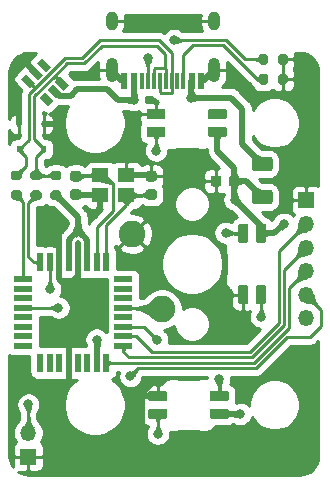
<source format=gbr>
%TF.GenerationSoftware,KiCad,Pcbnew,(5.1.10)-1*%
%TF.CreationDate,2021-09-22T23:53:17+02:00*%
%TF.ProjectId,iso,69736f2e-6b69-4636-9164-5f7063625858,rev?*%
%TF.SameCoordinates,Original*%
%TF.FileFunction,Copper,L2,Bot*%
%TF.FilePolarity,Positive*%
%FSLAX46Y46*%
G04 Gerber Fmt 4.6, Leading zero omitted, Abs format (unit mm)*
G04 Created by KiCad (PCBNEW (5.1.10)-1) date 2021-09-22 23:53:17*
%MOMM*%
%LPD*%
G01*
G04 APERTURE LIST*
%TA.AperFunction,SMDPad,CuDef*%
%ADD10R,0.450000X0.600000*%
%TD*%
%TA.AperFunction,ComponentPad*%
%ADD11C,2.250000*%
%TD*%
%TA.AperFunction,ComponentPad*%
%ADD12O,1.350000X1.350000*%
%TD*%
%TA.AperFunction,ComponentPad*%
%ADD13R,1.350000X1.350000*%
%TD*%
%TA.AperFunction,SMDPad,CuDef*%
%ADD14R,0.600000X1.450000*%
%TD*%
%TA.AperFunction,SMDPad,CuDef*%
%ADD15R,0.300000X1.450000*%
%TD*%
%TA.AperFunction,ComponentPad*%
%ADD16O,1.000000X2.100000*%
%TD*%
%TA.AperFunction,ComponentPad*%
%ADD17O,1.000000X1.600000*%
%TD*%
%TA.AperFunction,SMDPad,CuDef*%
%ADD18R,1.600000X0.550000*%
%TD*%
%TA.AperFunction,SMDPad,CuDef*%
%ADD19R,0.550000X1.600000*%
%TD*%
%TA.AperFunction,SMDPad,CuDef*%
%ADD20R,1.400000X1.200000*%
%TD*%
%TA.AperFunction,SMDPad,CuDef*%
%ADD21C,0.100000*%
%TD*%
%TA.AperFunction,ViaPad*%
%ADD22C,0.800000*%
%TD*%
%TA.AperFunction,Conductor*%
%ADD23C,0.500000*%
%TD*%
%TA.AperFunction,Conductor*%
%ADD24C,0.250000*%
%TD*%
%TA.AperFunction,Conductor*%
%ADD25C,0.100000*%
%TD*%
%TA.AperFunction,Conductor*%
%ADD26C,0.025400*%
%TD*%
G04 APERTURE END LIST*
%TO.P,C1,2*%
%TO.N,GND*%
%TA.AperFunction,SMDPad,CuDef*%
G36*
G01*
X159898200Y-76762800D02*
X159898200Y-77262800D01*
G75*
G02*
X159673200Y-77487800I-225000J0D01*
G01*
X159223200Y-77487800D01*
G75*
G02*
X158998200Y-77262800I0J225000D01*
G01*
X158998200Y-76762800D01*
G75*
G02*
X159223200Y-76537800I225000J0D01*
G01*
X159673200Y-76537800D01*
G75*
G02*
X159898200Y-76762800I0J-225000D01*
G01*
G37*
%TD.AperFunction*%
%TO.P,C1,1*%
%TO.N,+5V*%
%TA.AperFunction,SMDPad,CuDef*%
G36*
G01*
X161448200Y-76762800D02*
X161448200Y-77262800D01*
G75*
G02*
X161223200Y-77487800I-225000J0D01*
G01*
X160773200Y-77487800D01*
G75*
G02*
X160548200Y-77262800I0J225000D01*
G01*
X160548200Y-76762800D01*
G75*
G02*
X160773200Y-76537800I225000J0D01*
G01*
X161223200Y-76537800D01*
G75*
G02*
X161448200Y-76762800I0J-225000D01*
G01*
G37*
%TD.AperFunction*%
%TD*%
%TO.P,R5,2*%
%TO.N,Net-(D2-Pad1)*%
%TA.AperFunction,SMDPad,CuDef*%
G36*
G01*
X142819800Y-76943400D02*
X142269800Y-76943400D01*
G75*
G02*
X142069800Y-76743400I0J200000D01*
G01*
X142069800Y-76343400D01*
G75*
G02*
X142269800Y-76143400I200000J0D01*
G01*
X142819800Y-76143400D01*
G75*
G02*
X143019800Y-76343400I0J-200000D01*
G01*
X143019800Y-76743400D01*
G75*
G02*
X142819800Y-76943400I-200000J0D01*
G01*
G37*
%TD.AperFunction*%
%TO.P,R5,1*%
%TO.N,D+*%
%TA.AperFunction,SMDPad,CuDef*%
G36*
G01*
X142819800Y-78593400D02*
X142269800Y-78593400D01*
G75*
G02*
X142069800Y-78393400I0J200000D01*
G01*
X142069800Y-77993400D01*
G75*
G02*
X142269800Y-77793400I200000J0D01*
G01*
X142819800Y-77793400D01*
G75*
G02*
X143019800Y-77993400I0J-200000D01*
G01*
X143019800Y-78393400D01*
G75*
G02*
X142819800Y-78593400I-200000J0D01*
G01*
G37*
%TD.AperFunction*%
%TD*%
%TO.P,R4,2*%
%TO.N,Net-(D1-Pad1)*%
%TA.AperFunction,SMDPad,CuDef*%
G36*
G01*
X144496200Y-76943400D02*
X143946200Y-76943400D01*
G75*
G02*
X143746200Y-76743400I0J200000D01*
G01*
X143746200Y-76343400D01*
G75*
G02*
X143946200Y-76143400I200000J0D01*
G01*
X144496200Y-76143400D01*
G75*
G02*
X144696200Y-76343400I0J-200000D01*
G01*
X144696200Y-76743400D01*
G75*
G02*
X144496200Y-76943400I-200000J0D01*
G01*
G37*
%TD.AperFunction*%
%TO.P,R4,1*%
%TO.N,D-*%
%TA.AperFunction,SMDPad,CuDef*%
G36*
G01*
X144496200Y-78593400D02*
X143946200Y-78593400D01*
G75*
G02*
X143746200Y-78393400I0J200000D01*
G01*
X143746200Y-77993400D01*
G75*
G02*
X143946200Y-77793400I200000J0D01*
G01*
X144496200Y-77793400D01*
G75*
G02*
X144696200Y-77993400I0J-200000D01*
G01*
X144696200Y-78393400D01*
G75*
G02*
X144496200Y-78593400I-200000J0D01*
G01*
G37*
%TD.AperFunction*%
%TD*%
%TO.P,R3,2*%
%TO.N,+5V*%
%TA.AperFunction,SMDPad,CuDef*%
G36*
G01*
X145622600Y-77793400D02*
X146172600Y-77793400D01*
G75*
G02*
X146372600Y-77993400I0J-200000D01*
G01*
X146372600Y-78393400D01*
G75*
G02*
X146172600Y-78593400I-200000J0D01*
G01*
X145622600Y-78593400D01*
G75*
G02*
X145422600Y-78393400I0J200000D01*
G01*
X145422600Y-77993400D01*
G75*
G02*
X145622600Y-77793400I200000J0D01*
G01*
G37*
%TD.AperFunction*%
%TO.P,R3,1*%
%TO.N,Net-(D1-Pad1)*%
%TA.AperFunction,SMDPad,CuDef*%
G36*
G01*
X145622600Y-76143400D02*
X146172600Y-76143400D01*
G75*
G02*
X146372600Y-76343400I0J-200000D01*
G01*
X146372600Y-76743400D01*
G75*
G02*
X146172600Y-76943400I-200000J0D01*
G01*
X145622600Y-76943400D01*
G75*
G02*
X145422600Y-76743400I0J200000D01*
G01*
X145422600Y-76343400D01*
G75*
G02*
X145622600Y-76143400I200000J0D01*
G01*
G37*
%TD.AperFunction*%
%TD*%
%TO.P,R2,2*%
%TO.N,Net-(R2-Pad2)*%
%TA.AperFunction,SMDPad,CuDef*%
G36*
G01*
X163862200Y-68101800D02*
X163862200Y-68651800D01*
G75*
G02*
X163662200Y-68851800I-200000J0D01*
G01*
X163262200Y-68851800D01*
G75*
G02*
X163062200Y-68651800I0J200000D01*
G01*
X163062200Y-68101800D01*
G75*
G02*
X163262200Y-67901800I200000J0D01*
G01*
X163662200Y-67901800D01*
G75*
G02*
X163862200Y-68101800I0J-200000D01*
G01*
G37*
%TD.AperFunction*%
%TO.P,R2,1*%
%TO.N,GND*%
%TA.AperFunction,SMDPad,CuDef*%
G36*
G01*
X165512200Y-68101800D02*
X165512200Y-68651800D01*
G75*
G02*
X165312200Y-68851800I-200000J0D01*
G01*
X164912200Y-68851800D01*
G75*
G02*
X164712200Y-68651800I0J200000D01*
G01*
X164712200Y-68101800D01*
G75*
G02*
X164912200Y-67901800I200000J0D01*
G01*
X165312200Y-67901800D01*
G75*
G02*
X165512200Y-68101800I0J-200000D01*
G01*
G37*
%TD.AperFunction*%
%TD*%
%TO.P,R1,2*%
%TO.N,Net-(R1-Pad2)*%
%TA.AperFunction,SMDPad,CuDef*%
G36*
G01*
X163862200Y-66425400D02*
X163862200Y-66975400D01*
G75*
G02*
X163662200Y-67175400I-200000J0D01*
G01*
X163262200Y-67175400D01*
G75*
G02*
X163062200Y-66975400I0J200000D01*
G01*
X163062200Y-66425400D01*
G75*
G02*
X163262200Y-66225400I200000J0D01*
G01*
X163662200Y-66225400D01*
G75*
G02*
X163862200Y-66425400I0J-200000D01*
G01*
G37*
%TD.AperFunction*%
%TO.P,R1,1*%
%TO.N,GND*%
%TA.AperFunction,SMDPad,CuDef*%
G36*
G01*
X165512200Y-66425400D02*
X165512200Y-66975400D01*
G75*
G02*
X165312200Y-67175400I-200000J0D01*
G01*
X164912200Y-67175400D01*
G75*
G02*
X164712200Y-66975400I0J200000D01*
G01*
X164712200Y-66425400D01*
G75*
G02*
X164912200Y-66225400I200000J0D01*
G01*
X165312200Y-66225400D01*
G75*
G02*
X165512200Y-66425400I0J-200000D01*
G01*
G37*
%TD.AperFunction*%
%TD*%
D10*
%TO.P,D2,2*%
%TO.N,GND*%
X142798800Y-72203600D03*
%TO.P,D2,1*%
%TO.N,Net-(D2-Pad1)*%
X142798800Y-74303600D03*
%TD*%
%TO.P,D1,2*%
%TO.N,GND*%
X144881600Y-72203600D03*
%TO.P,D1,1*%
%TO.N,Net-(D1-Pad1)*%
X144881600Y-74303600D03*
%TD*%
%TO.P,C8,2*%
%TO.N,GND*%
%TA.AperFunction,SMDPad,CuDef*%
G36*
G01*
X147324000Y-77693400D02*
X147824000Y-77693400D01*
G75*
G02*
X148049000Y-77918400I0J-225000D01*
G01*
X148049000Y-78368400D01*
G75*
G02*
X147824000Y-78593400I-225000J0D01*
G01*
X147324000Y-78593400D01*
G75*
G02*
X147099000Y-78368400I0J225000D01*
G01*
X147099000Y-77918400D01*
G75*
G02*
X147324000Y-77693400I225000J0D01*
G01*
G37*
%TD.AperFunction*%
%TO.P,C8,1*%
%TO.N,Net-(C8-Pad1)*%
%TA.AperFunction,SMDPad,CuDef*%
G36*
G01*
X147324000Y-76143400D02*
X147824000Y-76143400D01*
G75*
G02*
X148049000Y-76368400I0J-225000D01*
G01*
X148049000Y-76818400D01*
G75*
G02*
X147824000Y-77043400I-225000J0D01*
G01*
X147324000Y-77043400D01*
G75*
G02*
X147099000Y-76818400I0J225000D01*
G01*
X147099000Y-76368400D01*
G75*
G02*
X147324000Y-76143400I225000J0D01*
G01*
G37*
%TD.AperFunction*%
%TD*%
%TO.P,C7,2*%
%TO.N,GND*%
%TA.AperFunction,SMDPad,CuDef*%
G36*
G01*
X154224800Y-77043400D02*
X153724800Y-77043400D01*
G75*
G02*
X153499800Y-76818400I0J225000D01*
G01*
X153499800Y-76368400D01*
G75*
G02*
X153724800Y-76143400I225000J0D01*
G01*
X154224800Y-76143400D01*
G75*
G02*
X154449800Y-76368400I0J-225000D01*
G01*
X154449800Y-76818400D01*
G75*
G02*
X154224800Y-77043400I-225000J0D01*
G01*
G37*
%TD.AperFunction*%
%TO.P,C7,1*%
%TO.N,Net-(C7-Pad1)*%
%TA.AperFunction,SMDPad,CuDef*%
G36*
G01*
X154224800Y-78593400D02*
X153724800Y-78593400D01*
G75*
G02*
X153499800Y-78368400I0J225000D01*
G01*
X153499800Y-77918400D01*
G75*
G02*
X153724800Y-77693400I225000J0D01*
G01*
X154224800Y-77693400D01*
G75*
G02*
X154449800Y-77918400I0J-225000D01*
G01*
X154449800Y-78368400D01*
G75*
G02*
X154224800Y-78593400I-225000J0D01*
G01*
G37*
%TD.AperFunction*%
%TD*%
D11*
%TO.P,MX1,1*%
%TO.N,SW*%
X154889200Y-87833200D03*
%TO.P,MX1,2*%
%TO.N,GND*%
X152349200Y-81483200D03*
%TD*%
%TO.P,LED3,2*%
%TO.N,GND*%
%TA.AperFunction,SMDPad,CuDef*%
G36*
G01*
X155090000Y-71745200D02*
X153654000Y-71745200D01*
G75*
G02*
X153572000Y-71663200I0J82000D01*
G01*
X153572000Y-71007200D01*
G75*
G02*
X153654000Y-70925200I82000J0D01*
G01*
X155090000Y-70925200D01*
G75*
G02*
X155172000Y-71007200I0J-82000D01*
G01*
X155172000Y-71663200D01*
G75*
G02*
X155090000Y-71745200I-82000J0D01*
G01*
G37*
%TD.AperFunction*%
%TO.P,LED3,3*%
%TO.N,Net-(LED2-Pad1)*%
%TA.AperFunction,SMDPad,CuDef*%
G36*
G01*
X155090000Y-73245200D02*
X153654000Y-73245200D01*
G75*
G02*
X153572000Y-73163200I0J82000D01*
G01*
X153572000Y-72507200D01*
G75*
G02*
X153654000Y-72425200I82000J0D01*
G01*
X155090000Y-72425200D01*
G75*
G02*
X155172000Y-72507200I0J-82000D01*
G01*
X155172000Y-73163200D01*
G75*
G02*
X155090000Y-73245200I-82000J0D01*
G01*
G37*
%TD.AperFunction*%
%TO.P,LED3,1*%
%TO.N,Net-(LED3-Pad1)*%
%TA.AperFunction,SMDPad,CuDef*%
G36*
G01*
X160290000Y-71745200D02*
X158854000Y-71745200D01*
G75*
G02*
X158772000Y-71663200I0J82000D01*
G01*
X158772000Y-71007200D01*
G75*
G02*
X158854000Y-70925200I82000J0D01*
G01*
X160290000Y-70925200D01*
G75*
G02*
X160372000Y-71007200I0J-82000D01*
G01*
X160372000Y-71663200D01*
G75*
G02*
X160290000Y-71745200I-82000J0D01*
G01*
G37*
%TD.AperFunction*%
%TO.P,LED3,4*%
%TO.N,+5V*%
%TA.AperFunction,SMDPad,CuDef*%
G36*
G01*
X160290000Y-73245200D02*
X158854000Y-73245200D01*
G75*
G02*
X158772000Y-73163200I0J82000D01*
G01*
X158772000Y-72507200D01*
G75*
G02*
X158854000Y-72425200I82000J0D01*
G01*
X160290000Y-72425200D01*
G75*
G02*
X160372000Y-72507200I0J-82000D01*
G01*
X160372000Y-73163200D01*
G75*
G02*
X160290000Y-73245200I-82000J0D01*
G01*
G37*
%TD.AperFunction*%
%TD*%
%TO.P,LED2,2*%
%TO.N,GND*%
%TA.AperFunction,SMDPad,CuDef*%
G36*
G01*
X162169200Y-85905200D02*
X162169200Y-87341200D01*
G75*
G02*
X162087200Y-87423200I-82000J0D01*
G01*
X161431200Y-87423200D01*
G75*
G02*
X161349200Y-87341200I0J82000D01*
G01*
X161349200Y-85905200D01*
G75*
G02*
X161431200Y-85823200I82000J0D01*
G01*
X162087200Y-85823200D01*
G75*
G02*
X162169200Y-85905200I0J-82000D01*
G01*
G37*
%TD.AperFunction*%
%TO.P,LED2,3*%
%TO.N,Net-(LED1-Pad1)*%
%TA.AperFunction,SMDPad,CuDef*%
G36*
G01*
X163669200Y-85905200D02*
X163669200Y-87341200D01*
G75*
G02*
X163587200Y-87423200I-82000J0D01*
G01*
X162931200Y-87423200D01*
G75*
G02*
X162849200Y-87341200I0J82000D01*
G01*
X162849200Y-85905200D01*
G75*
G02*
X162931200Y-85823200I82000J0D01*
G01*
X163587200Y-85823200D01*
G75*
G02*
X163669200Y-85905200I0J-82000D01*
G01*
G37*
%TD.AperFunction*%
%TO.P,LED2,1*%
%TO.N,Net-(LED2-Pad1)*%
%TA.AperFunction,SMDPad,CuDef*%
G36*
G01*
X162169200Y-80705200D02*
X162169200Y-82141200D01*
G75*
G02*
X162087200Y-82223200I-82000J0D01*
G01*
X161431200Y-82223200D01*
G75*
G02*
X161349200Y-82141200I0J82000D01*
G01*
X161349200Y-80705200D01*
G75*
G02*
X161431200Y-80623200I82000J0D01*
G01*
X162087200Y-80623200D01*
G75*
G02*
X162169200Y-80705200I0J-82000D01*
G01*
G37*
%TD.AperFunction*%
%TO.P,LED2,4*%
%TO.N,+5V*%
%TA.AperFunction,SMDPad,CuDef*%
G36*
G01*
X163669200Y-80705200D02*
X163669200Y-82141200D01*
G75*
G02*
X163587200Y-82223200I-82000J0D01*
G01*
X162931200Y-82223200D01*
G75*
G02*
X162849200Y-82141200I0J82000D01*
G01*
X162849200Y-80705200D01*
G75*
G02*
X162931200Y-80623200I82000J0D01*
G01*
X163587200Y-80623200D01*
G75*
G02*
X163669200Y-80705200I0J-82000D01*
G01*
G37*
%TD.AperFunction*%
%TD*%
%TO.P,F1,2*%
%TO.N,VCC*%
%TA.AperFunction,SMDPad,CuDef*%
G36*
G01*
X163997800Y-76187000D02*
X162747800Y-76187000D01*
G75*
G02*
X162497800Y-75937000I0J250000D01*
G01*
X162497800Y-75187000D01*
G75*
G02*
X162747800Y-74937000I250000J0D01*
G01*
X163997800Y-74937000D01*
G75*
G02*
X164247800Y-75187000I0J-250000D01*
G01*
X164247800Y-75937000D01*
G75*
G02*
X163997800Y-76187000I-250000J0D01*
G01*
G37*
%TD.AperFunction*%
%TO.P,F1,1*%
%TO.N,+5V*%
%TA.AperFunction,SMDPad,CuDef*%
G36*
G01*
X163997800Y-78987000D02*
X162747800Y-78987000D01*
G75*
G02*
X162497800Y-78737000I0J250000D01*
G01*
X162497800Y-77987000D01*
G75*
G02*
X162747800Y-77737000I250000J0D01*
G01*
X163997800Y-77737000D01*
G75*
G02*
X164247800Y-77987000I0J-250000D01*
G01*
X164247800Y-78737000D01*
G75*
G02*
X163997800Y-78987000I-250000J0D01*
G01*
G37*
%TD.AperFunction*%
%TD*%
%TO.P,LED1,2*%
%TO.N,GND*%
%TA.AperFunction,SMDPad,CuDef*%
G36*
G01*
X155242400Y-95621200D02*
X153806400Y-95621200D01*
G75*
G02*
X153724400Y-95539200I0J82000D01*
G01*
X153724400Y-94883200D01*
G75*
G02*
X153806400Y-94801200I82000J0D01*
G01*
X155242400Y-94801200D01*
G75*
G02*
X155324400Y-94883200I0J-82000D01*
G01*
X155324400Y-95539200D01*
G75*
G02*
X155242400Y-95621200I-82000J0D01*
G01*
G37*
%TD.AperFunction*%
%TO.P,LED1,3*%
%TO.N,LED*%
%TA.AperFunction,SMDPad,CuDef*%
G36*
G01*
X155242400Y-97121200D02*
X153806400Y-97121200D01*
G75*
G02*
X153724400Y-97039200I0J82000D01*
G01*
X153724400Y-96383200D01*
G75*
G02*
X153806400Y-96301200I82000J0D01*
G01*
X155242400Y-96301200D01*
G75*
G02*
X155324400Y-96383200I0J-82000D01*
G01*
X155324400Y-97039200D01*
G75*
G02*
X155242400Y-97121200I-82000J0D01*
G01*
G37*
%TD.AperFunction*%
%TO.P,LED1,1*%
%TO.N,Net-(LED1-Pad1)*%
%TA.AperFunction,SMDPad,CuDef*%
G36*
G01*
X160442400Y-95621200D02*
X159006400Y-95621200D01*
G75*
G02*
X158924400Y-95539200I0J82000D01*
G01*
X158924400Y-94883200D01*
G75*
G02*
X159006400Y-94801200I82000J0D01*
G01*
X160442400Y-94801200D01*
G75*
G02*
X160524400Y-94883200I0J-82000D01*
G01*
X160524400Y-95539200D01*
G75*
G02*
X160442400Y-95621200I-82000J0D01*
G01*
G37*
%TD.AperFunction*%
%TO.P,LED1,4*%
%TO.N,+5V*%
%TA.AperFunction,SMDPad,CuDef*%
G36*
G01*
X160442400Y-97121200D02*
X159006400Y-97121200D01*
G75*
G02*
X158924400Y-97039200I0J82000D01*
G01*
X158924400Y-96383200D01*
G75*
G02*
X159006400Y-96301200I82000J0D01*
G01*
X160442400Y-96301200D01*
G75*
G02*
X160524400Y-96383200I0J-82000D01*
G01*
X160524400Y-97039200D01*
G75*
G02*
X160442400Y-97121200I-82000J0D01*
G01*
G37*
%TD.AperFunction*%
%TD*%
D12*
%TO.P,J1,6*%
%TO.N,+5V*%
X167081200Y-88638400D03*
%TO.P,J1,5*%
%TO.N,RESET*%
X167081200Y-86638400D03*
%TO.P,J1,4*%
%TO.N,SCK*%
X167081200Y-84638400D03*
%TO.P,J1,3*%
%TO.N,MISO*%
X167081200Y-82638400D03*
%TO.P,J1,2*%
%TO.N,MOSI*%
X167081200Y-80638400D03*
D13*
%TO.P,J1,1*%
%TO.N,GND*%
X167081200Y-78638400D03*
%TD*%
D14*
%TO.P,USB1,B1*%
%TO.N,GND*%
X158190000Y-68510200D03*
%TO.P,USB1,A9*%
%TO.N,VCC*%
X157390000Y-68510200D03*
%TO.P,USB1,B9*%
X152490000Y-68510200D03*
%TO.P,USB1,B12*%
%TO.N,GND*%
X151690000Y-68510200D03*
%TO.P,USB1,A1*%
X151690000Y-68510200D03*
%TO.P,USB1,A4*%
%TO.N,VCC*%
X152490000Y-68510200D03*
%TO.P,USB1,B4*%
X157390000Y-68510200D03*
%TO.P,USB1,A12*%
%TO.N,GND*%
X158190000Y-68510200D03*
D15*
%TO.P,USB1,B8*%
%TO.N,Net-(USB1-PadB8)*%
X153190000Y-68510200D03*
%TO.P,USB1,A5*%
%TO.N,Net-(R1-Pad2)*%
X153690000Y-68510200D03*
%TO.P,USB1,B7*%
%TO.N,Net-(D1-Pad1)*%
X154190000Y-68510200D03*
%TO.P,USB1,A7*%
X155190000Y-68510200D03*
%TO.P,USB1,B6*%
%TO.N,Net-(D2-Pad1)*%
X155690000Y-68510200D03*
%TO.P,USB1,A8*%
%TO.N,Net-(USB1-PadA8)*%
X156190000Y-68510200D03*
%TO.P,USB1,B5*%
%TO.N,Net-(R2-Pad2)*%
X156690000Y-68510200D03*
%TO.P,USB1,A6*%
%TO.N,Net-(D2-Pad1)*%
X154690000Y-68510200D03*
D16*
%TO.P,USB1,S1*%
%TO.N,GND*%
X159260000Y-67595200D03*
X150620000Y-67595200D03*
D17*
X150620000Y-63415200D03*
X159260000Y-63415200D03*
%TD*%
D18*
%TO.P,U1,32*%
%TO.N,D+*%
X143120800Y-85338000D03*
%TO.P,U1,31*%
%TO.N,Net-(U1-Pad31)*%
X143120800Y-86138000D03*
%TO.P,U1,30*%
%TO.N,Net-(U1-Pad30)*%
X143120800Y-86938000D03*
%TO.P,U1,29*%
%TO.N,RESET*%
X143120800Y-87738000D03*
%TO.P,U1,28*%
%TO.N,Net-(U1-Pad28)*%
X143120800Y-88538000D03*
%TO.P,U1,27*%
%TO.N,Net-(U1-Pad27)*%
X143120800Y-89338000D03*
%TO.P,U1,26*%
%TO.N,Net-(U1-Pad26)*%
X143120800Y-90138000D03*
%TO.P,U1,25*%
%TO.N,Net-(U1-Pad25)*%
X143120800Y-90938000D03*
D19*
%TO.P,U1,24*%
%TO.N,Net-(U1-Pad24)*%
X144570800Y-92388000D03*
%TO.P,U1,23*%
%TO.N,Net-(U1-Pad23)*%
X145370800Y-92388000D03*
%TO.P,U1,22*%
%TO.N,Net-(U1-Pad22)*%
X146170800Y-92388000D03*
%TO.P,U1,21*%
%TO.N,GND*%
X146970800Y-92388000D03*
%TO.P,U1,20*%
%TO.N,Net-(U1-Pad20)*%
X147770800Y-92388000D03*
%TO.P,U1,19*%
%TO.N,Net-(U1-Pad19)*%
X148570800Y-92388000D03*
%TO.P,U1,18*%
%TO.N,+5V*%
X149370800Y-92388000D03*
%TO.P,U1,17*%
%TO.N,SCK*%
X150170800Y-92388000D03*
D18*
%TO.P,U1,16*%
%TO.N,MISO*%
X151620800Y-90938000D03*
%TO.P,U1,15*%
%TO.N,MOSI*%
X151620800Y-90138000D03*
%TO.P,U1,14*%
%TO.N,LED*%
X151620800Y-89338000D03*
%TO.P,U1,13*%
%TO.N,Net-(U1-Pad13)*%
X151620800Y-88538000D03*
%TO.P,U1,12*%
%TO.N,SW*%
X151620800Y-87738000D03*
%TO.P,U1,11*%
%TO.N,Net-(U1-Pad11)*%
X151620800Y-86938000D03*
%TO.P,U1,10*%
%TO.N,Net-(U1-Pad10)*%
X151620800Y-86138000D03*
%TO.P,U1,9*%
%TO.N,Net-(U1-Pad9)*%
X151620800Y-85338000D03*
D19*
%TO.P,U1,8*%
%TO.N,Net-(C7-Pad1)*%
X150170800Y-83888000D03*
%TO.P,U1,7*%
%TO.N,Net-(C8-Pad1)*%
X149370800Y-83888000D03*
%TO.P,U1,6*%
%TO.N,+5V*%
X148570800Y-83888000D03*
%TO.P,U1,5*%
%TO.N,GND*%
X147770800Y-83888000D03*
%TO.P,U1,4*%
%TO.N,+5V*%
X146970800Y-83888000D03*
%TO.P,U1,3*%
%TO.N,GND*%
X146170800Y-83888000D03*
%TO.P,U1,2*%
%TO.N,BOOT*%
X145370800Y-83888000D03*
%TO.P,U1,1*%
%TO.N,D-*%
X144570800Y-83888000D03*
%TD*%
D12*
%TO.P,BOOT,2*%
%TO.N,BOOT*%
X143560800Y-98330000D03*
D13*
%TO.P,BOOT,1*%
%TO.N,GND*%
X143560800Y-100330000D03*
%TD*%
D20*
%TO.P,X1,4*%
%TO.N,GND*%
X151874400Y-76518400D03*
%TO.P,X1,3*%
%TO.N,Net-(C8-Pad1)*%
X149674400Y-76518400D03*
%TO.P,X1,2*%
%TO.N,GND*%
X149674400Y-78218400D03*
%TO.P,X1,1*%
%TO.N,Net-(C7-Pad1)*%
X151874400Y-78218400D03*
%TD*%
%TA.AperFunction,SMDPad,CuDef*%
D21*
%TO.P,U2,5*%
%TO.N,VCC*%
G36*
X145156441Y-69263660D02*
G01*
X145616060Y-68804041D01*
X146365593Y-69553574D01*
X145905974Y-70013193D01*
X145156441Y-69263660D01*
G37*
%TD.AperFunction*%
%TA.AperFunction,SMDPad,CuDef*%
%TO.P,U2,6*%
%TO.N,Net-(U2-Pad6)*%
G36*
X144484690Y-69935412D02*
G01*
X144944309Y-69475793D01*
X145693842Y-70225326D01*
X145234223Y-70684945D01*
X144484690Y-69935412D01*
G37*
%TD.AperFunction*%
%TA.AperFunction,SMDPad,CuDef*%
%TO.P,U2,4*%
%TO.N,Net-(D1-Pad1)*%
G36*
X145828193Y-68591909D02*
G01*
X146287812Y-68132290D01*
X147037345Y-68881823D01*
X146577726Y-69341442D01*
X145828193Y-68591909D01*
G37*
%TD.AperFunction*%
%TA.AperFunction,SMDPad,CuDef*%
%TO.P,U2,3*%
%TO.N,Net-(U2-Pad3)*%
G36*
X144272558Y-67036274D02*
G01*
X144732177Y-66576655D01*
X145481710Y-67326188D01*
X145022091Y-67785807D01*
X144272558Y-67036274D01*
G37*
%TD.AperFunction*%
%TA.AperFunction,SMDPad,CuDef*%
%TO.P,U2,2*%
%TO.N,GND*%
G36*
X143600807Y-67708026D02*
G01*
X144060426Y-67248407D01*
X144809959Y-67997940D01*
X144350340Y-68457559D01*
X143600807Y-67708026D01*
G37*
%TD.AperFunction*%
%TA.AperFunction,SMDPad,CuDef*%
%TO.P,U2,1*%
%TO.N,Net-(D2-Pad1)*%
G36*
X142929055Y-68379777D02*
G01*
X143388674Y-67920158D01*
X144138207Y-68669691D01*
X143678588Y-69129310D01*
X142929055Y-68379777D01*
G37*
%TD.AperFunction*%
%TD*%
D22*
%TO.N,GND*%
X142849600Y-66903600D03*
X145084800Y-79908400D03*
X149098000Y-79857600D03*
%TO.N,+5V*%
X149352000Y-90424000D03*
X147777200Y-81178400D03*
X161493200Y-96723200D03*
X161036000Y-78587600D03*
X165201600Y-80619600D03*
%TO.N,VCC*%
X152501600Y-70154800D03*
X157364977Y-69935200D03*
%TO.N,LED*%
X154482800Y-90474800D03*
X154533600Y-98399600D03*
%TO.N,Net-(R1-Pad2)*%
X155905200Y-65074800D03*
X153670000Y-66598800D03*
%TO.N,BOOT*%
X143560800Y-95910400D03*
X145389600Y-86156800D03*
%TO.N,RESET*%
X146114600Y-87731600D03*
X152196800Y-93522800D03*
%TO.N,Net-(LED1-Pad1)*%
X163271200Y-88493600D03*
X159715200Y-93776800D03*
%TO.N,Net-(LED2-Pad1)*%
X160274000Y-81381600D03*
X154381200Y-74422000D03*
%TD*%
D23*
%TO.N,GND*%
X151535000Y-68510200D02*
X150620000Y-67595200D01*
X151690000Y-68510200D02*
X151535000Y-68510200D01*
X158345000Y-68510200D02*
X159260000Y-67595200D01*
X158190000Y-68510200D02*
X158345000Y-68510200D01*
X147649000Y-78218400D02*
X147574000Y-78143400D01*
X149674400Y-78218400D02*
X147649000Y-78218400D01*
X153899800Y-76518400D02*
X153974800Y-76593400D01*
X151874400Y-76518400D02*
X153899800Y-76518400D01*
X146170800Y-83888000D02*
X146170800Y-82429200D01*
X147770800Y-83888000D02*
X147770800Y-82289600D01*
X146970800Y-92388000D02*
X146970800Y-90735200D01*
X146970800Y-92388000D02*
X146970800Y-93872000D01*
X146170800Y-83888000D02*
X146170800Y-81502400D01*
X147770800Y-83888000D02*
X147770800Y-85045600D01*
X147770800Y-85045600D02*
X147066000Y-85750400D01*
X146170800Y-83888000D02*
X146170800Y-85312400D01*
X146170800Y-85312400D02*
X146405600Y-85547200D01*
X143256000Y-66903600D02*
X142849600Y-66903600D01*
X144205383Y-67852983D02*
X143256000Y-66903600D01*
X153212800Y-95172400D02*
X153212800Y-94945200D01*
X153212800Y-94945200D02*
X154279600Y-93878400D01*
X153212800Y-98907600D02*
X152806400Y-99314000D01*
X153275600Y-95211200D02*
X153212800Y-95148400D01*
X154524400Y-95211200D02*
X153275600Y-95211200D01*
X153212800Y-95148400D02*
X153212800Y-98907600D01*
X153212800Y-94945200D02*
X153212800Y-95148400D01*
X149674400Y-79281200D02*
X149098000Y-79857600D01*
X149674400Y-78218400D02*
X149674400Y-79281200D01*
X142798800Y-72203600D02*
X142798800Y-71170800D01*
X144881600Y-72203600D02*
X145711200Y-72203600D01*
%TO.N,+5V*%
X146970800Y-83888000D02*
X146970800Y-81984800D01*
X146970800Y-81984800D02*
X147777200Y-81178400D01*
X148570800Y-81972000D02*
X148570800Y-83888000D01*
X147777200Y-81178400D02*
X148570800Y-81972000D01*
X147777200Y-80073000D02*
X145897600Y-78193400D01*
X147777200Y-81178400D02*
X147777200Y-80073000D01*
X149370800Y-90442800D02*
X149352000Y-90424000D01*
X149370800Y-92388000D02*
X149370800Y-90442800D01*
X161481200Y-96711200D02*
X161493200Y-96723200D01*
X159724400Y-96711200D02*
X161481200Y-96711200D01*
X160998200Y-77012800D02*
X162023600Y-77012800D01*
X162023600Y-77012800D02*
X163372800Y-78362000D01*
X159572000Y-74482000D02*
X160998200Y-75908200D01*
X159572000Y-72835200D02*
X159572000Y-74482000D01*
X160998200Y-75908200D02*
X160998200Y-77012800D01*
X160998200Y-77012800D02*
X160998200Y-78549800D01*
X160998200Y-78549800D02*
X161036000Y-78587600D01*
X163259200Y-81423200D02*
X163259200Y-80810800D01*
X163259200Y-80810800D02*
X161036000Y-78587600D01*
X164398000Y-81423200D02*
X165201600Y-80619600D01*
X163259200Y-81423200D02*
X164398000Y-81423200D01*
%TO.N,VCC*%
X152490000Y-70143200D02*
X152501600Y-70154800D01*
X152490000Y-68510200D02*
X152490000Y-70143200D01*
X157364977Y-68535223D02*
X157390000Y-68510200D01*
X157364977Y-69935200D02*
X157364977Y-68535223D01*
X157364977Y-69935200D02*
X160765600Y-69935200D01*
X160765600Y-69935200D02*
X161696400Y-70866000D01*
X161696400Y-73885600D02*
X163372800Y-75562000D01*
X161696400Y-70866000D02*
X161696400Y-73885600D01*
X146143852Y-69791452D02*
X147175348Y-69791452D01*
X145761017Y-69408617D02*
X146143852Y-69791452D01*
X147175348Y-69791452D02*
X147726400Y-69240400D01*
X147726400Y-69240400D02*
X150266400Y-69240400D01*
X151180800Y-70154800D02*
X152501600Y-70154800D01*
X150266400Y-69240400D02*
X151180800Y-70154800D01*
D24*
%TO.N,LED*%
X153346000Y-89338000D02*
X154482800Y-90474800D01*
X151620800Y-89338000D02*
X153346000Y-89338000D01*
X154533600Y-96720400D02*
X154524400Y-96711200D01*
X154533600Y-98399600D02*
X154533600Y-96720400D01*
%TO.N,Net-(R1-Pad2)*%
X153670000Y-66598800D02*
X153670000Y-68168601D01*
X153690000Y-68188601D02*
X153690000Y-68510200D01*
X153670000Y-68168601D02*
X153690000Y-68188601D01*
X160274000Y-65074800D02*
X155905200Y-65074800D01*
X161899600Y-66700400D02*
X160274000Y-65074800D01*
X163462200Y-66700400D02*
X161899600Y-66700400D01*
%TO.N,Net-(R2-Pad2)*%
X156690000Y-68510200D02*
X156690000Y-66322000D01*
X156690000Y-66322000D02*
X157487190Y-65524810D01*
X157487190Y-65524810D02*
X160087600Y-65524810D01*
X163462200Y-68376800D02*
X162939590Y-68376800D01*
X162939590Y-68376800D02*
X160087600Y-65524810D01*
%TO.N,D+*%
X143120800Y-78769400D02*
X142544800Y-78193400D01*
X143120800Y-85338000D02*
X143120800Y-78769400D01*
%TO.N,D-*%
X144045800Y-83888000D02*
X143570810Y-83413010D01*
X144570800Y-83888000D02*
X144045800Y-83888000D01*
X143570810Y-78843790D02*
X144221200Y-78193400D01*
X143570810Y-83413010D02*
X143570810Y-78843790D01*
%TO.N,BOOT*%
X143560800Y-98330000D02*
X143560800Y-95910400D01*
X145389600Y-83906800D02*
X145370800Y-83888000D01*
X145389600Y-86156800D02*
X145389600Y-83906800D01*
%TO.N,Net-(C7-Pad1)*%
X153899800Y-78218400D02*
X153974800Y-78143400D01*
X151874400Y-78218400D02*
X153899800Y-78218400D01*
X150170800Y-83888000D02*
X150170800Y-80715200D01*
X151874400Y-79011600D02*
X151874400Y-78218400D01*
X150170800Y-80715200D02*
X151874400Y-79011600D01*
%TO.N,Net-(C8-Pad1)*%
X147649000Y-76518400D02*
X147574000Y-76593400D01*
X149674400Y-76518400D02*
X147649000Y-76518400D01*
X150026000Y-76518400D02*
X149674400Y-76518400D01*
X150723600Y-77216000D02*
X150026000Y-76518400D01*
X150723600Y-79525990D02*
X150723600Y-77216000D01*
X149370800Y-80878790D02*
X150723600Y-79525990D01*
X149370800Y-83888000D02*
X149370800Y-80878790D01*
%TO.N,Net-(D1-Pad1)*%
X155190000Y-67509200D02*
X155190000Y-68510200D01*
X155140999Y-67460199D02*
X155190000Y-67509200D01*
X154265001Y-67460199D02*
X155140999Y-67460199D01*
X154190000Y-67535200D02*
X154265001Y-67460199D01*
X154190000Y-68510200D02*
X154190000Y-67535200D01*
X155140999Y-66217009D02*
X155140999Y-67460199D01*
X154455990Y-65532000D02*
X155140999Y-66217009D01*
X149785210Y-65532000D02*
X154455990Y-65532000D01*
X148268400Y-67048810D02*
X149785210Y-65532000D01*
X146855134Y-67048810D02*
X148268400Y-67048810D01*
X145811275Y-68115372D02*
X145788572Y-68115372D01*
X146432769Y-68736866D02*
X145811275Y-68115372D01*
X145788572Y-68115372D02*
X146855134Y-67048810D01*
X144061610Y-73483610D02*
X144881600Y-74303600D01*
X144061610Y-69842334D02*
X144061610Y-73483610D01*
X145788572Y-68115372D02*
X144061610Y-69842334D01*
X145897600Y-76543400D02*
X144221200Y-76543400D01*
X144221200Y-74964000D02*
X144881600Y-74303600D01*
X144221200Y-76543400D02*
X144221200Y-74964000D01*
%TO.N,Net-(D2-Pad1)*%
X142798800Y-74303600D02*
X143611600Y-73490800D01*
X143611600Y-73490800D02*
X143611600Y-69655934D01*
X146668734Y-66598800D02*
X148082000Y-66598800D01*
X148082000Y-66598800D02*
X149606000Y-65074800D01*
X149606000Y-65074800D02*
X154635200Y-65074800D01*
X155690000Y-66129600D02*
X155690000Y-68510200D01*
X154635200Y-65074800D02*
X155690000Y-66129600D01*
X155690000Y-69520200D02*
X155690000Y-68510200D01*
X154765001Y-69560201D02*
X155649999Y-69560201D01*
X154690000Y-69485200D02*
X154765001Y-69560201D01*
X155649999Y-69560201D02*
X155690000Y-69520200D01*
X154690000Y-68510200D02*
X154690000Y-69485200D01*
X144124167Y-69115270D02*
X144124167Y-69143367D01*
X143533631Y-68524734D02*
X144124167Y-69115270D01*
X144124167Y-69143367D02*
X146668734Y-66598800D01*
X143611600Y-69655934D02*
X144124167Y-69143367D01*
X142798800Y-74303600D02*
X142798800Y-74371200D01*
X142798800Y-74371200D02*
X143357600Y-74930000D01*
X143357600Y-75730600D02*
X142544800Y-76543400D01*
X143357600Y-74930000D02*
X143357600Y-75730600D01*
%TO.N,RESET*%
X146108200Y-87738000D02*
X146114600Y-87731600D01*
X143120800Y-87738000D02*
X146108200Y-87738000D01*
X168351200Y-89255600D02*
X168351200Y-87908400D01*
X167386000Y-90220800D02*
X168351200Y-89255600D01*
X168351200Y-87908400D02*
X167081200Y-86638400D01*
X162865201Y-92838009D02*
X165482410Y-90220800D01*
X165482410Y-90220800D02*
X167386000Y-90220800D01*
X152881591Y-92838009D02*
X153798009Y-92838009D01*
X153798009Y-92838009D02*
X162865201Y-92838009D01*
X152196800Y-93522800D02*
X152881591Y-92838009D01*
X153541990Y-92838010D02*
X153798009Y-92838009D01*
%TO.N,SCK*%
X150170800Y-92388000D02*
X162678800Y-92388000D01*
X162678800Y-92388000D02*
X165658800Y-89408000D01*
X165658800Y-86060800D02*
X167081200Y-84638400D01*
X165658800Y-89408000D02*
X165658800Y-86060800D01*
%TO.N,MISO*%
X151620800Y-91463000D02*
X152095790Y-91937990D01*
X151620800Y-90938000D02*
X151620800Y-91463000D01*
X152095790Y-91937990D02*
X162492400Y-91937990D01*
X165208790Y-84510810D02*
X167081200Y-82638400D01*
X165208790Y-89221600D02*
X165208790Y-84510810D01*
X162492400Y-91937990D02*
X165208790Y-89221600D01*
%TO.N,MOSI*%
X152670800Y-90138000D02*
X154020780Y-91487980D01*
X151620800Y-90138000D02*
X152670800Y-90138000D01*
X154020780Y-91487980D02*
X162306000Y-91487980D01*
X164758780Y-82960820D02*
X167081200Y-80638400D01*
X164758780Y-89035200D02*
X164758780Y-82960820D01*
X162306000Y-91487980D02*
X164758780Y-89035200D01*
%TO.N,SW*%
X154794000Y-87738000D02*
X154889200Y-87833200D01*
X151620800Y-87738000D02*
X154794000Y-87738000D01*
%TO.N,Net-(LED1-Pad1)*%
X163271200Y-86635200D02*
X163259200Y-86623200D01*
X163271200Y-88493600D02*
X163271200Y-86635200D01*
X159724400Y-93786000D02*
X159715200Y-93776800D01*
X159724400Y-95211200D02*
X159724400Y-93786000D01*
%TO.N,Net-(LED2-Pad1)*%
X160315600Y-81423200D02*
X160274000Y-81381600D01*
X161759200Y-81423200D02*
X160315600Y-81423200D01*
X154381200Y-72844400D02*
X154372000Y-72835200D01*
X154381200Y-74422000D02*
X154381200Y-72844400D01*
%TD*%
%TO.N,GND*%
X168125400Y-100245799D02*
X168091658Y-100589921D01*
X168001419Y-100888807D01*
X167854845Y-101164474D01*
X167657518Y-101406421D01*
X167416954Y-101605432D01*
X167142318Y-101753927D01*
X166844067Y-101846251D01*
X166502036Y-101882200D01*
X143594201Y-101882200D01*
X143250079Y-101848458D01*
X142951193Y-101758219D01*
X142675526Y-101611645D01*
X142658059Y-101597399D01*
X142761710Y-101628841D01*
X142885800Y-101641063D01*
X143400550Y-101638000D01*
X143558800Y-101479750D01*
X143558800Y-100332000D01*
X143562800Y-100332000D01*
X143562800Y-101479750D01*
X143721050Y-101638000D01*
X144235800Y-101641063D01*
X144359890Y-101628841D01*
X144479211Y-101592646D01*
X144589178Y-101533867D01*
X144685564Y-101454764D01*
X144764667Y-101358378D01*
X144823446Y-101248411D01*
X144859641Y-101129090D01*
X144871863Y-101005000D01*
X144868800Y-100490250D01*
X144710550Y-100332000D01*
X143562800Y-100332000D01*
X143558800Y-100332000D01*
X142411050Y-100332000D01*
X142252800Y-100490250D01*
X142249737Y-101005000D01*
X142261959Y-101129090D01*
X142298154Y-101248411D01*
X142301486Y-101254645D01*
X142234568Y-101173754D01*
X142086073Y-100899118D01*
X141993749Y-100600867D01*
X141957800Y-100258836D01*
X141957800Y-99655000D01*
X142249737Y-99655000D01*
X142252800Y-100169750D01*
X142411050Y-100328000D01*
X143558800Y-100328000D01*
X143558800Y-100308000D01*
X143562800Y-100308000D01*
X143562800Y-100328000D01*
X144710550Y-100328000D01*
X144868800Y-100169750D01*
X144871863Y-99655000D01*
X144859641Y-99530910D01*
X144823446Y-99411589D01*
X144764667Y-99301622D01*
X144685564Y-99205236D01*
X144597433Y-99132907D01*
X144719935Y-98949570D01*
X144818534Y-98711530D01*
X144868800Y-98458827D01*
X144868800Y-98201173D01*
X144818534Y-97948470D01*
X144719935Y-97710430D01*
X144576790Y-97496199D01*
X144486202Y-97405611D01*
X144443991Y-97361007D01*
X144416538Y-97327054D01*
X144393687Y-97293583D01*
X144374621Y-97259971D01*
X144358675Y-97225376D01*
X144345385Y-97188737D01*
X144334585Y-97148993D01*
X144326378Y-97105157D01*
X144321079Y-97056318D01*
X144318800Y-96991120D01*
X144318800Y-96613282D01*
X144363183Y-96568899D01*
X144476233Y-96399709D01*
X144554102Y-96211715D01*
X144593800Y-96012142D01*
X144593800Y-95808658D01*
X144554102Y-95609085D01*
X144476233Y-95421091D01*
X144363183Y-95251901D01*
X144219299Y-95108017D01*
X144050109Y-94994967D01*
X143862115Y-94917098D01*
X143662542Y-94877400D01*
X143459058Y-94877400D01*
X143259485Y-94917098D01*
X143071491Y-94994967D01*
X142902301Y-95108017D01*
X142758417Y-95251901D01*
X142645367Y-95421091D01*
X142567498Y-95609085D01*
X142527800Y-95808658D01*
X142527800Y-96012142D01*
X142567498Y-96211715D01*
X142645367Y-96399709D01*
X142758417Y-96568899D01*
X142802801Y-96613283D01*
X142802801Y-96991121D01*
X142800521Y-97056305D01*
X142795221Y-97105157D01*
X142787014Y-97148993D01*
X142776214Y-97188737D01*
X142762924Y-97225376D01*
X142746978Y-97259971D01*
X142727912Y-97293583D01*
X142705061Y-97327054D01*
X142677607Y-97361007D01*
X142635390Y-97405619D01*
X142544810Y-97496199D01*
X142401665Y-97710430D01*
X142303066Y-97948470D01*
X142252800Y-98201173D01*
X142252800Y-98458827D01*
X142303066Y-98711530D01*
X142401665Y-98949570D01*
X142524167Y-99132907D01*
X142436036Y-99205236D01*
X142356933Y-99301622D01*
X142298154Y-99411589D01*
X142261959Y-99530910D01*
X142249737Y-99655000D01*
X141957800Y-99655000D01*
X141957800Y-91733969D01*
X141967423Y-91741866D01*
X142077390Y-91800645D01*
X142196710Y-91836840D01*
X142320800Y-91849062D01*
X143659738Y-91849062D01*
X143659738Y-93188000D01*
X143671960Y-93312090D01*
X143708155Y-93431410D01*
X143766934Y-93541377D01*
X143846036Y-93637764D01*
X143942423Y-93716866D01*
X144052390Y-93775645D01*
X144171710Y-93811840D01*
X144295800Y-93824062D01*
X144845800Y-93824062D01*
X144969890Y-93811840D01*
X144970800Y-93811564D01*
X144971710Y-93811840D01*
X145095800Y-93824062D01*
X145645800Y-93824062D01*
X145769890Y-93811840D01*
X145770800Y-93811564D01*
X145771710Y-93811840D01*
X145895800Y-93824062D01*
X146445800Y-93824062D01*
X146569890Y-93811840D01*
X146570798Y-93811564D01*
X146571710Y-93811841D01*
X146695800Y-93824063D01*
X146810550Y-93821000D01*
X146968800Y-93662750D01*
X146968800Y-93548525D01*
X146970800Y-93546088D01*
X146972800Y-93548525D01*
X146972800Y-93662750D01*
X147131050Y-93821000D01*
X147245800Y-93824063D01*
X147369890Y-93811841D01*
X147370802Y-93811564D01*
X147371710Y-93811840D01*
X147495800Y-93824062D01*
X147644359Y-93824062D01*
X147499649Y-93920754D01*
X147133754Y-94286649D01*
X146846272Y-94716896D01*
X146648251Y-95194962D01*
X146547300Y-95702473D01*
X146547300Y-96219927D01*
X146648251Y-96727438D01*
X146846272Y-97205504D01*
X147133754Y-97635751D01*
X147499649Y-98001646D01*
X147929896Y-98289128D01*
X148407962Y-98487149D01*
X148915473Y-98588100D01*
X149432927Y-98588100D01*
X149940438Y-98487149D01*
X150418504Y-98289128D01*
X150848751Y-98001646D01*
X151214646Y-97635751D01*
X151502128Y-97205504D01*
X151700149Y-96727438D01*
X151801100Y-96219927D01*
X151801100Y-95702473D01*
X151700149Y-95194962D01*
X151537048Y-94801200D01*
X153088337Y-94801200D01*
X153091400Y-95050950D01*
X153249650Y-95209200D01*
X154522400Y-95209200D01*
X154522400Y-94326450D01*
X154364150Y-94168200D01*
X153724400Y-94165137D01*
X153600310Y-94177359D01*
X153480989Y-94213554D01*
X153371022Y-94272333D01*
X153274636Y-94351436D01*
X153195533Y-94447822D01*
X153136754Y-94557789D01*
X153100559Y-94677110D01*
X153088337Y-94801200D01*
X151537048Y-94801200D01*
X151502128Y-94716896D01*
X151214646Y-94286649D01*
X150848751Y-93920754D01*
X150649574Y-93787668D01*
X150689210Y-93775645D01*
X150799177Y-93716866D01*
X150895564Y-93637764D01*
X150974666Y-93541377D01*
X151033445Y-93431410D01*
X151069640Y-93312090D01*
X151081862Y-93188000D01*
X151081862Y-93146000D01*
X151234765Y-93146000D01*
X151203498Y-93221485D01*
X151163800Y-93421058D01*
X151163800Y-93624542D01*
X151203498Y-93824115D01*
X151281367Y-94012109D01*
X151394417Y-94181299D01*
X151538301Y-94325183D01*
X151707491Y-94438233D01*
X151895485Y-94516102D01*
X152095058Y-94555800D01*
X152298542Y-94555800D01*
X152498115Y-94516102D01*
X152686109Y-94438233D01*
X152855299Y-94325183D01*
X152999183Y-94181299D01*
X153112233Y-94012109D01*
X153190102Y-93824115D01*
X153229800Y-93624542D01*
X153229800Y-93596009D01*
X153504751Y-93596009D01*
X153504761Y-93596010D01*
X153670002Y-93596009D01*
X158697924Y-93596009D01*
X158682707Y-93672511D01*
X158663656Y-93667299D01*
X158654245Y-93665757D01*
X158557837Y-93650658D01*
X158496021Y-93647093D01*
X158434287Y-93642667D01*
X158424756Y-93642983D01*
X158327251Y-93646898D01*
X158265945Y-93655404D01*
X158204507Y-93663056D01*
X158195219Y-93665217D01*
X158100332Y-93687996D01*
X158041832Y-93708253D01*
X157983059Y-93727690D01*
X157974367Y-93731614D01*
X157886033Y-93772243D01*
X157885717Y-93772385D01*
X157873074Y-93778200D01*
X156373809Y-93778200D01*
X156373608Y-93778124D01*
X156364287Y-93772591D01*
X156355623Y-93768606D01*
X156266681Y-93728459D01*
X156208043Y-93708619D01*
X156149689Y-93687962D01*
X156140416Y-93685737D01*
X156045370Y-93663630D01*
X155984009Y-93655558D01*
X155922741Y-93646627D01*
X155913212Y-93646245D01*
X155815682Y-93643020D01*
X155753938Y-93647020D01*
X155692077Y-93650161D01*
X155682656Y-93651637D01*
X155586358Y-93667418D01*
X155526518Y-93683348D01*
X155466508Y-93698428D01*
X155457553Y-93701706D01*
X155366153Y-93735890D01*
X155310564Y-93763130D01*
X155254600Y-93789592D01*
X155246452Y-93794547D01*
X155163433Y-93845833D01*
X155114200Y-93883348D01*
X155064433Y-93920182D01*
X155057403Y-93926625D01*
X154985927Y-93993060D01*
X154944947Y-94039391D01*
X154903263Y-94085210D01*
X154897618Y-94092896D01*
X154843670Y-94167439D01*
X154684650Y-94168200D01*
X154526400Y-94326450D01*
X154526400Y-95209200D01*
X154546400Y-95209200D01*
X154546400Y-95213200D01*
X154526400Y-95213200D01*
X154526400Y-95233200D01*
X154522400Y-95233200D01*
X154522400Y-95213200D01*
X153249650Y-95213200D01*
X153091400Y-95371450D01*
X153088337Y-95621200D01*
X153100559Y-95745290D01*
X153136754Y-95864611D01*
X153195533Y-95974578D01*
X153207038Y-95988597D01*
X153142997Y-96108410D01*
X153102135Y-96243113D01*
X153088338Y-96383200D01*
X153088338Y-97039200D01*
X153102135Y-97179287D01*
X153142997Y-97313990D01*
X153209353Y-97438134D01*
X153298653Y-97546947D01*
X153407466Y-97636247D01*
X153531610Y-97702603D01*
X153666313Y-97743465D01*
X153725727Y-97749317D01*
X153618167Y-97910291D01*
X153540298Y-98098285D01*
X153500600Y-98297858D01*
X153500600Y-98501342D01*
X153540298Y-98700915D01*
X153618167Y-98888909D01*
X153731217Y-99058099D01*
X153875101Y-99201983D01*
X154044291Y-99315033D01*
X154232285Y-99392902D01*
X154431858Y-99432600D01*
X154635342Y-99432600D01*
X154834915Y-99392902D01*
X155022909Y-99315033D01*
X155192099Y-99201983D01*
X155335983Y-99058099D01*
X155449033Y-98888909D01*
X155526902Y-98700915D01*
X155566600Y-98501342D01*
X155566600Y-98297858D01*
X155556538Y-98247275D01*
X155585150Y-98255103D01*
X155594561Y-98256644D01*
X155690967Y-98271742D01*
X155752758Y-98275306D01*
X155814513Y-98279733D01*
X155824044Y-98279417D01*
X155824045Y-98279417D01*
X155921549Y-98275502D01*
X155982855Y-98266996D01*
X156044293Y-98259344D01*
X156053581Y-98257183D01*
X156148468Y-98234404D01*
X156206986Y-98214141D01*
X156265736Y-98194712D01*
X156274427Y-98190789D01*
X156363082Y-98150014D01*
X156375727Y-98144198D01*
X157874991Y-98144200D01*
X157875197Y-98144278D01*
X157884513Y-98149808D01*
X157893177Y-98153793D01*
X157982119Y-98193940D01*
X158040776Y-98213787D01*
X158099109Y-98234436D01*
X158108382Y-98236662D01*
X158203427Y-98258769D01*
X158264772Y-98266838D01*
X158326058Y-98275772D01*
X158335587Y-98276154D01*
X158433116Y-98279379D01*
X158494879Y-98275378D01*
X158556715Y-98272239D01*
X158566137Y-98270763D01*
X158662434Y-98254983D01*
X158722223Y-98239067D01*
X158782291Y-98223972D01*
X158791246Y-98220694D01*
X158882646Y-98186510D01*
X158938222Y-98159276D01*
X158994199Y-98132808D01*
X159002347Y-98127853D01*
X159085366Y-98076567D01*
X159134573Y-98039073D01*
X159184362Y-98002222D01*
X159191392Y-97995779D01*
X159262868Y-97929345D01*
X159303878Y-97882980D01*
X159345538Y-97837187D01*
X159351183Y-97829501D01*
X159403464Y-97757262D01*
X160442400Y-97757262D01*
X160582487Y-97743465D01*
X160717190Y-97702603D01*
X160841334Y-97636247D01*
X160892569Y-97594200D01*
X160937393Y-97594200D01*
X161003891Y-97638633D01*
X161191885Y-97716502D01*
X161391458Y-97756200D01*
X161594942Y-97756200D01*
X161794515Y-97716502D01*
X161982509Y-97638633D01*
X162151699Y-97525583D01*
X162295583Y-97381699D01*
X162408633Y-97212509D01*
X162486502Y-97024515D01*
X162497343Y-96970013D01*
X162502691Y-96982923D01*
X162738749Y-97336207D01*
X163039193Y-97636651D01*
X163392477Y-97872709D01*
X163785026Y-98035308D01*
X164201754Y-98118200D01*
X164626646Y-98118200D01*
X165043374Y-98035308D01*
X165435923Y-97872709D01*
X165789207Y-97636651D01*
X166089651Y-97336207D01*
X166325709Y-96982923D01*
X166488308Y-96590374D01*
X166571200Y-96173646D01*
X166571200Y-95748754D01*
X166488308Y-95332026D01*
X166325709Y-94939477D01*
X166089651Y-94586193D01*
X165789207Y-94285749D01*
X165435923Y-94049691D01*
X165043374Y-93887092D01*
X164626646Y-93804200D01*
X164201754Y-93804200D01*
X163785026Y-93887092D01*
X163392477Y-94049691D01*
X163039193Y-94285749D01*
X162738749Y-94586193D01*
X162502691Y-94939477D01*
X162340092Y-95332026D01*
X162257200Y-95748754D01*
X162257200Y-96026318D01*
X162151699Y-95920817D01*
X161982509Y-95807767D01*
X161794515Y-95729898D01*
X161594942Y-95690200D01*
X161391458Y-95690200D01*
X161191885Y-95729898D01*
X161122607Y-95758593D01*
X161146665Y-95679287D01*
X161160462Y-95539200D01*
X161160462Y-94883200D01*
X161146665Y-94743113D01*
X161105803Y-94608410D01*
X161039447Y-94484266D01*
X160950147Y-94375453D01*
X160841334Y-94286153D01*
X160717190Y-94219797D01*
X160657336Y-94201641D01*
X160708502Y-94078115D01*
X160748200Y-93878542D01*
X160748200Y-93675058D01*
X160732476Y-93596009D01*
X162827969Y-93596009D01*
X162865201Y-93599676D01*
X162902433Y-93596009D01*
X163013795Y-93585041D01*
X163156678Y-93541698D01*
X163288361Y-93471312D01*
X163403781Y-93376589D01*
X163427524Y-93347658D01*
X165796384Y-90978800D01*
X167348768Y-90978800D01*
X167386000Y-90982467D01*
X167423232Y-90978800D01*
X167534594Y-90967832D01*
X167677477Y-90924489D01*
X167809160Y-90854103D01*
X167924580Y-90759380D01*
X167948323Y-90730449D01*
X168125400Y-90553372D01*
X168125400Y-100245799D01*
%TA.AperFunction,Conductor*%
D25*
G36*
X168125400Y-100245799D02*
G01*
X168091658Y-100589921D01*
X168001419Y-100888807D01*
X167854845Y-101164474D01*
X167657518Y-101406421D01*
X167416954Y-101605432D01*
X167142318Y-101753927D01*
X166844067Y-101846251D01*
X166502036Y-101882200D01*
X143594201Y-101882200D01*
X143250079Y-101848458D01*
X142951193Y-101758219D01*
X142675526Y-101611645D01*
X142658059Y-101597399D01*
X142761710Y-101628841D01*
X142885800Y-101641063D01*
X143400550Y-101638000D01*
X143558800Y-101479750D01*
X143558800Y-100332000D01*
X143562800Y-100332000D01*
X143562800Y-101479750D01*
X143721050Y-101638000D01*
X144235800Y-101641063D01*
X144359890Y-101628841D01*
X144479211Y-101592646D01*
X144589178Y-101533867D01*
X144685564Y-101454764D01*
X144764667Y-101358378D01*
X144823446Y-101248411D01*
X144859641Y-101129090D01*
X144871863Y-101005000D01*
X144868800Y-100490250D01*
X144710550Y-100332000D01*
X143562800Y-100332000D01*
X143558800Y-100332000D01*
X142411050Y-100332000D01*
X142252800Y-100490250D01*
X142249737Y-101005000D01*
X142261959Y-101129090D01*
X142298154Y-101248411D01*
X142301486Y-101254645D01*
X142234568Y-101173754D01*
X142086073Y-100899118D01*
X141993749Y-100600867D01*
X141957800Y-100258836D01*
X141957800Y-99655000D01*
X142249737Y-99655000D01*
X142252800Y-100169750D01*
X142411050Y-100328000D01*
X143558800Y-100328000D01*
X143558800Y-100308000D01*
X143562800Y-100308000D01*
X143562800Y-100328000D01*
X144710550Y-100328000D01*
X144868800Y-100169750D01*
X144871863Y-99655000D01*
X144859641Y-99530910D01*
X144823446Y-99411589D01*
X144764667Y-99301622D01*
X144685564Y-99205236D01*
X144597433Y-99132907D01*
X144719935Y-98949570D01*
X144818534Y-98711530D01*
X144868800Y-98458827D01*
X144868800Y-98201173D01*
X144818534Y-97948470D01*
X144719935Y-97710430D01*
X144576790Y-97496199D01*
X144486202Y-97405611D01*
X144443991Y-97361007D01*
X144416538Y-97327054D01*
X144393687Y-97293583D01*
X144374621Y-97259971D01*
X144358675Y-97225376D01*
X144345385Y-97188737D01*
X144334585Y-97148993D01*
X144326378Y-97105157D01*
X144321079Y-97056318D01*
X144318800Y-96991120D01*
X144318800Y-96613282D01*
X144363183Y-96568899D01*
X144476233Y-96399709D01*
X144554102Y-96211715D01*
X144593800Y-96012142D01*
X144593800Y-95808658D01*
X144554102Y-95609085D01*
X144476233Y-95421091D01*
X144363183Y-95251901D01*
X144219299Y-95108017D01*
X144050109Y-94994967D01*
X143862115Y-94917098D01*
X143662542Y-94877400D01*
X143459058Y-94877400D01*
X143259485Y-94917098D01*
X143071491Y-94994967D01*
X142902301Y-95108017D01*
X142758417Y-95251901D01*
X142645367Y-95421091D01*
X142567498Y-95609085D01*
X142527800Y-95808658D01*
X142527800Y-96012142D01*
X142567498Y-96211715D01*
X142645367Y-96399709D01*
X142758417Y-96568899D01*
X142802801Y-96613283D01*
X142802801Y-96991121D01*
X142800521Y-97056305D01*
X142795221Y-97105157D01*
X142787014Y-97148993D01*
X142776214Y-97188737D01*
X142762924Y-97225376D01*
X142746978Y-97259971D01*
X142727912Y-97293583D01*
X142705061Y-97327054D01*
X142677607Y-97361007D01*
X142635390Y-97405619D01*
X142544810Y-97496199D01*
X142401665Y-97710430D01*
X142303066Y-97948470D01*
X142252800Y-98201173D01*
X142252800Y-98458827D01*
X142303066Y-98711530D01*
X142401665Y-98949570D01*
X142524167Y-99132907D01*
X142436036Y-99205236D01*
X142356933Y-99301622D01*
X142298154Y-99411589D01*
X142261959Y-99530910D01*
X142249737Y-99655000D01*
X141957800Y-99655000D01*
X141957800Y-91733969D01*
X141967423Y-91741866D01*
X142077390Y-91800645D01*
X142196710Y-91836840D01*
X142320800Y-91849062D01*
X143659738Y-91849062D01*
X143659738Y-93188000D01*
X143671960Y-93312090D01*
X143708155Y-93431410D01*
X143766934Y-93541377D01*
X143846036Y-93637764D01*
X143942423Y-93716866D01*
X144052390Y-93775645D01*
X144171710Y-93811840D01*
X144295800Y-93824062D01*
X144845800Y-93824062D01*
X144969890Y-93811840D01*
X144970800Y-93811564D01*
X144971710Y-93811840D01*
X145095800Y-93824062D01*
X145645800Y-93824062D01*
X145769890Y-93811840D01*
X145770800Y-93811564D01*
X145771710Y-93811840D01*
X145895800Y-93824062D01*
X146445800Y-93824062D01*
X146569890Y-93811840D01*
X146570798Y-93811564D01*
X146571710Y-93811841D01*
X146695800Y-93824063D01*
X146810550Y-93821000D01*
X146968800Y-93662750D01*
X146968800Y-93548525D01*
X146970800Y-93546088D01*
X146972800Y-93548525D01*
X146972800Y-93662750D01*
X147131050Y-93821000D01*
X147245800Y-93824063D01*
X147369890Y-93811841D01*
X147370802Y-93811564D01*
X147371710Y-93811840D01*
X147495800Y-93824062D01*
X147644359Y-93824062D01*
X147499649Y-93920754D01*
X147133754Y-94286649D01*
X146846272Y-94716896D01*
X146648251Y-95194962D01*
X146547300Y-95702473D01*
X146547300Y-96219927D01*
X146648251Y-96727438D01*
X146846272Y-97205504D01*
X147133754Y-97635751D01*
X147499649Y-98001646D01*
X147929896Y-98289128D01*
X148407962Y-98487149D01*
X148915473Y-98588100D01*
X149432927Y-98588100D01*
X149940438Y-98487149D01*
X150418504Y-98289128D01*
X150848751Y-98001646D01*
X151214646Y-97635751D01*
X151502128Y-97205504D01*
X151700149Y-96727438D01*
X151801100Y-96219927D01*
X151801100Y-95702473D01*
X151700149Y-95194962D01*
X151537048Y-94801200D01*
X153088337Y-94801200D01*
X153091400Y-95050950D01*
X153249650Y-95209200D01*
X154522400Y-95209200D01*
X154522400Y-94326450D01*
X154364150Y-94168200D01*
X153724400Y-94165137D01*
X153600310Y-94177359D01*
X153480989Y-94213554D01*
X153371022Y-94272333D01*
X153274636Y-94351436D01*
X153195533Y-94447822D01*
X153136754Y-94557789D01*
X153100559Y-94677110D01*
X153088337Y-94801200D01*
X151537048Y-94801200D01*
X151502128Y-94716896D01*
X151214646Y-94286649D01*
X150848751Y-93920754D01*
X150649574Y-93787668D01*
X150689210Y-93775645D01*
X150799177Y-93716866D01*
X150895564Y-93637764D01*
X150974666Y-93541377D01*
X151033445Y-93431410D01*
X151069640Y-93312090D01*
X151081862Y-93188000D01*
X151081862Y-93146000D01*
X151234765Y-93146000D01*
X151203498Y-93221485D01*
X151163800Y-93421058D01*
X151163800Y-93624542D01*
X151203498Y-93824115D01*
X151281367Y-94012109D01*
X151394417Y-94181299D01*
X151538301Y-94325183D01*
X151707491Y-94438233D01*
X151895485Y-94516102D01*
X152095058Y-94555800D01*
X152298542Y-94555800D01*
X152498115Y-94516102D01*
X152686109Y-94438233D01*
X152855299Y-94325183D01*
X152999183Y-94181299D01*
X153112233Y-94012109D01*
X153190102Y-93824115D01*
X153229800Y-93624542D01*
X153229800Y-93596009D01*
X153504751Y-93596009D01*
X153504761Y-93596010D01*
X153670002Y-93596009D01*
X158697924Y-93596009D01*
X158682707Y-93672511D01*
X158663656Y-93667299D01*
X158654245Y-93665757D01*
X158557837Y-93650658D01*
X158496021Y-93647093D01*
X158434287Y-93642667D01*
X158424756Y-93642983D01*
X158327251Y-93646898D01*
X158265945Y-93655404D01*
X158204507Y-93663056D01*
X158195219Y-93665217D01*
X158100332Y-93687996D01*
X158041832Y-93708253D01*
X157983059Y-93727690D01*
X157974367Y-93731614D01*
X157886033Y-93772243D01*
X157885717Y-93772385D01*
X157873074Y-93778200D01*
X156373809Y-93778200D01*
X156373608Y-93778124D01*
X156364287Y-93772591D01*
X156355623Y-93768606D01*
X156266681Y-93728459D01*
X156208043Y-93708619D01*
X156149689Y-93687962D01*
X156140416Y-93685737D01*
X156045370Y-93663630D01*
X155984009Y-93655558D01*
X155922741Y-93646627D01*
X155913212Y-93646245D01*
X155815682Y-93643020D01*
X155753938Y-93647020D01*
X155692077Y-93650161D01*
X155682656Y-93651637D01*
X155586358Y-93667418D01*
X155526518Y-93683348D01*
X155466508Y-93698428D01*
X155457553Y-93701706D01*
X155366153Y-93735890D01*
X155310564Y-93763130D01*
X155254600Y-93789592D01*
X155246452Y-93794547D01*
X155163433Y-93845833D01*
X155114200Y-93883348D01*
X155064433Y-93920182D01*
X155057403Y-93926625D01*
X154985927Y-93993060D01*
X154944947Y-94039391D01*
X154903263Y-94085210D01*
X154897618Y-94092896D01*
X154843670Y-94167439D01*
X154684650Y-94168200D01*
X154526400Y-94326450D01*
X154526400Y-95209200D01*
X154546400Y-95209200D01*
X154546400Y-95213200D01*
X154526400Y-95213200D01*
X154526400Y-95233200D01*
X154522400Y-95233200D01*
X154522400Y-95213200D01*
X153249650Y-95213200D01*
X153091400Y-95371450D01*
X153088337Y-95621200D01*
X153100559Y-95745290D01*
X153136754Y-95864611D01*
X153195533Y-95974578D01*
X153207038Y-95988597D01*
X153142997Y-96108410D01*
X153102135Y-96243113D01*
X153088338Y-96383200D01*
X153088338Y-97039200D01*
X153102135Y-97179287D01*
X153142997Y-97313990D01*
X153209353Y-97438134D01*
X153298653Y-97546947D01*
X153407466Y-97636247D01*
X153531610Y-97702603D01*
X153666313Y-97743465D01*
X153725727Y-97749317D01*
X153618167Y-97910291D01*
X153540298Y-98098285D01*
X153500600Y-98297858D01*
X153500600Y-98501342D01*
X153540298Y-98700915D01*
X153618167Y-98888909D01*
X153731217Y-99058099D01*
X153875101Y-99201983D01*
X154044291Y-99315033D01*
X154232285Y-99392902D01*
X154431858Y-99432600D01*
X154635342Y-99432600D01*
X154834915Y-99392902D01*
X155022909Y-99315033D01*
X155192099Y-99201983D01*
X155335983Y-99058099D01*
X155449033Y-98888909D01*
X155526902Y-98700915D01*
X155566600Y-98501342D01*
X155566600Y-98297858D01*
X155556538Y-98247275D01*
X155585150Y-98255103D01*
X155594561Y-98256644D01*
X155690967Y-98271742D01*
X155752758Y-98275306D01*
X155814513Y-98279733D01*
X155824044Y-98279417D01*
X155824045Y-98279417D01*
X155921549Y-98275502D01*
X155982855Y-98266996D01*
X156044293Y-98259344D01*
X156053581Y-98257183D01*
X156148468Y-98234404D01*
X156206986Y-98214141D01*
X156265736Y-98194712D01*
X156274427Y-98190789D01*
X156363082Y-98150014D01*
X156375727Y-98144198D01*
X157874991Y-98144200D01*
X157875197Y-98144278D01*
X157884513Y-98149808D01*
X157893177Y-98153793D01*
X157982119Y-98193940D01*
X158040776Y-98213787D01*
X158099109Y-98234436D01*
X158108382Y-98236662D01*
X158203427Y-98258769D01*
X158264772Y-98266838D01*
X158326058Y-98275772D01*
X158335587Y-98276154D01*
X158433116Y-98279379D01*
X158494879Y-98275378D01*
X158556715Y-98272239D01*
X158566137Y-98270763D01*
X158662434Y-98254983D01*
X158722223Y-98239067D01*
X158782291Y-98223972D01*
X158791246Y-98220694D01*
X158882646Y-98186510D01*
X158938222Y-98159276D01*
X158994199Y-98132808D01*
X159002347Y-98127853D01*
X159085366Y-98076567D01*
X159134573Y-98039073D01*
X159184362Y-98002222D01*
X159191392Y-97995779D01*
X159262868Y-97929345D01*
X159303878Y-97882980D01*
X159345538Y-97837187D01*
X159351183Y-97829501D01*
X159403464Y-97757262D01*
X160442400Y-97757262D01*
X160582487Y-97743465D01*
X160717190Y-97702603D01*
X160841334Y-97636247D01*
X160892569Y-97594200D01*
X160937393Y-97594200D01*
X161003891Y-97638633D01*
X161191885Y-97716502D01*
X161391458Y-97756200D01*
X161594942Y-97756200D01*
X161794515Y-97716502D01*
X161982509Y-97638633D01*
X162151699Y-97525583D01*
X162295583Y-97381699D01*
X162408633Y-97212509D01*
X162486502Y-97024515D01*
X162497343Y-96970013D01*
X162502691Y-96982923D01*
X162738749Y-97336207D01*
X163039193Y-97636651D01*
X163392477Y-97872709D01*
X163785026Y-98035308D01*
X164201754Y-98118200D01*
X164626646Y-98118200D01*
X165043374Y-98035308D01*
X165435923Y-97872709D01*
X165789207Y-97636651D01*
X166089651Y-97336207D01*
X166325709Y-96982923D01*
X166488308Y-96590374D01*
X166571200Y-96173646D01*
X166571200Y-95748754D01*
X166488308Y-95332026D01*
X166325709Y-94939477D01*
X166089651Y-94586193D01*
X165789207Y-94285749D01*
X165435923Y-94049691D01*
X165043374Y-93887092D01*
X164626646Y-93804200D01*
X164201754Y-93804200D01*
X163785026Y-93887092D01*
X163392477Y-94049691D01*
X163039193Y-94285749D01*
X162738749Y-94586193D01*
X162502691Y-94939477D01*
X162340092Y-95332026D01*
X162257200Y-95748754D01*
X162257200Y-96026318D01*
X162151699Y-95920817D01*
X161982509Y-95807767D01*
X161794515Y-95729898D01*
X161594942Y-95690200D01*
X161391458Y-95690200D01*
X161191885Y-95729898D01*
X161122607Y-95758593D01*
X161146665Y-95679287D01*
X161160462Y-95539200D01*
X161160462Y-94883200D01*
X161146665Y-94743113D01*
X161105803Y-94608410D01*
X161039447Y-94484266D01*
X160950147Y-94375453D01*
X160841334Y-94286153D01*
X160717190Y-94219797D01*
X160657336Y-94201641D01*
X160708502Y-94078115D01*
X160748200Y-93878542D01*
X160748200Y-93675058D01*
X160732476Y-93596009D01*
X162827969Y-93596009D01*
X162865201Y-93599676D01*
X162902433Y-93596009D01*
X163013795Y-93585041D01*
X163156678Y-93541698D01*
X163288361Y-93471312D01*
X163403781Y-93376589D01*
X163427524Y-93347658D01*
X165796384Y-90978800D01*
X167348768Y-90978800D01*
X167386000Y-90982467D01*
X167423232Y-90978800D01*
X167534594Y-90967832D01*
X167677477Y-90924489D01*
X167809160Y-90854103D01*
X167924580Y-90759380D01*
X167948323Y-90730449D01*
X168125400Y-90553372D01*
X168125400Y-100245799D01*
G37*
%TD.AperFunction*%
D24*
X147772800Y-85048525D02*
X147772800Y-85162750D01*
X147931050Y-85321000D01*
X148045800Y-85324063D01*
X148169890Y-85311841D01*
X148170802Y-85311564D01*
X148171710Y-85311840D01*
X148295800Y-85324062D01*
X148845800Y-85324062D01*
X148969890Y-85311840D01*
X148970800Y-85311564D01*
X148971710Y-85311840D01*
X149095800Y-85324062D01*
X149645800Y-85324062D01*
X149769890Y-85311840D01*
X149770800Y-85311564D01*
X149771710Y-85311840D01*
X149895800Y-85324062D01*
X150184738Y-85324062D01*
X150184738Y-85613000D01*
X150196960Y-85737090D01*
X150197236Y-85738000D01*
X150196960Y-85738910D01*
X150184738Y-85863000D01*
X150184738Y-86413000D01*
X150196960Y-86537090D01*
X150197236Y-86538000D01*
X150196960Y-86538910D01*
X150184738Y-86663000D01*
X150184738Y-87213000D01*
X150196960Y-87337090D01*
X150197236Y-87338000D01*
X150196960Y-87338910D01*
X150184738Y-87463000D01*
X150184738Y-88013000D01*
X150196960Y-88137090D01*
X150197236Y-88138000D01*
X150196960Y-88138910D01*
X150184738Y-88263000D01*
X150184738Y-88813000D01*
X150196960Y-88937090D01*
X150197236Y-88938000D01*
X150196960Y-88938910D01*
X150184738Y-89063000D01*
X150184738Y-89613000D01*
X150196960Y-89737090D01*
X150197236Y-89738000D01*
X150196960Y-89738910D01*
X150189208Y-89817619D01*
X150154383Y-89765501D01*
X150010499Y-89621617D01*
X149841309Y-89508567D01*
X149653315Y-89430698D01*
X149453742Y-89391000D01*
X149250258Y-89391000D01*
X149050685Y-89430698D01*
X148862691Y-89508567D01*
X148693501Y-89621617D01*
X148549617Y-89765501D01*
X148436567Y-89934691D01*
X148358698Y-90122685D01*
X148319000Y-90322258D01*
X148319000Y-90525742D01*
X148358698Y-90725315D01*
X148436567Y-90913309D01*
X148462378Y-90951938D01*
X148295800Y-90951938D01*
X148171710Y-90964160D01*
X148170800Y-90964436D01*
X148169890Y-90964160D01*
X148045800Y-90951938D01*
X147495800Y-90951938D01*
X147371710Y-90964160D01*
X147370802Y-90964436D01*
X147369890Y-90964159D01*
X147245800Y-90951937D01*
X147131050Y-90955000D01*
X146972800Y-91113250D01*
X146972800Y-91227475D01*
X146970800Y-91229912D01*
X146968800Y-91227475D01*
X146968800Y-91113250D01*
X146810550Y-90955000D01*
X146695800Y-90951937D01*
X146571710Y-90964159D01*
X146570798Y-90964436D01*
X146569890Y-90964160D01*
X146445800Y-90951938D01*
X145895800Y-90951938D01*
X145771710Y-90964160D01*
X145770800Y-90964436D01*
X145769890Y-90964160D01*
X145645800Y-90951938D01*
X145095800Y-90951938D01*
X144971710Y-90964160D01*
X144970800Y-90964436D01*
X144969890Y-90964160D01*
X144845800Y-90951938D01*
X144556862Y-90951938D01*
X144556862Y-90663000D01*
X144544640Y-90538910D01*
X144544364Y-90538000D01*
X144544640Y-90537090D01*
X144556862Y-90413000D01*
X144556862Y-89863000D01*
X144544640Y-89738910D01*
X144544364Y-89738000D01*
X144544640Y-89737090D01*
X144556862Y-89613000D01*
X144556862Y-89063000D01*
X144544640Y-88938910D01*
X144544364Y-88938000D01*
X144544640Y-88937090D01*
X144556862Y-88813000D01*
X144556862Y-88496000D01*
X145418118Y-88496000D01*
X145456101Y-88533983D01*
X145625291Y-88647033D01*
X145813285Y-88724902D01*
X146012858Y-88764600D01*
X146216342Y-88764600D01*
X146415915Y-88724902D01*
X146603909Y-88647033D01*
X146773099Y-88533983D01*
X146916983Y-88390099D01*
X147030033Y-88220909D01*
X147107902Y-88032915D01*
X147147600Y-87833342D01*
X147147600Y-87629858D01*
X147107902Y-87430285D01*
X147030033Y-87242291D01*
X146916983Y-87073101D01*
X146773099Y-86929217D01*
X146603909Y-86816167D01*
X146415915Y-86738298D01*
X146263669Y-86708014D01*
X146305033Y-86646109D01*
X146382902Y-86458115D01*
X146422600Y-86258542D01*
X146422600Y-86055058D01*
X146382902Y-85855485D01*
X146305033Y-85667491D01*
X146191983Y-85498301D01*
X146147600Y-85453918D01*
X146147600Y-85183950D01*
X146168800Y-85162750D01*
X146168800Y-85048525D01*
X146170800Y-85046088D01*
X146172800Y-85048525D01*
X146172800Y-85162750D01*
X146331050Y-85321000D01*
X146445800Y-85324063D01*
X146569890Y-85311841D01*
X146570802Y-85311564D01*
X146571710Y-85311840D01*
X146695800Y-85324062D01*
X147245800Y-85324062D01*
X147369890Y-85311840D01*
X147370798Y-85311564D01*
X147371710Y-85311841D01*
X147495800Y-85324063D01*
X147610550Y-85321000D01*
X147768800Y-85162750D01*
X147768800Y-85048525D01*
X147770800Y-85046088D01*
X147772800Y-85048525D01*
%TA.AperFunction,Conductor*%
D25*
G36*
X147772800Y-85048525D02*
G01*
X147772800Y-85162750D01*
X147931050Y-85321000D01*
X148045800Y-85324063D01*
X148169890Y-85311841D01*
X148170802Y-85311564D01*
X148171710Y-85311840D01*
X148295800Y-85324062D01*
X148845800Y-85324062D01*
X148969890Y-85311840D01*
X148970800Y-85311564D01*
X148971710Y-85311840D01*
X149095800Y-85324062D01*
X149645800Y-85324062D01*
X149769890Y-85311840D01*
X149770800Y-85311564D01*
X149771710Y-85311840D01*
X149895800Y-85324062D01*
X150184738Y-85324062D01*
X150184738Y-85613000D01*
X150196960Y-85737090D01*
X150197236Y-85738000D01*
X150196960Y-85738910D01*
X150184738Y-85863000D01*
X150184738Y-86413000D01*
X150196960Y-86537090D01*
X150197236Y-86538000D01*
X150196960Y-86538910D01*
X150184738Y-86663000D01*
X150184738Y-87213000D01*
X150196960Y-87337090D01*
X150197236Y-87338000D01*
X150196960Y-87338910D01*
X150184738Y-87463000D01*
X150184738Y-88013000D01*
X150196960Y-88137090D01*
X150197236Y-88138000D01*
X150196960Y-88138910D01*
X150184738Y-88263000D01*
X150184738Y-88813000D01*
X150196960Y-88937090D01*
X150197236Y-88938000D01*
X150196960Y-88938910D01*
X150184738Y-89063000D01*
X150184738Y-89613000D01*
X150196960Y-89737090D01*
X150197236Y-89738000D01*
X150196960Y-89738910D01*
X150189208Y-89817619D01*
X150154383Y-89765501D01*
X150010499Y-89621617D01*
X149841309Y-89508567D01*
X149653315Y-89430698D01*
X149453742Y-89391000D01*
X149250258Y-89391000D01*
X149050685Y-89430698D01*
X148862691Y-89508567D01*
X148693501Y-89621617D01*
X148549617Y-89765501D01*
X148436567Y-89934691D01*
X148358698Y-90122685D01*
X148319000Y-90322258D01*
X148319000Y-90525742D01*
X148358698Y-90725315D01*
X148436567Y-90913309D01*
X148462378Y-90951938D01*
X148295800Y-90951938D01*
X148171710Y-90964160D01*
X148170800Y-90964436D01*
X148169890Y-90964160D01*
X148045800Y-90951938D01*
X147495800Y-90951938D01*
X147371710Y-90964160D01*
X147370802Y-90964436D01*
X147369890Y-90964159D01*
X147245800Y-90951937D01*
X147131050Y-90955000D01*
X146972800Y-91113250D01*
X146972800Y-91227475D01*
X146970800Y-91229912D01*
X146968800Y-91227475D01*
X146968800Y-91113250D01*
X146810550Y-90955000D01*
X146695800Y-90951937D01*
X146571710Y-90964159D01*
X146570798Y-90964436D01*
X146569890Y-90964160D01*
X146445800Y-90951938D01*
X145895800Y-90951938D01*
X145771710Y-90964160D01*
X145770800Y-90964436D01*
X145769890Y-90964160D01*
X145645800Y-90951938D01*
X145095800Y-90951938D01*
X144971710Y-90964160D01*
X144970800Y-90964436D01*
X144969890Y-90964160D01*
X144845800Y-90951938D01*
X144556862Y-90951938D01*
X144556862Y-90663000D01*
X144544640Y-90538910D01*
X144544364Y-90538000D01*
X144544640Y-90537090D01*
X144556862Y-90413000D01*
X144556862Y-89863000D01*
X144544640Y-89738910D01*
X144544364Y-89738000D01*
X144544640Y-89737090D01*
X144556862Y-89613000D01*
X144556862Y-89063000D01*
X144544640Y-88938910D01*
X144544364Y-88938000D01*
X144544640Y-88937090D01*
X144556862Y-88813000D01*
X144556862Y-88496000D01*
X145418118Y-88496000D01*
X145456101Y-88533983D01*
X145625291Y-88647033D01*
X145813285Y-88724902D01*
X146012858Y-88764600D01*
X146216342Y-88764600D01*
X146415915Y-88724902D01*
X146603909Y-88647033D01*
X146773099Y-88533983D01*
X146916983Y-88390099D01*
X147030033Y-88220909D01*
X147107902Y-88032915D01*
X147147600Y-87833342D01*
X147147600Y-87629858D01*
X147107902Y-87430285D01*
X147030033Y-87242291D01*
X146916983Y-87073101D01*
X146773099Y-86929217D01*
X146603909Y-86816167D01*
X146415915Y-86738298D01*
X146263669Y-86708014D01*
X146305033Y-86646109D01*
X146382902Y-86458115D01*
X146422600Y-86258542D01*
X146422600Y-86055058D01*
X146382902Y-85855485D01*
X146305033Y-85667491D01*
X146191983Y-85498301D01*
X146147600Y-85453918D01*
X146147600Y-85183950D01*
X146168800Y-85162750D01*
X146168800Y-85048525D01*
X146170800Y-85046088D01*
X146172800Y-85048525D01*
X146172800Y-85162750D01*
X146331050Y-85321000D01*
X146445800Y-85324063D01*
X146569890Y-85311841D01*
X146570802Y-85311564D01*
X146571710Y-85311840D01*
X146695800Y-85324062D01*
X147245800Y-85324062D01*
X147369890Y-85311840D01*
X147370798Y-85311564D01*
X147371710Y-85311841D01*
X147495800Y-85324063D01*
X147610550Y-85321000D01*
X147768800Y-85162750D01*
X147768800Y-85048525D01*
X147770800Y-85046088D01*
X147772800Y-85048525D01*
G37*
%TD.AperFunction*%
D24*
X154036694Y-69870936D02*
X154056453Y-69907901D01*
X154056698Y-69908360D01*
X154151421Y-70023780D01*
X154180345Y-70047517D01*
X154202680Y-70069853D01*
X154226421Y-70098781D01*
X154341841Y-70193504D01*
X154473524Y-70263890D01*
X154566312Y-70292037D01*
X154532250Y-70292200D01*
X154374000Y-70450450D01*
X154374000Y-71333200D01*
X154394000Y-71333200D01*
X154394000Y-71337200D01*
X154374000Y-71337200D01*
X154374000Y-71357200D01*
X154370000Y-71357200D01*
X154370000Y-71337200D01*
X153097250Y-71337200D01*
X152939000Y-71495450D01*
X152935937Y-71745200D01*
X152948159Y-71869290D01*
X152984354Y-71988611D01*
X153043133Y-72098578D01*
X153054638Y-72112597D01*
X152990597Y-72232410D01*
X152949735Y-72367113D01*
X152935938Y-72507200D01*
X152935938Y-73163200D01*
X152949735Y-73303287D01*
X152990597Y-73437990D01*
X153056953Y-73562134D01*
X153146253Y-73670947D01*
X153255066Y-73760247D01*
X153379210Y-73826603D01*
X153510119Y-73866314D01*
X153465767Y-73932691D01*
X153387898Y-74120685D01*
X153348200Y-74320258D01*
X153348200Y-74523742D01*
X153387898Y-74723315D01*
X153465767Y-74911309D01*
X153578817Y-75080499D01*
X153722701Y-75224383D01*
X153891891Y-75337433D01*
X154079885Y-75415302D01*
X154279458Y-75455000D01*
X154482942Y-75455000D01*
X154682515Y-75415302D01*
X154870509Y-75337433D01*
X155039699Y-75224383D01*
X155183583Y-75080499D01*
X155296633Y-74911309D01*
X155374502Y-74723315D01*
X155414200Y-74523742D01*
X155414200Y-74374028D01*
X155432750Y-74379103D01*
X155442161Y-74380644D01*
X155538567Y-74395742D01*
X155600358Y-74399306D01*
X155662113Y-74403733D01*
X155671644Y-74403417D01*
X155671645Y-74403417D01*
X155769149Y-74399502D01*
X155830455Y-74390996D01*
X155891893Y-74383344D01*
X155901181Y-74381183D01*
X155996068Y-74358404D01*
X156054586Y-74338141D01*
X156113336Y-74318712D01*
X156122027Y-74314789D01*
X156210682Y-74274014D01*
X156223327Y-74268198D01*
X157722591Y-74268200D01*
X157722797Y-74268278D01*
X157732113Y-74273808D01*
X157740777Y-74277793D01*
X157829719Y-74317940D01*
X157888376Y-74337787D01*
X157946709Y-74358436D01*
X157955982Y-74360662D01*
X158051027Y-74382769D01*
X158112372Y-74390838D01*
X158173658Y-74399772D01*
X158183187Y-74400154D01*
X158280716Y-74403379D01*
X158342479Y-74399378D01*
X158404315Y-74396239D01*
X158413737Y-74394763D01*
X158510034Y-74378983D01*
X158569823Y-74363067D01*
X158629891Y-74347972D01*
X158638846Y-74344694D01*
X158689001Y-74325936D01*
X158689001Y-74438624D01*
X158684729Y-74482000D01*
X158701777Y-74655098D01*
X158744022Y-74794359D01*
X158752269Y-74821544D01*
X158834261Y-74974942D01*
X158944605Y-75109396D01*
X158978299Y-75137048D01*
X159744611Y-75903361D01*
X159608450Y-75904800D01*
X159450200Y-76063050D01*
X159450200Y-77010800D01*
X159470200Y-77010800D01*
X159470200Y-77014800D01*
X159450200Y-77014800D01*
X159450200Y-77962550D01*
X159608450Y-78120800D01*
X159898200Y-78123863D01*
X160022290Y-78111641D01*
X160115201Y-78083457D01*
X160115201Y-78111246D01*
X160042698Y-78286285D01*
X160003000Y-78485858D01*
X160003000Y-78689342D01*
X160042698Y-78888915D01*
X160120567Y-79076909D01*
X160233617Y-79246099D01*
X160377501Y-79389983D01*
X160546691Y-79503033D01*
X160734685Y-79580902D01*
X160791942Y-79592291D01*
X161221655Y-80022005D01*
X161156410Y-80041797D01*
X161032266Y-80108153D01*
X160923453Y-80197453D01*
X160834153Y-80306266D01*
X160767797Y-80430410D01*
X160757660Y-80463827D01*
X160575315Y-80388298D01*
X160375742Y-80348600D01*
X160172258Y-80348600D01*
X159972685Y-80388298D01*
X159784691Y-80466167D01*
X159615501Y-80579217D01*
X159471617Y-80723101D01*
X159358567Y-80892291D01*
X159280698Y-81080285D01*
X159241000Y-81279858D01*
X159241000Y-81483342D01*
X159280698Y-81682915D01*
X159358567Y-81870909D01*
X159471617Y-82040099D01*
X159615501Y-82183983D01*
X159784691Y-82297033D01*
X159972685Y-82374902D01*
X160172258Y-82414600D01*
X160234127Y-82414600D01*
X160231642Y-82424208D01*
X160215299Y-82483944D01*
X160213757Y-82493355D01*
X160198658Y-82589763D01*
X160195093Y-82651581D01*
X160190667Y-82713314D01*
X160190983Y-82722845D01*
X160194898Y-82820349D01*
X160203405Y-82881660D01*
X160211056Y-82943093D01*
X160213217Y-82952381D01*
X160235996Y-83047268D01*
X160256263Y-83105798D01*
X160275690Y-83164541D01*
X160279614Y-83173233D01*
X160320243Y-83261567D01*
X160320385Y-83261883D01*
X160326201Y-83274528D01*
X160326200Y-84773791D01*
X160326124Y-84773992D01*
X160320591Y-84783313D01*
X160316606Y-84791977D01*
X160276459Y-84880919D01*
X160256619Y-84939557D01*
X160235962Y-84997911D01*
X160233737Y-85007184D01*
X160211630Y-85102230D01*
X160203558Y-85163591D01*
X160194627Y-85224859D01*
X160194245Y-85234388D01*
X160191020Y-85331918D01*
X160195020Y-85393662D01*
X160198161Y-85455523D01*
X160199637Y-85464944D01*
X160215419Y-85561243D01*
X160231333Y-85621025D01*
X160246428Y-85681092D01*
X160249706Y-85690047D01*
X160283890Y-85781447D01*
X160311124Y-85837023D01*
X160337592Y-85893000D01*
X160342547Y-85901148D01*
X160393833Y-85984167D01*
X160431348Y-86033400D01*
X160468182Y-86083167D01*
X160474625Y-86090197D01*
X160541060Y-86161673D01*
X160587391Y-86202653D01*
X160633210Y-86244337D01*
X160640896Y-86249982D01*
X160715439Y-86303930D01*
X160716200Y-86462950D01*
X160874450Y-86621200D01*
X161757200Y-86621200D01*
X161757200Y-86601200D01*
X161761200Y-86601200D01*
X161761200Y-86621200D01*
X161781200Y-86621200D01*
X161781200Y-86625200D01*
X161761200Y-86625200D01*
X161761200Y-87897950D01*
X161919450Y-88056200D01*
X162169200Y-88059263D01*
X162293290Y-88047041D01*
X162344493Y-88031509D01*
X162277898Y-88192285D01*
X162238200Y-88391858D01*
X162238200Y-88595342D01*
X162277898Y-88794915D01*
X162355767Y-88982909D01*
X162468817Y-89152099D01*
X162612701Y-89295983D01*
X162781891Y-89409033D01*
X162969885Y-89486902D01*
X163169458Y-89526600D01*
X163195407Y-89526600D01*
X161992028Y-90729980D01*
X155485279Y-90729980D01*
X155515800Y-90576542D01*
X155515800Y-90373058D01*
X155476102Y-90173485D01*
X155398233Y-89985491D01*
X155285183Y-89816301D01*
X155141299Y-89672417D01*
X155019750Y-89591200D01*
X155062348Y-89591200D01*
X155401990Y-89523641D01*
X155721925Y-89391119D01*
X155922296Y-89257236D01*
X155979151Y-89543068D01*
X156092827Y-89817506D01*
X156257860Y-90064494D01*
X156467906Y-90274540D01*
X156714894Y-90439573D01*
X156989332Y-90553249D01*
X157280675Y-90611200D01*
X157577725Y-90611200D01*
X157869068Y-90553249D01*
X158143506Y-90439573D01*
X158390494Y-90274540D01*
X158600540Y-90064494D01*
X158765573Y-89817506D01*
X158879249Y-89543068D01*
X158937200Y-89251725D01*
X158937200Y-88954675D01*
X158879249Y-88663332D01*
X158765573Y-88388894D01*
X158600540Y-88141906D01*
X158390494Y-87931860D01*
X158143506Y-87766827D01*
X157869068Y-87653151D01*
X157577725Y-87595200D01*
X157280675Y-87595200D01*
X156989332Y-87653151D01*
X156714894Y-87766827D01*
X156647200Y-87812059D01*
X156647200Y-87660052D01*
X156600088Y-87423200D01*
X160713137Y-87423200D01*
X160725359Y-87547290D01*
X160761554Y-87666611D01*
X160820333Y-87776578D01*
X160899436Y-87872964D01*
X160995822Y-87952067D01*
X161105789Y-88010846D01*
X161225110Y-88047041D01*
X161349200Y-88059263D01*
X161598950Y-88056200D01*
X161757200Y-87897950D01*
X161757200Y-86625200D01*
X160874450Y-86625200D01*
X160716200Y-86783450D01*
X160713137Y-87423200D01*
X156600088Y-87423200D01*
X156579641Y-87320410D01*
X156447119Y-87000475D01*
X156254728Y-86712540D01*
X156009860Y-86467672D01*
X155721925Y-86275281D01*
X155401990Y-86142759D01*
X155062348Y-86075200D01*
X154716052Y-86075200D01*
X154376410Y-86142759D01*
X154056475Y-86275281D01*
X153768540Y-86467672D01*
X153644800Y-86591412D01*
X153541603Y-86687655D01*
X153446760Y-86760923D01*
X153348191Y-86822999D01*
X153244591Y-86874975D01*
X153134408Y-86917524D01*
X153056862Y-86939346D01*
X153056862Y-86663000D01*
X153044640Y-86538910D01*
X153044364Y-86538000D01*
X153044640Y-86537090D01*
X153056862Y-86413000D01*
X153056862Y-85863000D01*
X153044640Y-85738910D01*
X153044364Y-85738000D01*
X153044640Y-85737090D01*
X153056862Y-85613000D01*
X153056862Y-85063000D01*
X153044640Y-84938910D01*
X153008445Y-84819590D01*
X152949666Y-84709623D01*
X152870564Y-84613236D01*
X152774177Y-84534134D01*
X152664210Y-84475355D01*
X152544890Y-84439160D01*
X152420800Y-84426938D01*
X151081862Y-84426938D01*
X151081862Y-83764473D01*
X154802300Y-83764473D01*
X154802300Y-84281927D01*
X154903251Y-84789438D01*
X155101272Y-85267504D01*
X155388754Y-85697751D01*
X155754649Y-86063646D01*
X156184896Y-86351128D01*
X156662962Y-86549149D01*
X157170473Y-86650100D01*
X157687927Y-86650100D01*
X158195438Y-86549149D01*
X158673504Y-86351128D01*
X159103751Y-86063646D01*
X159469646Y-85697751D01*
X159757128Y-85267504D01*
X159955149Y-84789438D01*
X160056100Y-84281927D01*
X160056100Y-83764473D01*
X159955149Y-83256962D01*
X159757128Y-82778896D01*
X159469646Y-82348649D01*
X159103751Y-81982754D01*
X158673504Y-81695272D01*
X158195438Y-81497251D01*
X157687927Y-81396300D01*
X157170473Y-81396300D01*
X156662962Y-81497251D01*
X156184896Y-81695272D01*
X155754649Y-81982754D01*
X155388754Y-82348649D01*
X155101272Y-82778896D01*
X154903251Y-83256962D01*
X154802300Y-83764473D01*
X151081862Y-83764473D01*
X151081862Y-83088000D01*
X151069640Y-82963910D01*
X151033445Y-82844590D01*
X150974666Y-82734623D01*
X150928800Y-82678735D01*
X150928800Y-82621822D01*
X151213406Y-82621822D01*
X151312492Y-82913509D01*
X151611451Y-83088277D01*
X151938762Y-83201364D01*
X152281845Y-83248423D01*
X152627517Y-83227645D01*
X152962494Y-83139829D01*
X153273903Y-82988350D01*
X153385908Y-82913509D01*
X153484994Y-82621822D01*
X152349200Y-81486028D01*
X151213406Y-82621822D01*
X150928800Y-82621822D01*
X150928800Y-82523274D01*
X151210578Y-82618994D01*
X152346372Y-81483200D01*
X152352028Y-81483200D01*
X153487822Y-82618994D01*
X153779509Y-82519908D01*
X153954277Y-82220949D01*
X154067364Y-81893638D01*
X154114423Y-81550555D01*
X154093645Y-81204883D01*
X154005829Y-80869906D01*
X153854350Y-80558497D01*
X153779509Y-80446492D01*
X153487822Y-80347406D01*
X152352028Y-81483200D01*
X152346372Y-81483200D01*
X152332230Y-81469058D01*
X152335058Y-81466230D01*
X152349200Y-81480372D01*
X153484994Y-80344578D01*
X153385908Y-80052891D01*
X153086949Y-79878123D01*
X152759638Y-79765036D01*
X152416555Y-79717977D01*
X152228705Y-79729268D01*
X152384060Y-79573914D01*
X152412980Y-79550180D01*
X152491534Y-79454462D01*
X152574400Y-79454462D01*
X152698490Y-79442240D01*
X152817810Y-79406045D01*
X152927777Y-79347266D01*
X153024164Y-79268164D01*
X153103266Y-79171777D01*
X153162045Y-79061810D01*
X153173389Y-79024413D01*
X153246420Y-79084347D01*
X153395286Y-79163918D01*
X153556815Y-79212917D01*
X153724800Y-79229462D01*
X154224800Y-79229462D01*
X154392785Y-79212917D01*
X154554314Y-79163918D01*
X154703180Y-79084347D01*
X154833663Y-78977263D01*
X154940747Y-78846780D01*
X154968597Y-78794675D01*
X155921200Y-78794675D01*
X155921200Y-79091725D01*
X155979151Y-79383068D01*
X156092827Y-79657506D01*
X156257860Y-79904494D01*
X156467906Y-80114540D01*
X156714894Y-80279573D01*
X156989332Y-80393249D01*
X157280675Y-80451200D01*
X157577725Y-80451200D01*
X157869068Y-80393249D01*
X158143506Y-80279573D01*
X158390494Y-80114540D01*
X158600540Y-79904494D01*
X158765573Y-79657506D01*
X158879249Y-79383068D01*
X158937200Y-79091725D01*
X158937200Y-78794675D01*
X158879249Y-78503332D01*
X158765573Y-78228894D01*
X158600540Y-77981906D01*
X158591724Y-77973090D01*
X158644822Y-78016667D01*
X158754789Y-78075446D01*
X158874110Y-78111641D01*
X158998200Y-78123863D01*
X159287950Y-78120800D01*
X159446200Y-77962550D01*
X159446200Y-77014800D01*
X158523450Y-77014800D01*
X158365200Y-77173050D01*
X158362137Y-77487800D01*
X158374359Y-77611890D01*
X158410554Y-77731211D01*
X158469333Y-77841178D01*
X158512910Y-77894276D01*
X158390494Y-77771860D01*
X158143506Y-77606827D01*
X157869068Y-77493151D01*
X157577725Y-77435200D01*
X157280675Y-77435200D01*
X156989332Y-77493151D01*
X156714894Y-77606827D01*
X156467906Y-77771860D01*
X156257860Y-77981906D01*
X156092827Y-78228894D01*
X155979151Y-78503332D01*
X155921200Y-78794675D01*
X154968597Y-78794675D01*
X155020318Y-78697914D01*
X155069317Y-78536385D01*
X155085862Y-78368400D01*
X155085862Y-77918400D01*
X155069317Y-77750415D01*
X155020318Y-77588886D01*
X154941706Y-77441814D01*
X154978667Y-77396778D01*
X155037446Y-77286811D01*
X155073641Y-77167490D01*
X155085863Y-77043400D01*
X155082800Y-76753650D01*
X154924550Y-76595400D01*
X153976800Y-76595400D01*
X153976800Y-76615400D01*
X153972800Y-76615400D01*
X153972800Y-76595400D01*
X153952800Y-76595400D01*
X153952800Y-76591400D01*
X153972800Y-76591400D01*
X153972800Y-75668650D01*
X153976800Y-75668650D01*
X153976800Y-76591400D01*
X154924550Y-76591400D01*
X154978150Y-76537800D01*
X158362137Y-76537800D01*
X158365200Y-76852550D01*
X158523450Y-77010800D01*
X159446200Y-77010800D01*
X159446200Y-76063050D01*
X159287950Y-75904800D01*
X158998200Y-75901737D01*
X158874110Y-75913959D01*
X158754789Y-75950154D01*
X158644822Y-76008933D01*
X158548436Y-76088036D01*
X158469333Y-76184422D01*
X158410554Y-76294389D01*
X158374359Y-76413710D01*
X158362137Y-76537800D01*
X154978150Y-76537800D01*
X155082800Y-76433150D01*
X155085863Y-76143400D01*
X155073641Y-76019310D01*
X155037446Y-75899989D01*
X154978667Y-75790022D01*
X154899564Y-75693636D01*
X154803178Y-75614533D01*
X154693211Y-75555754D01*
X154573890Y-75519559D01*
X154449800Y-75507337D01*
X154135050Y-75510400D01*
X153976800Y-75668650D01*
X153972800Y-75668650D01*
X153814550Y-75510400D01*
X153499800Y-75507337D01*
X153375710Y-75519559D01*
X153256389Y-75555754D01*
X153146422Y-75614533D01*
X153134821Y-75624054D01*
X153103267Y-75565022D01*
X153024164Y-75468636D01*
X152927778Y-75389533D01*
X152817811Y-75330754D01*
X152698490Y-75294559D01*
X152574400Y-75282337D01*
X152034650Y-75285400D01*
X151876400Y-75443650D01*
X151876400Y-76516400D01*
X151896400Y-76516400D01*
X151896400Y-76520400D01*
X151876400Y-76520400D01*
X151876400Y-76540400D01*
X151872400Y-76540400D01*
X151872400Y-76520400D01*
X151852400Y-76520400D01*
X151852400Y-76516400D01*
X151872400Y-76516400D01*
X151872400Y-75443650D01*
X151714150Y-75285400D01*
X151174400Y-75282337D01*
X151050310Y-75294559D01*
X150930989Y-75330754D01*
X150821022Y-75389533D01*
X150774399Y-75427796D01*
X150727777Y-75389534D01*
X150617810Y-75330755D01*
X150498490Y-75294560D01*
X150374400Y-75282338D01*
X148974400Y-75282338D01*
X148850310Y-75294560D01*
X148730990Y-75330755D01*
X148621023Y-75389534D01*
X148524636Y-75468636D01*
X148445534Y-75565023D01*
X148386755Y-75674990D01*
X148375411Y-75712387D01*
X148302380Y-75652453D01*
X148153514Y-75572882D01*
X147991985Y-75523883D01*
X147824000Y-75507338D01*
X147324000Y-75507338D01*
X147156015Y-75523883D01*
X146994486Y-75572882D01*
X146845620Y-75652453D01*
X146743922Y-75735914D01*
X146637091Y-75648240D01*
X146492547Y-75570979D01*
X146335708Y-75523403D01*
X146172600Y-75507338D01*
X145622600Y-75507338D01*
X145459492Y-75523403D01*
X145302653Y-75570979D01*
X145158109Y-75648240D01*
X145059400Y-75729248D01*
X144979200Y-75663430D01*
X144979200Y-75277973D01*
X145017511Y-75239662D01*
X145106600Y-75239662D01*
X145230690Y-75227440D01*
X145350010Y-75191245D01*
X145459977Y-75132466D01*
X145556364Y-75053364D01*
X145635466Y-74956977D01*
X145694245Y-74847010D01*
X145730440Y-74727690D01*
X145742662Y-74603600D01*
X145742662Y-74003600D01*
X145730440Y-73879510D01*
X145694245Y-73760190D01*
X145635466Y-73650223D01*
X145556364Y-73553836D01*
X145459977Y-73474734D01*
X145350010Y-73415955D01*
X145230690Y-73379760D01*
X145106600Y-73367538D01*
X145017511Y-73367538D01*
X144819610Y-73169638D01*
X144819610Y-73038340D01*
X144879600Y-72978350D01*
X144879600Y-72205600D01*
X144883600Y-72205600D01*
X144883600Y-72978350D01*
X145041850Y-73136600D01*
X145106600Y-73139663D01*
X145230690Y-73127441D01*
X145350011Y-73091246D01*
X145459978Y-73032467D01*
X145556364Y-72953364D01*
X145635467Y-72856978D01*
X145694246Y-72747011D01*
X145730441Y-72627690D01*
X145742663Y-72503600D01*
X145739600Y-72363850D01*
X145581350Y-72205600D01*
X144883600Y-72205600D01*
X144879600Y-72205600D01*
X144859600Y-72205600D01*
X144859600Y-72201600D01*
X144879600Y-72201600D01*
X144879600Y-71428850D01*
X144819610Y-71368860D01*
X144819610Y-71163556D01*
X144880846Y-71213811D01*
X144990813Y-71272590D01*
X145028445Y-71284005D01*
X144883600Y-71428850D01*
X144883600Y-72201600D01*
X145581350Y-72201600D01*
X145739600Y-72043350D01*
X145742663Y-71903600D01*
X145730441Y-71779510D01*
X145694246Y-71660189D01*
X145635467Y-71550222D01*
X145556364Y-71453836D01*
X145459978Y-71374733D01*
X145350011Y-71315954D01*
X145334205Y-71311159D01*
X145358313Y-71308785D01*
X145477633Y-71272590D01*
X145587600Y-71213811D01*
X145683987Y-71134709D01*
X146140321Y-70678375D01*
X146143851Y-70678723D01*
X146187217Y-70674452D01*
X146957486Y-70674452D01*
X146846272Y-70840896D01*
X146648251Y-71318962D01*
X146547300Y-71826473D01*
X146547300Y-72343927D01*
X146648251Y-72851438D01*
X146846272Y-73329504D01*
X147133754Y-73759751D01*
X147499649Y-74125646D01*
X147929896Y-74413128D01*
X148407962Y-74611149D01*
X148915473Y-74712100D01*
X149432927Y-74712100D01*
X149940438Y-74611149D01*
X150418504Y-74413128D01*
X150848751Y-74125646D01*
X151214646Y-73759751D01*
X151502128Y-73329504D01*
X151700149Y-72851438D01*
X151801100Y-72343927D01*
X151801100Y-71826473D01*
X151700149Y-71318962D01*
X151583688Y-71037800D01*
X151963752Y-71037800D01*
X152012291Y-71070233D01*
X152200285Y-71148102D01*
X152399858Y-71187800D01*
X152603342Y-71187800D01*
X152802915Y-71148102D01*
X152937985Y-71092155D01*
X152939000Y-71174950D01*
X153097250Y-71333200D01*
X154370000Y-71333200D01*
X154370000Y-70450450D01*
X154211750Y-70292200D01*
X153572000Y-70289137D01*
X153527239Y-70293546D01*
X153534600Y-70256542D01*
X153534600Y-70053058D01*
X153497608Y-69867087D01*
X153540000Y-69871262D01*
X153840000Y-69871262D01*
X153940000Y-69861413D01*
X154036694Y-69870936D01*
%TA.AperFunction,Conductor*%
D25*
G36*
X154036694Y-69870936D02*
G01*
X154056453Y-69907901D01*
X154056698Y-69908360D01*
X154151421Y-70023780D01*
X154180345Y-70047517D01*
X154202680Y-70069853D01*
X154226421Y-70098781D01*
X154341841Y-70193504D01*
X154473524Y-70263890D01*
X154566312Y-70292037D01*
X154532250Y-70292200D01*
X154374000Y-70450450D01*
X154374000Y-71333200D01*
X154394000Y-71333200D01*
X154394000Y-71337200D01*
X154374000Y-71337200D01*
X154374000Y-71357200D01*
X154370000Y-71357200D01*
X154370000Y-71337200D01*
X153097250Y-71337200D01*
X152939000Y-71495450D01*
X152935937Y-71745200D01*
X152948159Y-71869290D01*
X152984354Y-71988611D01*
X153043133Y-72098578D01*
X153054638Y-72112597D01*
X152990597Y-72232410D01*
X152949735Y-72367113D01*
X152935938Y-72507200D01*
X152935938Y-73163200D01*
X152949735Y-73303287D01*
X152990597Y-73437990D01*
X153056953Y-73562134D01*
X153146253Y-73670947D01*
X153255066Y-73760247D01*
X153379210Y-73826603D01*
X153510119Y-73866314D01*
X153465767Y-73932691D01*
X153387898Y-74120685D01*
X153348200Y-74320258D01*
X153348200Y-74523742D01*
X153387898Y-74723315D01*
X153465767Y-74911309D01*
X153578817Y-75080499D01*
X153722701Y-75224383D01*
X153891891Y-75337433D01*
X154079885Y-75415302D01*
X154279458Y-75455000D01*
X154482942Y-75455000D01*
X154682515Y-75415302D01*
X154870509Y-75337433D01*
X155039699Y-75224383D01*
X155183583Y-75080499D01*
X155296633Y-74911309D01*
X155374502Y-74723315D01*
X155414200Y-74523742D01*
X155414200Y-74374028D01*
X155432750Y-74379103D01*
X155442161Y-74380644D01*
X155538567Y-74395742D01*
X155600358Y-74399306D01*
X155662113Y-74403733D01*
X155671644Y-74403417D01*
X155671645Y-74403417D01*
X155769149Y-74399502D01*
X155830455Y-74390996D01*
X155891893Y-74383344D01*
X155901181Y-74381183D01*
X155996068Y-74358404D01*
X156054586Y-74338141D01*
X156113336Y-74318712D01*
X156122027Y-74314789D01*
X156210682Y-74274014D01*
X156223327Y-74268198D01*
X157722591Y-74268200D01*
X157722797Y-74268278D01*
X157732113Y-74273808D01*
X157740777Y-74277793D01*
X157829719Y-74317940D01*
X157888376Y-74337787D01*
X157946709Y-74358436D01*
X157955982Y-74360662D01*
X158051027Y-74382769D01*
X158112372Y-74390838D01*
X158173658Y-74399772D01*
X158183187Y-74400154D01*
X158280716Y-74403379D01*
X158342479Y-74399378D01*
X158404315Y-74396239D01*
X158413737Y-74394763D01*
X158510034Y-74378983D01*
X158569823Y-74363067D01*
X158629891Y-74347972D01*
X158638846Y-74344694D01*
X158689001Y-74325936D01*
X158689001Y-74438624D01*
X158684729Y-74482000D01*
X158701777Y-74655098D01*
X158744022Y-74794359D01*
X158752269Y-74821544D01*
X158834261Y-74974942D01*
X158944605Y-75109396D01*
X158978299Y-75137048D01*
X159744611Y-75903361D01*
X159608450Y-75904800D01*
X159450200Y-76063050D01*
X159450200Y-77010800D01*
X159470200Y-77010800D01*
X159470200Y-77014800D01*
X159450200Y-77014800D01*
X159450200Y-77962550D01*
X159608450Y-78120800D01*
X159898200Y-78123863D01*
X160022290Y-78111641D01*
X160115201Y-78083457D01*
X160115201Y-78111246D01*
X160042698Y-78286285D01*
X160003000Y-78485858D01*
X160003000Y-78689342D01*
X160042698Y-78888915D01*
X160120567Y-79076909D01*
X160233617Y-79246099D01*
X160377501Y-79389983D01*
X160546691Y-79503033D01*
X160734685Y-79580902D01*
X160791942Y-79592291D01*
X161221655Y-80022005D01*
X161156410Y-80041797D01*
X161032266Y-80108153D01*
X160923453Y-80197453D01*
X160834153Y-80306266D01*
X160767797Y-80430410D01*
X160757660Y-80463827D01*
X160575315Y-80388298D01*
X160375742Y-80348600D01*
X160172258Y-80348600D01*
X159972685Y-80388298D01*
X159784691Y-80466167D01*
X159615501Y-80579217D01*
X159471617Y-80723101D01*
X159358567Y-80892291D01*
X159280698Y-81080285D01*
X159241000Y-81279858D01*
X159241000Y-81483342D01*
X159280698Y-81682915D01*
X159358567Y-81870909D01*
X159471617Y-82040099D01*
X159615501Y-82183983D01*
X159784691Y-82297033D01*
X159972685Y-82374902D01*
X160172258Y-82414600D01*
X160234127Y-82414600D01*
X160231642Y-82424208D01*
X160215299Y-82483944D01*
X160213757Y-82493355D01*
X160198658Y-82589763D01*
X160195093Y-82651581D01*
X160190667Y-82713314D01*
X160190983Y-82722845D01*
X160194898Y-82820349D01*
X160203405Y-82881660D01*
X160211056Y-82943093D01*
X160213217Y-82952381D01*
X160235996Y-83047268D01*
X160256263Y-83105798D01*
X160275690Y-83164541D01*
X160279614Y-83173233D01*
X160320243Y-83261567D01*
X160320385Y-83261883D01*
X160326201Y-83274528D01*
X160326200Y-84773791D01*
X160326124Y-84773992D01*
X160320591Y-84783313D01*
X160316606Y-84791977D01*
X160276459Y-84880919D01*
X160256619Y-84939557D01*
X160235962Y-84997911D01*
X160233737Y-85007184D01*
X160211630Y-85102230D01*
X160203558Y-85163591D01*
X160194627Y-85224859D01*
X160194245Y-85234388D01*
X160191020Y-85331918D01*
X160195020Y-85393662D01*
X160198161Y-85455523D01*
X160199637Y-85464944D01*
X160215419Y-85561243D01*
X160231333Y-85621025D01*
X160246428Y-85681092D01*
X160249706Y-85690047D01*
X160283890Y-85781447D01*
X160311124Y-85837023D01*
X160337592Y-85893000D01*
X160342547Y-85901148D01*
X160393833Y-85984167D01*
X160431348Y-86033400D01*
X160468182Y-86083167D01*
X160474625Y-86090197D01*
X160541060Y-86161673D01*
X160587391Y-86202653D01*
X160633210Y-86244337D01*
X160640896Y-86249982D01*
X160715439Y-86303930D01*
X160716200Y-86462950D01*
X160874450Y-86621200D01*
X161757200Y-86621200D01*
X161757200Y-86601200D01*
X161761200Y-86601200D01*
X161761200Y-86621200D01*
X161781200Y-86621200D01*
X161781200Y-86625200D01*
X161761200Y-86625200D01*
X161761200Y-87897950D01*
X161919450Y-88056200D01*
X162169200Y-88059263D01*
X162293290Y-88047041D01*
X162344493Y-88031509D01*
X162277898Y-88192285D01*
X162238200Y-88391858D01*
X162238200Y-88595342D01*
X162277898Y-88794915D01*
X162355767Y-88982909D01*
X162468817Y-89152099D01*
X162612701Y-89295983D01*
X162781891Y-89409033D01*
X162969885Y-89486902D01*
X163169458Y-89526600D01*
X163195407Y-89526600D01*
X161992028Y-90729980D01*
X155485279Y-90729980D01*
X155515800Y-90576542D01*
X155515800Y-90373058D01*
X155476102Y-90173485D01*
X155398233Y-89985491D01*
X155285183Y-89816301D01*
X155141299Y-89672417D01*
X155019750Y-89591200D01*
X155062348Y-89591200D01*
X155401990Y-89523641D01*
X155721925Y-89391119D01*
X155922296Y-89257236D01*
X155979151Y-89543068D01*
X156092827Y-89817506D01*
X156257860Y-90064494D01*
X156467906Y-90274540D01*
X156714894Y-90439573D01*
X156989332Y-90553249D01*
X157280675Y-90611200D01*
X157577725Y-90611200D01*
X157869068Y-90553249D01*
X158143506Y-90439573D01*
X158390494Y-90274540D01*
X158600540Y-90064494D01*
X158765573Y-89817506D01*
X158879249Y-89543068D01*
X158937200Y-89251725D01*
X158937200Y-88954675D01*
X158879249Y-88663332D01*
X158765573Y-88388894D01*
X158600540Y-88141906D01*
X158390494Y-87931860D01*
X158143506Y-87766827D01*
X157869068Y-87653151D01*
X157577725Y-87595200D01*
X157280675Y-87595200D01*
X156989332Y-87653151D01*
X156714894Y-87766827D01*
X156647200Y-87812059D01*
X156647200Y-87660052D01*
X156600088Y-87423200D01*
X160713137Y-87423200D01*
X160725359Y-87547290D01*
X160761554Y-87666611D01*
X160820333Y-87776578D01*
X160899436Y-87872964D01*
X160995822Y-87952067D01*
X161105789Y-88010846D01*
X161225110Y-88047041D01*
X161349200Y-88059263D01*
X161598950Y-88056200D01*
X161757200Y-87897950D01*
X161757200Y-86625200D01*
X160874450Y-86625200D01*
X160716200Y-86783450D01*
X160713137Y-87423200D01*
X156600088Y-87423200D01*
X156579641Y-87320410D01*
X156447119Y-87000475D01*
X156254728Y-86712540D01*
X156009860Y-86467672D01*
X155721925Y-86275281D01*
X155401990Y-86142759D01*
X155062348Y-86075200D01*
X154716052Y-86075200D01*
X154376410Y-86142759D01*
X154056475Y-86275281D01*
X153768540Y-86467672D01*
X153644800Y-86591412D01*
X153541603Y-86687655D01*
X153446760Y-86760923D01*
X153348191Y-86822999D01*
X153244591Y-86874975D01*
X153134408Y-86917524D01*
X153056862Y-86939346D01*
X153056862Y-86663000D01*
X153044640Y-86538910D01*
X153044364Y-86538000D01*
X153044640Y-86537090D01*
X153056862Y-86413000D01*
X153056862Y-85863000D01*
X153044640Y-85738910D01*
X153044364Y-85738000D01*
X153044640Y-85737090D01*
X153056862Y-85613000D01*
X153056862Y-85063000D01*
X153044640Y-84938910D01*
X153008445Y-84819590D01*
X152949666Y-84709623D01*
X152870564Y-84613236D01*
X152774177Y-84534134D01*
X152664210Y-84475355D01*
X152544890Y-84439160D01*
X152420800Y-84426938D01*
X151081862Y-84426938D01*
X151081862Y-83764473D01*
X154802300Y-83764473D01*
X154802300Y-84281927D01*
X154903251Y-84789438D01*
X155101272Y-85267504D01*
X155388754Y-85697751D01*
X155754649Y-86063646D01*
X156184896Y-86351128D01*
X156662962Y-86549149D01*
X157170473Y-86650100D01*
X157687927Y-86650100D01*
X158195438Y-86549149D01*
X158673504Y-86351128D01*
X159103751Y-86063646D01*
X159469646Y-85697751D01*
X159757128Y-85267504D01*
X159955149Y-84789438D01*
X160056100Y-84281927D01*
X160056100Y-83764473D01*
X159955149Y-83256962D01*
X159757128Y-82778896D01*
X159469646Y-82348649D01*
X159103751Y-81982754D01*
X158673504Y-81695272D01*
X158195438Y-81497251D01*
X157687927Y-81396300D01*
X157170473Y-81396300D01*
X156662962Y-81497251D01*
X156184896Y-81695272D01*
X155754649Y-81982754D01*
X155388754Y-82348649D01*
X155101272Y-82778896D01*
X154903251Y-83256962D01*
X154802300Y-83764473D01*
X151081862Y-83764473D01*
X151081862Y-83088000D01*
X151069640Y-82963910D01*
X151033445Y-82844590D01*
X150974666Y-82734623D01*
X150928800Y-82678735D01*
X150928800Y-82621822D01*
X151213406Y-82621822D01*
X151312492Y-82913509D01*
X151611451Y-83088277D01*
X151938762Y-83201364D01*
X152281845Y-83248423D01*
X152627517Y-83227645D01*
X152962494Y-83139829D01*
X153273903Y-82988350D01*
X153385908Y-82913509D01*
X153484994Y-82621822D01*
X152349200Y-81486028D01*
X151213406Y-82621822D01*
X150928800Y-82621822D01*
X150928800Y-82523274D01*
X151210578Y-82618994D01*
X152346372Y-81483200D01*
X152352028Y-81483200D01*
X153487822Y-82618994D01*
X153779509Y-82519908D01*
X153954277Y-82220949D01*
X154067364Y-81893638D01*
X154114423Y-81550555D01*
X154093645Y-81204883D01*
X154005829Y-80869906D01*
X153854350Y-80558497D01*
X153779509Y-80446492D01*
X153487822Y-80347406D01*
X152352028Y-81483200D01*
X152346372Y-81483200D01*
X152332230Y-81469058D01*
X152335058Y-81466230D01*
X152349200Y-81480372D01*
X153484994Y-80344578D01*
X153385908Y-80052891D01*
X153086949Y-79878123D01*
X152759638Y-79765036D01*
X152416555Y-79717977D01*
X152228705Y-79729268D01*
X152384060Y-79573914D01*
X152412980Y-79550180D01*
X152491534Y-79454462D01*
X152574400Y-79454462D01*
X152698490Y-79442240D01*
X152817810Y-79406045D01*
X152927777Y-79347266D01*
X153024164Y-79268164D01*
X153103266Y-79171777D01*
X153162045Y-79061810D01*
X153173389Y-79024413D01*
X153246420Y-79084347D01*
X153395286Y-79163918D01*
X153556815Y-79212917D01*
X153724800Y-79229462D01*
X154224800Y-79229462D01*
X154392785Y-79212917D01*
X154554314Y-79163918D01*
X154703180Y-79084347D01*
X154833663Y-78977263D01*
X154940747Y-78846780D01*
X154968597Y-78794675D01*
X155921200Y-78794675D01*
X155921200Y-79091725D01*
X155979151Y-79383068D01*
X156092827Y-79657506D01*
X156257860Y-79904494D01*
X156467906Y-80114540D01*
X156714894Y-80279573D01*
X156989332Y-80393249D01*
X157280675Y-80451200D01*
X157577725Y-80451200D01*
X157869068Y-80393249D01*
X158143506Y-80279573D01*
X158390494Y-80114540D01*
X158600540Y-79904494D01*
X158765573Y-79657506D01*
X158879249Y-79383068D01*
X158937200Y-79091725D01*
X158937200Y-78794675D01*
X158879249Y-78503332D01*
X158765573Y-78228894D01*
X158600540Y-77981906D01*
X158591724Y-77973090D01*
X158644822Y-78016667D01*
X158754789Y-78075446D01*
X158874110Y-78111641D01*
X158998200Y-78123863D01*
X159287950Y-78120800D01*
X159446200Y-77962550D01*
X159446200Y-77014800D01*
X158523450Y-77014800D01*
X158365200Y-77173050D01*
X158362137Y-77487800D01*
X158374359Y-77611890D01*
X158410554Y-77731211D01*
X158469333Y-77841178D01*
X158512910Y-77894276D01*
X158390494Y-77771860D01*
X158143506Y-77606827D01*
X157869068Y-77493151D01*
X157577725Y-77435200D01*
X157280675Y-77435200D01*
X156989332Y-77493151D01*
X156714894Y-77606827D01*
X156467906Y-77771860D01*
X156257860Y-77981906D01*
X156092827Y-78228894D01*
X155979151Y-78503332D01*
X155921200Y-78794675D01*
X154968597Y-78794675D01*
X155020318Y-78697914D01*
X155069317Y-78536385D01*
X155085862Y-78368400D01*
X155085862Y-77918400D01*
X155069317Y-77750415D01*
X155020318Y-77588886D01*
X154941706Y-77441814D01*
X154978667Y-77396778D01*
X155037446Y-77286811D01*
X155073641Y-77167490D01*
X155085863Y-77043400D01*
X155082800Y-76753650D01*
X154924550Y-76595400D01*
X153976800Y-76595400D01*
X153976800Y-76615400D01*
X153972800Y-76615400D01*
X153972800Y-76595400D01*
X153952800Y-76595400D01*
X153952800Y-76591400D01*
X153972800Y-76591400D01*
X153972800Y-75668650D01*
X153976800Y-75668650D01*
X153976800Y-76591400D01*
X154924550Y-76591400D01*
X154978150Y-76537800D01*
X158362137Y-76537800D01*
X158365200Y-76852550D01*
X158523450Y-77010800D01*
X159446200Y-77010800D01*
X159446200Y-76063050D01*
X159287950Y-75904800D01*
X158998200Y-75901737D01*
X158874110Y-75913959D01*
X158754789Y-75950154D01*
X158644822Y-76008933D01*
X158548436Y-76088036D01*
X158469333Y-76184422D01*
X158410554Y-76294389D01*
X158374359Y-76413710D01*
X158362137Y-76537800D01*
X154978150Y-76537800D01*
X155082800Y-76433150D01*
X155085863Y-76143400D01*
X155073641Y-76019310D01*
X155037446Y-75899989D01*
X154978667Y-75790022D01*
X154899564Y-75693636D01*
X154803178Y-75614533D01*
X154693211Y-75555754D01*
X154573890Y-75519559D01*
X154449800Y-75507337D01*
X154135050Y-75510400D01*
X153976800Y-75668650D01*
X153972800Y-75668650D01*
X153814550Y-75510400D01*
X153499800Y-75507337D01*
X153375710Y-75519559D01*
X153256389Y-75555754D01*
X153146422Y-75614533D01*
X153134821Y-75624054D01*
X153103267Y-75565022D01*
X153024164Y-75468636D01*
X152927778Y-75389533D01*
X152817811Y-75330754D01*
X152698490Y-75294559D01*
X152574400Y-75282337D01*
X152034650Y-75285400D01*
X151876400Y-75443650D01*
X151876400Y-76516400D01*
X151896400Y-76516400D01*
X151896400Y-76520400D01*
X151876400Y-76520400D01*
X151876400Y-76540400D01*
X151872400Y-76540400D01*
X151872400Y-76520400D01*
X151852400Y-76520400D01*
X151852400Y-76516400D01*
X151872400Y-76516400D01*
X151872400Y-75443650D01*
X151714150Y-75285400D01*
X151174400Y-75282337D01*
X151050310Y-75294559D01*
X150930989Y-75330754D01*
X150821022Y-75389533D01*
X150774399Y-75427796D01*
X150727777Y-75389534D01*
X150617810Y-75330755D01*
X150498490Y-75294560D01*
X150374400Y-75282338D01*
X148974400Y-75282338D01*
X148850310Y-75294560D01*
X148730990Y-75330755D01*
X148621023Y-75389534D01*
X148524636Y-75468636D01*
X148445534Y-75565023D01*
X148386755Y-75674990D01*
X148375411Y-75712387D01*
X148302380Y-75652453D01*
X148153514Y-75572882D01*
X147991985Y-75523883D01*
X147824000Y-75507338D01*
X147324000Y-75507338D01*
X147156015Y-75523883D01*
X146994486Y-75572882D01*
X146845620Y-75652453D01*
X146743922Y-75735914D01*
X146637091Y-75648240D01*
X146492547Y-75570979D01*
X146335708Y-75523403D01*
X146172600Y-75507338D01*
X145622600Y-75507338D01*
X145459492Y-75523403D01*
X145302653Y-75570979D01*
X145158109Y-75648240D01*
X145059400Y-75729248D01*
X144979200Y-75663430D01*
X144979200Y-75277973D01*
X145017511Y-75239662D01*
X145106600Y-75239662D01*
X145230690Y-75227440D01*
X145350010Y-75191245D01*
X145459977Y-75132466D01*
X145556364Y-75053364D01*
X145635466Y-74956977D01*
X145694245Y-74847010D01*
X145730440Y-74727690D01*
X145742662Y-74603600D01*
X145742662Y-74003600D01*
X145730440Y-73879510D01*
X145694245Y-73760190D01*
X145635466Y-73650223D01*
X145556364Y-73553836D01*
X145459977Y-73474734D01*
X145350010Y-73415955D01*
X145230690Y-73379760D01*
X145106600Y-73367538D01*
X145017511Y-73367538D01*
X144819610Y-73169638D01*
X144819610Y-73038340D01*
X144879600Y-72978350D01*
X144879600Y-72205600D01*
X144883600Y-72205600D01*
X144883600Y-72978350D01*
X145041850Y-73136600D01*
X145106600Y-73139663D01*
X145230690Y-73127441D01*
X145350011Y-73091246D01*
X145459978Y-73032467D01*
X145556364Y-72953364D01*
X145635467Y-72856978D01*
X145694246Y-72747011D01*
X145730441Y-72627690D01*
X145742663Y-72503600D01*
X145739600Y-72363850D01*
X145581350Y-72205600D01*
X144883600Y-72205600D01*
X144879600Y-72205600D01*
X144859600Y-72205600D01*
X144859600Y-72201600D01*
X144879600Y-72201600D01*
X144879600Y-71428850D01*
X144819610Y-71368860D01*
X144819610Y-71163556D01*
X144880846Y-71213811D01*
X144990813Y-71272590D01*
X145028445Y-71284005D01*
X144883600Y-71428850D01*
X144883600Y-72201600D01*
X145581350Y-72201600D01*
X145739600Y-72043350D01*
X145742663Y-71903600D01*
X145730441Y-71779510D01*
X145694246Y-71660189D01*
X145635467Y-71550222D01*
X145556364Y-71453836D01*
X145459978Y-71374733D01*
X145350011Y-71315954D01*
X145334205Y-71311159D01*
X145358313Y-71308785D01*
X145477633Y-71272590D01*
X145587600Y-71213811D01*
X145683987Y-71134709D01*
X146140321Y-70678375D01*
X146143851Y-70678723D01*
X146187217Y-70674452D01*
X146957486Y-70674452D01*
X146846272Y-70840896D01*
X146648251Y-71318962D01*
X146547300Y-71826473D01*
X146547300Y-72343927D01*
X146648251Y-72851438D01*
X146846272Y-73329504D01*
X147133754Y-73759751D01*
X147499649Y-74125646D01*
X147929896Y-74413128D01*
X148407962Y-74611149D01*
X148915473Y-74712100D01*
X149432927Y-74712100D01*
X149940438Y-74611149D01*
X150418504Y-74413128D01*
X150848751Y-74125646D01*
X151214646Y-73759751D01*
X151502128Y-73329504D01*
X151700149Y-72851438D01*
X151801100Y-72343927D01*
X151801100Y-71826473D01*
X151700149Y-71318962D01*
X151583688Y-71037800D01*
X151963752Y-71037800D01*
X152012291Y-71070233D01*
X152200285Y-71148102D01*
X152399858Y-71187800D01*
X152603342Y-71187800D01*
X152802915Y-71148102D01*
X152937985Y-71092155D01*
X152939000Y-71174950D01*
X153097250Y-71333200D01*
X154370000Y-71333200D01*
X154370000Y-70450450D01*
X154211750Y-70292200D01*
X153572000Y-70289137D01*
X153527239Y-70293546D01*
X153534600Y-70256542D01*
X153534600Y-70053058D01*
X153497608Y-69867087D01*
X153540000Y-69871262D01*
X153840000Y-69871262D01*
X153940000Y-69861413D01*
X154036694Y-69870936D01*
G37*
%TD.AperFunction*%
D24*
X145158109Y-79088560D02*
X145302653Y-79165821D01*
X145459492Y-79213397D01*
X145622600Y-79229462D01*
X145684913Y-79229462D01*
X146894201Y-80438751D01*
X146894200Y-80640551D01*
X146861767Y-80689091D01*
X146783898Y-80877085D01*
X146772509Y-80934342D01*
X146377099Y-81329752D01*
X146343405Y-81357404D01*
X146233061Y-81491858D01*
X146169401Y-81610959D01*
X146151069Y-81645256D01*
X146100577Y-81811702D01*
X146083529Y-81984800D01*
X146087801Y-82028176D01*
X146087801Y-82532251D01*
X146010550Y-82455000D01*
X145895800Y-82451937D01*
X145771710Y-82464159D01*
X145770798Y-82464436D01*
X145769890Y-82464160D01*
X145645800Y-82451938D01*
X145095800Y-82451938D01*
X144971710Y-82464160D01*
X144970800Y-82464436D01*
X144969890Y-82464160D01*
X144845800Y-82451938D01*
X144328810Y-82451938D01*
X144328810Y-79229462D01*
X144496200Y-79229462D01*
X144659308Y-79213397D01*
X144816147Y-79165821D01*
X144960691Y-79088560D01*
X145059400Y-79007552D01*
X145158109Y-79088560D01*
%TA.AperFunction,Conductor*%
D25*
G36*
X145158109Y-79088560D02*
G01*
X145302653Y-79165821D01*
X145459492Y-79213397D01*
X145622600Y-79229462D01*
X145684913Y-79229462D01*
X146894201Y-80438751D01*
X146894200Y-80640551D01*
X146861767Y-80689091D01*
X146783898Y-80877085D01*
X146772509Y-80934342D01*
X146377099Y-81329752D01*
X146343405Y-81357404D01*
X146233061Y-81491858D01*
X146169401Y-81610959D01*
X146151069Y-81645256D01*
X146100577Y-81811702D01*
X146083529Y-81984800D01*
X146087801Y-82028176D01*
X146087801Y-82532251D01*
X146010550Y-82455000D01*
X145895800Y-82451937D01*
X145771710Y-82464159D01*
X145770798Y-82464436D01*
X145769890Y-82464160D01*
X145645800Y-82451938D01*
X145095800Y-82451938D01*
X144971710Y-82464160D01*
X144970800Y-82464436D01*
X144969890Y-82464160D01*
X144845800Y-82451938D01*
X144328810Y-82451938D01*
X144328810Y-79229462D01*
X144496200Y-79229462D01*
X144659308Y-79213397D01*
X144816147Y-79165821D01*
X144960691Y-79088560D01*
X145059400Y-79007552D01*
X145158109Y-79088560D01*
G37*
%TD.AperFunction*%
D24*
X149676400Y-78216400D02*
X149696400Y-78216400D01*
X149696400Y-78220400D01*
X149676400Y-78220400D01*
X149676400Y-79293150D01*
X149780433Y-79397183D01*
X148861147Y-80316471D01*
X148832221Y-80340210D01*
X148762104Y-80425648D01*
X148737497Y-80455631D01*
X148667112Y-80587313D01*
X148660200Y-80610098D01*
X148660200Y-80116373D01*
X148664472Y-80073000D01*
X148647423Y-79899901D01*
X148596932Y-79733455D01*
X148549438Y-79644600D01*
X148514940Y-79580058D01*
X148404596Y-79445604D01*
X148370901Y-79417951D01*
X148170451Y-79217501D01*
X148173090Y-79217241D01*
X148292411Y-79181046D01*
X148402378Y-79122267D01*
X148413979Y-79112746D01*
X148445533Y-79171778D01*
X148524636Y-79268164D01*
X148621022Y-79347267D01*
X148730989Y-79406046D01*
X148850310Y-79442241D01*
X148974400Y-79454463D01*
X149514150Y-79451400D01*
X149672400Y-79293150D01*
X149672400Y-78220400D01*
X149652400Y-78220400D01*
X149652400Y-78216400D01*
X149672400Y-78216400D01*
X149672400Y-78196400D01*
X149676400Y-78196400D01*
X149676400Y-78216400D01*
%TA.AperFunction,Conductor*%
D25*
G36*
X149676400Y-78216400D02*
G01*
X149696400Y-78216400D01*
X149696400Y-78220400D01*
X149676400Y-78220400D01*
X149676400Y-79293150D01*
X149780433Y-79397183D01*
X148861147Y-80316471D01*
X148832221Y-80340210D01*
X148762104Y-80425648D01*
X148737497Y-80455631D01*
X148667112Y-80587313D01*
X148660200Y-80610098D01*
X148660200Y-80116373D01*
X148664472Y-80073000D01*
X148647423Y-79899901D01*
X148596932Y-79733455D01*
X148549438Y-79644600D01*
X148514940Y-79580058D01*
X148404596Y-79445604D01*
X148370901Y-79417951D01*
X148170451Y-79217501D01*
X148173090Y-79217241D01*
X148292411Y-79181046D01*
X148402378Y-79122267D01*
X148413979Y-79112746D01*
X148445533Y-79171778D01*
X148524636Y-79268164D01*
X148621022Y-79347267D01*
X148730989Y-79406046D01*
X148850310Y-79442241D01*
X148974400Y-79454463D01*
X149514150Y-79451400D01*
X149672400Y-79293150D01*
X149672400Y-78220400D01*
X149652400Y-78220400D01*
X149652400Y-78216400D01*
X149672400Y-78216400D01*
X149672400Y-78196400D01*
X149676400Y-78196400D01*
X149676400Y-78216400D01*
G37*
%TD.AperFunction*%
D24*
X166488727Y-66164173D02*
X166833123Y-66197942D01*
X167132007Y-66288181D01*
X167407674Y-66434755D01*
X167649621Y-66632082D01*
X167848632Y-66872645D01*
X167997127Y-67147283D01*
X168089451Y-67445532D01*
X168125401Y-67787582D01*
X168125401Y-77447519D01*
X168109578Y-77434533D01*
X167999611Y-77375754D01*
X167880290Y-77339559D01*
X167756200Y-77327337D01*
X167241450Y-77330400D01*
X167083200Y-77488650D01*
X167083200Y-78636400D01*
X167103200Y-78636400D01*
X167103200Y-78640400D01*
X167083200Y-78640400D01*
X167083200Y-78660400D01*
X167079200Y-78660400D01*
X167079200Y-78640400D01*
X165931450Y-78640400D01*
X165773200Y-78798650D01*
X165770137Y-79313400D01*
X165782359Y-79437490D01*
X165818554Y-79556811D01*
X165877333Y-79666778D01*
X165956436Y-79763164D01*
X166044567Y-79835493D01*
X165978000Y-79935118D01*
X165860099Y-79817217D01*
X165690909Y-79704167D01*
X165502915Y-79626298D01*
X165303342Y-79586600D01*
X165099858Y-79586600D01*
X164900285Y-79626298D01*
X164712291Y-79704167D01*
X164543101Y-79817217D01*
X164399217Y-79961101D01*
X164286167Y-80130291D01*
X164208298Y-80318285D01*
X164203517Y-80342319D01*
X164184247Y-80306266D01*
X164094947Y-80197453D01*
X163986134Y-80108153D01*
X163861990Y-80041797D01*
X163727287Y-80000935D01*
X163694895Y-79997745D01*
X163320212Y-79623062D01*
X163997800Y-79623062D01*
X164170662Y-79606037D01*
X164336881Y-79555615D01*
X164490070Y-79473734D01*
X164624340Y-79363540D01*
X164734534Y-79229270D01*
X164816415Y-79076081D01*
X164866837Y-78909862D01*
X164883862Y-78737000D01*
X164883862Y-77987000D01*
X164881538Y-77963400D01*
X165770137Y-77963400D01*
X165773200Y-78478150D01*
X165931450Y-78636400D01*
X167079200Y-78636400D01*
X167079200Y-77488650D01*
X166920950Y-77330400D01*
X166406200Y-77327337D01*
X166282110Y-77339559D01*
X166162789Y-77375754D01*
X166052822Y-77434533D01*
X165956436Y-77513636D01*
X165877333Y-77610022D01*
X165818554Y-77719989D01*
X165782359Y-77839310D01*
X165770137Y-77963400D01*
X164881538Y-77963400D01*
X164866837Y-77814138D01*
X164816415Y-77647919D01*
X164734534Y-77494730D01*
X164624340Y-77360460D01*
X164490070Y-77250266D01*
X164336881Y-77168385D01*
X164170662Y-77117963D01*
X163997800Y-77100938D01*
X163361296Y-77100938D01*
X163349230Y-77089680D01*
X163082611Y-76823062D01*
X163997800Y-76823062D01*
X164170662Y-76806037D01*
X164336881Y-76755615D01*
X164490070Y-76673734D01*
X164624340Y-76563540D01*
X164734534Y-76429270D01*
X164816415Y-76276081D01*
X164866837Y-76109862D01*
X164883862Y-75937000D01*
X164883862Y-75187000D01*
X164866837Y-75014138D01*
X164816415Y-74847919D01*
X164734534Y-74694730D01*
X164624340Y-74560460D01*
X164490070Y-74450266D01*
X164336881Y-74368385D01*
X164170662Y-74317963D01*
X163997800Y-74300938D01*
X163361296Y-74300938D01*
X163349231Y-74289681D01*
X162579400Y-73519851D01*
X162579400Y-73221726D01*
X162738749Y-73460207D01*
X163039193Y-73760651D01*
X163392477Y-73996709D01*
X163785026Y-74159308D01*
X164201754Y-74242200D01*
X164626646Y-74242200D01*
X165043374Y-74159308D01*
X165435923Y-73996709D01*
X165789207Y-73760651D01*
X166089651Y-73460207D01*
X166325709Y-73106923D01*
X166488308Y-72714374D01*
X166571200Y-72297646D01*
X166571200Y-71872754D01*
X166488308Y-71456026D01*
X166325709Y-71063477D01*
X166089651Y-70710193D01*
X165789207Y-70409749D01*
X165435923Y-70173691D01*
X165043374Y-70011092D01*
X164626646Y-69928200D01*
X164201754Y-69928200D01*
X163785026Y-70011092D01*
X163392477Y-70173691D01*
X163039193Y-70409749D01*
X162738749Y-70710193D01*
X162579400Y-70948674D01*
X162579400Y-70909366D01*
X162583671Y-70866000D01*
X162579400Y-70822634D01*
X162579400Y-70822627D01*
X162567165Y-70698404D01*
X162566623Y-70692901D01*
X162544305Y-70619329D01*
X162516132Y-70526456D01*
X162434140Y-70373058D01*
X162323796Y-70238604D01*
X162290102Y-70210953D01*
X161420653Y-69341504D01*
X161392996Y-69307804D01*
X161258542Y-69197460D01*
X161105144Y-69115468D01*
X160938698Y-69064977D01*
X160808973Y-69052200D01*
X160808966Y-69052200D01*
X160765600Y-69047929D01*
X160722234Y-69052200D01*
X159932026Y-69052200D01*
X160059739Y-68947766D01*
X160200945Y-68776324D01*
X160305991Y-68580628D01*
X160370840Y-68368199D01*
X160393000Y-68147200D01*
X160393000Y-67597200D01*
X159262000Y-67597200D01*
X159262000Y-67617200D01*
X159258000Y-67617200D01*
X159258000Y-67597200D01*
X159238000Y-67597200D01*
X159238000Y-67593200D01*
X159258000Y-67593200D01*
X159258000Y-67573200D01*
X159262000Y-67573200D01*
X159262000Y-67593200D01*
X160393000Y-67593200D01*
X160393000Y-67043200D01*
X160377284Y-66886466D01*
X162377271Y-68886454D01*
X162401010Y-68915380D01*
X162505476Y-69001113D01*
X162567040Y-69116291D01*
X162671015Y-69242985D01*
X162797709Y-69346960D01*
X162942253Y-69424221D01*
X163099092Y-69471797D01*
X163262200Y-69487862D01*
X163662200Y-69487862D01*
X163825308Y-69471797D01*
X163982147Y-69424221D01*
X164126691Y-69346960D01*
X164230066Y-69262122D01*
X164262436Y-69301564D01*
X164358822Y-69380667D01*
X164468789Y-69439446D01*
X164588110Y-69475641D01*
X164712200Y-69487863D01*
X164951950Y-69484800D01*
X165110200Y-69326550D01*
X165110200Y-68378800D01*
X165114200Y-68378800D01*
X165114200Y-69326550D01*
X165272450Y-69484800D01*
X165512200Y-69487863D01*
X165636290Y-69475641D01*
X165755611Y-69439446D01*
X165865578Y-69380667D01*
X165961964Y-69301564D01*
X166041067Y-69205178D01*
X166099846Y-69095211D01*
X166136041Y-68975890D01*
X166148263Y-68851800D01*
X166145200Y-68537050D01*
X165986950Y-68378800D01*
X165114200Y-68378800D01*
X165110200Y-68378800D01*
X165090200Y-68378800D01*
X165090200Y-68374800D01*
X165110200Y-68374800D01*
X165110200Y-66702400D01*
X165114200Y-66702400D01*
X165114200Y-68374800D01*
X165986950Y-68374800D01*
X166145200Y-68216550D01*
X166148263Y-67901800D01*
X166136041Y-67777710D01*
X166099846Y-67658389D01*
X166041067Y-67548422D01*
X166033006Y-67538600D01*
X166041067Y-67528778D01*
X166099846Y-67418811D01*
X166136041Y-67299490D01*
X166148263Y-67175400D01*
X166145200Y-66860650D01*
X165986950Y-66702400D01*
X165114200Y-66702400D01*
X165110200Y-66702400D01*
X165090200Y-66702400D01*
X165090200Y-66698400D01*
X165110200Y-66698400D01*
X165110200Y-66678400D01*
X165114200Y-66678400D01*
X165114200Y-66698400D01*
X165986950Y-66698400D01*
X166145200Y-66540150D01*
X166148263Y-66225400D01*
X166142206Y-66163901D01*
X166488727Y-66164173D01*
%TA.AperFunction,Conductor*%
D25*
G36*
X166488727Y-66164173D02*
G01*
X166833123Y-66197942D01*
X167132007Y-66288181D01*
X167407674Y-66434755D01*
X167649621Y-66632082D01*
X167848632Y-66872645D01*
X167997127Y-67147283D01*
X168089451Y-67445532D01*
X168125401Y-67787582D01*
X168125401Y-77447519D01*
X168109578Y-77434533D01*
X167999611Y-77375754D01*
X167880290Y-77339559D01*
X167756200Y-77327337D01*
X167241450Y-77330400D01*
X167083200Y-77488650D01*
X167083200Y-78636400D01*
X167103200Y-78636400D01*
X167103200Y-78640400D01*
X167083200Y-78640400D01*
X167083200Y-78660400D01*
X167079200Y-78660400D01*
X167079200Y-78640400D01*
X165931450Y-78640400D01*
X165773200Y-78798650D01*
X165770137Y-79313400D01*
X165782359Y-79437490D01*
X165818554Y-79556811D01*
X165877333Y-79666778D01*
X165956436Y-79763164D01*
X166044567Y-79835493D01*
X165978000Y-79935118D01*
X165860099Y-79817217D01*
X165690909Y-79704167D01*
X165502915Y-79626298D01*
X165303342Y-79586600D01*
X165099858Y-79586600D01*
X164900285Y-79626298D01*
X164712291Y-79704167D01*
X164543101Y-79817217D01*
X164399217Y-79961101D01*
X164286167Y-80130291D01*
X164208298Y-80318285D01*
X164203517Y-80342319D01*
X164184247Y-80306266D01*
X164094947Y-80197453D01*
X163986134Y-80108153D01*
X163861990Y-80041797D01*
X163727287Y-80000935D01*
X163694895Y-79997745D01*
X163320212Y-79623062D01*
X163997800Y-79623062D01*
X164170662Y-79606037D01*
X164336881Y-79555615D01*
X164490070Y-79473734D01*
X164624340Y-79363540D01*
X164734534Y-79229270D01*
X164816415Y-79076081D01*
X164866837Y-78909862D01*
X164883862Y-78737000D01*
X164883862Y-77987000D01*
X164881538Y-77963400D01*
X165770137Y-77963400D01*
X165773200Y-78478150D01*
X165931450Y-78636400D01*
X167079200Y-78636400D01*
X167079200Y-77488650D01*
X166920950Y-77330400D01*
X166406200Y-77327337D01*
X166282110Y-77339559D01*
X166162789Y-77375754D01*
X166052822Y-77434533D01*
X165956436Y-77513636D01*
X165877333Y-77610022D01*
X165818554Y-77719989D01*
X165782359Y-77839310D01*
X165770137Y-77963400D01*
X164881538Y-77963400D01*
X164866837Y-77814138D01*
X164816415Y-77647919D01*
X164734534Y-77494730D01*
X164624340Y-77360460D01*
X164490070Y-77250266D01*
X164336881Y-77168385D01*
X164170662Y-77117963D01*
X163997800Y-77100938D01*
X163361296Y-77100938D01*
X163349230Y-77089680D01*
X163082611Y-76823062D01*
X163997800Y-76823062D01*
X164170662Y-76806037D01*
X164336881Y-76755615D01*
X164490070Y-76673734D01*
X164624340Y-76563540D01*
X164734534Y-76429270D01*
X164816415Y-76276081D01*
X164866837Y-76109862D01*
X164883862Y-75937000D01*
X164883862Y-75187000D01*
X164866837Y-75014138D01*
X164816415Y-74847919D01*
X164734534Y-74694730D01*
X164624340Y-74560460D01*
X164490070Y-74450266D01*
X164336881Y-74368385D01*
X164170662Y-74317963D01*
X163997800Y-74300938D01*
X163361296Y-74300938D01*
X163349231Y-74289681D01*
X162579400Y-73519851D01*
X162579400Y-73221726D01*
X162738749Y-73460207D01*
X163039193Y-73760651D01*
X163392477Y-73996709D01*
X163785026Y-74159308D01*
X164201754Y-74242200D01*
X164626646Y-74242200D01*
X165043374Y-74159308D01*
X165435923Y-73996709D01*
X165789207Y-73760651D01*
X166089651Y-73460207D01*
X166325709Y-73106923D01*
X166488308Y-72714374D01*
X166571200Y-72297646D01*
X166571200Y-71872754D01*
X166488308Y-71456026D01*
X166325709Y-71063477D01*
X166089651Y-70710193D01*
X165789207Y-70409749D01*
X165435923Y-70173691D01*
X165043374Y-70011092D01*
X164626646Y-69928200D01*
X164201754Y-69928200D01*
X163785026Y-70011092D01*
X163392477Y-70173691D01*
X163039193Y-70409749D01*
X162738749Y-70710193D01*
X162579400Y-70948674D01*
X162579400Y-70909366D01*
X162583671Y-70866000D01*
X162579400Y-70822634D01*
X162579400Y-70822627D01*
X162567165Y-70698404D01*
X162566623Y-70692901D01*
X162544305Y-70619329D01*
X162516132Y-70526456D01*
X162434140Y-70373058D01*
X162323796Y-70238604D01*
X162290102Y-70210953D01*
X161420653Y-69341504D01*
X161392996Y-69307804D01*
X161258542Y-69197460D01*
X161105144Y-69115468D01*
X160938698Y-69064977D01*
X160808973Y-69052200D01*
X160808966Y-69052200D01*
X160765600Y-69047929D01*
X160722234Y-69052200D01*
X159932026Y-69052200D01*
X160059739Y-68947766D01*
X160200945Y-68776324D01*
X160305991Y-68580628D01*
X160370840Y-68368199D01*
X160393000Y-68147200D01*
X160393000Y-67597200D01*
X159262000Y-67597200D01*
X159262000Y-67617200D01*
X159258000Y-67617200D01*
X159258000Y-67597200D01*
X159238000Y-67597200D01*
X159238000Y-67593200D01*
X159258000Y-67593200D01*
X159258000Y-67573200D01*
X159262000Y-67573200D01*
X159262000Y-67593200D01*
X160393000Y-67593200D01*
X160393000Y-67043200D01*
X160377284Y-66886466D01*
X162377271Y-68886454D01*
X162401010Y-68915380D01*
X162505476Y-69001113D01*
X162567040Y-69116291D01*
X162671015Y-69242985D01*
X162797709Y-69346960D01*
X162942253Y-69424221D01*
X163099092Y-69471797D01*
X163262200Y-69487862D01*
X163662200Y-69487862D01*
X163825308Y-69471797D01*
X163982147Y-69424221D01*
X164126691Y-69346960D01*
X164230066Y-69262122D01*
X164262436Y-69301564D01*
X164358822Y-69380667D01*
X164468789Y-69439446D01*
X164588110Y-69475641D01*
X164712200Y-69487863D01*
X164951950Y-69484800D01*
X165110200Y-69326550D01*
X165110200Y-68378800D01*
X165114200Y-68378800D01*
X165114200Y-69326550D01*
X165272450Y-69484800D01*
X165512200Y-69487863D01*
X165636290Y-69475641D01*
X165755611Y-69439446D01*
X165865578Y-69380667D01*
X165961964Y-69301564D01*
X166041067Y-69205178D01*
X166099846Y-69095211D01*
X166136041Y-68975890D01*
X166148263Y-68851800D01*
X166145200Y-68537050D01*
X165986950Y-68378800D01*
X165114200Y-68378800D01*
X165110200Y-68378800D01*
X165090200Y-68378800D01*
X165090200Y-68374800D01*
X165110200Y-68374800D01*
X165110200Y-66702400D01*
X165114200Y-66702400D01*
X165114200Y-68374800D01*
X165986950Y-68374800D01*
X166145200Y-68216550D01*
X166148263Y-67901800D01*
X166136041Y-67777710D01*
X166099846Y-67658389D01*
X166041067Y-67548422D01*
X166033006Y-67538600D01*
X166041067Y-67528778D01*
X166099846Y-67418811D01*
X166136041Y-67299490D01*
X166148263Y-67175400D01*
X166145200Y-66860650D01*
X165986950Y-66702400D01*
X165114200Y-66702400D01*
X165110200Y-66702400D01*
X165090200Y-66702400D01*
X165090200Y-66698400D01*
X165110200Y-66698400D01*
X165110200Y-66678400D01*
X165114200Y-66678400D01*
X165114200Y-66698400D01*
X165986950Y-66698400D01*
X166145200Y-66540150D01*
X166148263Y-66225400D01*
X166142206Y-66163901D01*
X166488727Y-66164173D01*
G37*
%TD.AperFunction*%
D24*
X147576000Y-78141400D02*
X147596000Y-78141400D01*
X147596000Y-78145400D01*
X147576000Y-78145400D01*
X147576000Y-78165400D01*
X147572000Y-78165400D01*
X147572000Y-78145400D01*
X147552000Y-78145400D01*
X147552000Y-78141400D01*
X147572000Y-78141400D01*
X147572000Y-78121400D01*
X147576000Y-78121400D01*
X147576000Y-78141400D01*
%TA.AperFunction,Conductor*%
D25*
G36*
X147576000Y-78141400D02*
G01*
X147596000Y-78141400D01*
X147596000Y-78145400D01*
X147576000Y-78145400D01*
X147576000Y-78165400D01*
X147572000Y-78165400D01*
X147572000Y-78145400D01*
X147552000Y-78145400D01*
X147552000Y-78141400D01*
X147572000Y-78141400D01*
X147572000Y-78121400D01*
X147576000Y-78121400D01*
X147576000Y-78141400D01*
G37*
%TD.AperFunction*%
D24*
X143822794Y-66586510D02*
X143743692Y-66682897D01*
X143730928Y-66706776D01*
X143707049Y-66719540D01*
X143610662Y-66798642D01*
X143496332Y-66917304D01*
X143496332Y-67141103D01*
X143742328Y-67387100D01*
X143743692Y-67389651D01*
X143751202Y-67398802D01*
X143742051Y-67391292D01*
X143739500Y-67389928D01*
X143493503Y-67143932D01*
X143269704Y-67143932D01*
X143151042Y-67258262D01*
X143071940Y-67354649D01*
X143059176Y-67378528D01*
X143035297Y-67391292D01*
X142938910Y-67470394D01*
X142479291Y-67930013D01*
X142400189Y-68026400D01*
X142341410Y-68136367D01*
X142305215Y-68255687D01*
X142292993Y-68379777D01*
X142305215Y-68503867D01*
X142341410Y-68623187D01*
X142400189Y-68733154D01*
X142479291Y-68829541D01*
X142944937Y-69295187D01*
X142907912Y-69364457D01*
X142864568Y-69507341D01*
X142849933Y-69655934D01*
X142853601Y-69693176D01*
X142853601Y-71376049D01*
X142800800Y-71428850D01*
X142800800Y-72201600D01*
X142820800Y-72201600D01*
X142820800Y-72205600D01*
X142800800Y-72205600D01*
X142800800Y-72978350D01*
X142853600Y-73031150D01*
X142853600Y-73176826D01*
X142662889Y-73367538D01*
X142573800Y-73367538D01*
X142449710Y-73379760D01*
X142330390Y-73415955D01*
X142220423Y-73474734D01*
X142124036Y-73553836D01*
X142044934Y-73650223D01*
X141986155Y-73760190D01*
X141957800Y-73853665D01*
X141957800Y-72653539D01*
X141986154Y-72747011D01*
X142044933Y-72856978D01*
X142124036Y-72953364D01*
X142220422Y-73032467D01*
X142330389Y-73091246D01*
X142449710Y-73127441D01*
X142573800Y-73139663D01*
X142638550Y-73136600D01*
X142796800Y-72978350D01*
X142796800Y-72205600D01*
X142776800Y-72205600D01*
X142776800Y-72201600D01*
X142796800Y-72201600D01*
X142796800Y-71428850D01*
X142638550Y-71270600D01*
X142573800Y-71267537D01*
X142449710Y-71279759D01*
X142330389Y-71315954D01*
X142220422Y-71374733D01*
X142124036Y-71453836D01*
X142044933Y-71550222D01*
X141986154Y-71660189D01*
X141957800Y-71753661D01*
X141957800Y-67800602D01*
X141991542Y-67456477D01*
X142081781Y-67157593D01*
X142228355Y-66881926D01*
X142425682Y-66639979D01*
X142666245Y-66440968D01*
X142940883Y-66292473D01*
X143239132Y-66200149D01*
X143581334Y-66164183D01*
X144245667Y-66163637D01*
X143822794Y-66586510D01*
%TA.AperFunction,Conductor*%
D25*
G36*
X143822794Y-66586510D02*
G01*
X143743692Y-66682897D01*
X143730928Y-66706776D01*
X143707049Y-66719540D01*
X143610662Y-66798642D01*
X143496332Y-66917304D01*
X143496332Y-67141103D01*
X143742328Y-67387100D01*
X143743692Y-67389651D01*
X143751202Y-67398802D01*
X143742051Y-67391292D01*
X143739500Y-67389928D01*
X143493503Y-67143932D01*
X143269704Y-67143932D01*
X143151042Y-67258262D01*
X143071940Y-67354649D01*
X143059176Y-67378528D01*
X143035297Y-67391292D01*
X142938910Y-67470394D01*
X142479291Y-67930013D01*
X142400189Y-68026400D01*
X142341410Y-68136367D01*
X142305215Y-68255687D01*
X142292993Y-68379777D01*
X142305215Y-68503867D01*
X142341410Y-68623187D01*
X142400189Y-68733154D01*
X142479291Y-68829541D01*
X142944937Y-69295187D01*
X142907912Y-69364457D01*
X142864568Y-69507341D01*
X142849933Y-69655934D01*
X142853601Y-69693176D01*
X142853601Y-71376049D01*
X142800800Y-71428850D01*
X142800800Y-72201600D01*
X142820800Y-72201600D01*
X142820800Y-72205600D01*
X142800800Y-72205600D01*
X142800800Y-72978350D01*
X142853600Y-73031150D01*
X142853600Y-73176826D01*
X142662889Y-73367538D01*
X142573800Y-73367538D01*
X142449710Y-73379760D01*
X142330390Y-73415955D01*
X142220423Y-73474734D01*
X142124036Y-73553836D01*
X142044934Y-73650223D01*
X141986155Y-73760190D01*
X141957800Y-73853665D01*
X141957800Y-72653539D01*
X141986154Y-72747011D01*
X142044933Y-72856978D01*
X142124036Y-72953364D01*
X142220422Y-73032467D01*
X142330389Y-73091246D01*
X142449710Y-73127441D01*
X142573800Y-73139663D01*
X142638550Y-73136600D01*
X142796800Y-72978350D01*
X142796800Y-72205600D01*
X142776800Y-72205600D01*
X142776800Y-72201600D01*
X142796800Y-72201600D01*
X142796800Y-71428850D01*
X142638550Y-71270600D01*
X142573800Y-71267537D01*
X142449710Y-71279759D01*
X142330389Y-71315954D01*
X142220422Y-71374733D01*
X142124036Y-71453836D01*
X142044933Y-71550222D01*
X141986154Y-71660189D01*
X141957800Y-71753661D01*
X141957800Y-67800602D01*
X141991542Y-67456477D01*
X142081781Y-67157593D01*
X142228355Y-66881926D01*
X142425682Y-66639979D01*
X142666245Y-66440968D01*
X142940883Y-66292473D01*
X143239132Y-66200149D01*
X143581334Y-66164183D01*
X144245667Y-66163637D01*
X143822794Y-66586510D01*
G37*
%TD.AperFunction*%
D24*
X149487000Y-67043200D02*
X149487000Y-67593200D01*
X150618000Y-67593200D01*
X150618000Y-67573200D01*
X150622000Y-67573200D01*
X150622000Y-67593200D01*
X150642000Y-67593200D01*
X150642000Y-67597200D01*
X150622000Y-67597200D01*
X150622000Y-67617200D01*
X150618000Y-67617200D01*
X150618000Y-67597200D01*
X149487000Y-67597200D01*
X149487000Y-68147200D01*
X149508077Y-68357400D01*
X147769765Y-68357400D01*
X147726399Y-68353129D01*
X147683033Y-68357400D01*
X147683027Y-68357400D01*
X147575405Y-68368000D01*
X147553301Y-68370177D01*
X147502810Y-68385494D01*
X147455036Y-68399986D01*
X147015484Y-67960434D01*
X147169108Y-67806810D01*
X148231168Y-67806810D01*
X148268400Y-67810477D01*
X148305632Y-67806810D01*
X148416994Y-67795842D01*
X148559877Y-67752499D01*
X148691560Y-67682113D01*
X148806980Y-67587390D01*
X148830723Y-67558459D01*
X149502716Y-66886467D01*
X149487000Y-67043200D01*
%TA.AperFunction,Conductor*%
D25*
G36*
X149487000Y-67043200D02*
G01*
X149487000Y-67593200D01*
X150618000Y-67593200D01*
X150618000Y-67573200D01*
X150622000Y-67573200D01*
X150622000Y-67593200D01*
X150642000Y-67593200D01*
X150642000Y-67597200D01*
X150622000Y-67597200D01*
X150622000Y-67617200D01*
X150618000Y-67617200D01*
X150618000Y-67597200D01*
X149487000Y-67597200D01*
X149487000Y-68147200D01*
X149508077Y-68357400D01*
X147769765Y-68357400D01*
X147726399Y-68353129D01*
X147683033Y-68357400D01*
X147683027Y-68357400D01*
X147575405Y-68368000D01*
X147553301Y-68370177D01*
X147502810Y-68385494D01*
X147455036Y-68399986D01*
X147015484Y-67960434D01*
X147169108Y-67806810D01*
X148231168Y-67806810D01*
X148268400Y-67810477D01*
X148305632Y-67806810D01*
X148416994Y-67795842D01*
X148559877Y-67752499D01*
X148691560Y-67682113D01*
X148806980Y-67587390D01*
X148830723Y-67558459D01*
X149502716Y-66886467D01*
X149487000Y-67043200D01*
G37*
%TD.AperFunction*%
D24*
X158127000Y-63113200D02*
X158127000Y-63413200D01*
X159258000Y-63413200D01*
X159258000Y-63393200D01*
X159262000Y-63393200D01*
X159262000Y-63413200D01*
X159282000Y-63413200D01*
X159282000Y-63417200D01*
X159262000Y-63417200D01*
X159262000Y-63437200D01*
X159258000Y-63437200D01*
X159258000Y-63417200D01*
X158127000Y-63417200D01*
X158127000Y-63717200D01*
X158149160Y-63938199D01*
X158214009Y-64150628D01*
X158303207Y-64316800D01*
X156608082Y-64316800D01*
X156563699Y-64272417D01*
X156394509Y-64159367D01*
X156206515Y-64081498D01*
X156006942Y-64041800D01*
X155803458Y-64041800D01*
X155603885Y-64081498D01*
X155415891Y-64159367D01*
X155246701Y-64272417D01*
X155102817Y-64416301D01*
X155076199Y-64456137D01*
X155058360Y-64441497D01*
X154926677Y-64371111D01*
X154783794Y-64327768D01*
X154672432Y-64316800D01*
X154635200Y-64313133D01*
X154597968Y-64316800D01*
X151576793Y-64316800D01*
X151665991Y-64150628D01*
X151730840Y-63938199D01*
X151753000Y-63717200D01*
X151753000Y-63417200D01*
X150622000Y-63417200D01*
X150622000Y-63437200D01*
X150618000Y-63437200D01*
X150618000Y-63417200D01*
X150598000Y-63417200D01*
X150598000Y-63413200D01*
X150618000Y-63413200D01*
X150618000Y-63393200D01*
X150622000Y-63393200D01*
X150622000Y-63413200D01*
X151753000Y-63413200D01*
X151753000Y-63113200D01*
X151735853Y-62942199D01*
X158144147Y-62942199D01*
X158127000Y-63113200D01*
%TA.AperFunction,Conductor*%
D25*
G36*
X158127000Y-63113200D02*
G01*
X158127000Y-63413200D01*
X159258000Y-63413200D01*
X159258000Y-63393200D01*
X159262000Y-63393200D01*
X159262000Y-63413200D01*
X159282000Y-63413200D01*
X159282000Y-63417200D01*
X159262000Y-63417200D01*
X159262000Y-63437200D01*
X159258000Y-63437200D01*
X159258000Y-63417200D01*
X158127000Y-63417200D01*
X158127000Y-63717200D01*
X158149160Y-63938199D01*
X158214009Y-64150628D01*
X158303207Y-64316800D01*
X156608082Y-64316800D01*
X156563699Y-64272417D01*
X156394509Y-64159367D01*
X156206515Y-64081498D01*
X156006942Y-64041800D01*
X155803458Y-64041800D01*
X155603885Y-64081498D01*
X155415891Y-64159367D01*
X155246701Y-64272417D01*
X155102817Y-64416301D01*
X155076199Y-64456137D01*
X155058360Y-64441497D01*
X154926677Y-64371111D01*
X154783794Y-64327768D01*
X154672432Y-64316800D01*
X154635200Y-64313133D01*
X154597968Y-64316800D01*
X151576793Y-64316800D01*
X151665991Y-64150628D01*
X151730840Y-63938199D01*
X151753000Y-63717200D01*
X151753000Y-63417200D01*
X150622000Y-63417200D01*
X150622000Y-63437200D01*
X150618000Y-63437200D01*
X150618000Y-63417200D01*
X150598000Y-63417200D01*
X150598000Y-63413200D01*
X150618000Y-63413200D01*
X150618000Y-63393200D01*
X150622000Y-63393200D01*
X150622000Y-63413200D01*
X151753000Y-63413200D01*
X151753000Y-63113200D01*
X151735853Y-62942199D01*
X158144147Y-62942199D01*
X158127000Y-63113200D01*
G37*
%TD.AperFunction*%
%TD*%
D26*
%TO.N,+5V*%
X147763103Y-81567012D02*
X147761945Y-81567180D01*
X147759339Y-81567846D01*
X147747851Y-81572122D01*
X147746332Y-81572803D01*
X147732785Y-81579985D01*
X147731838Y-81580541D01*
X147716234Y-81590631D01*
X147715603Y-81591067D01*
X147697940Y-81604063D01*
X147697495Y-81604406D01*
X147677774Y-81620308D01*
X147677445Y-81620583D01*
X147655666Y-81639393D01*
X147655414Y-81639616D01*
X147631577Y-81661332D01*
X147631379Y-81661516D01*
X147605484Y-81686138D01*
X147605323Y-81686294D01*
X147586350Y-81704980D01*
X147250620Y-81369250D01*
X147269306Y-81350275D01*
X147269461Y-81350115D01*
X147294083Y-81324220D01*
X147294267Y-81324022D01*
X147315983Y-81300185D01*
X147316206Y-81299933D01*
X147335016Y-81278154D01*
X147335291Y-81277825D01*
X147351193Y-81258104D01*
X147351536Y-81257659D01*
X147364532Y-81239996D01*
X147364968Y-81239365D01*
X147375058Y-81223761D01*
X147375614Y-81222814D01*
X147382796Y-81209267D01*
X147383477Y-81207748D01*
X147387753Y-81196260D01*
X147388419Y-81193656D01*
X147388587Y-81192497D01*
X147900642Y-81054958D01*
X147763103Y-81567012D01*
%TA.AperFunction,Conductor*%
D25*
G36*
X147763103Y-81567012D02*
G01*
X147761945Y-81567180D01*
X147759339Y-81567846D01*
X147747851Y-81572122D01*
X147746332Y-81572803D01*
X147732785Y-81579985D01*
X147731838Y-81580541D01*
X147716234Y-81590631D01*
X147715603Y-81591067D01*
X147697940Y-81604063D01*
X147697495Y-81604406D01*
X147677774Y-81620308D01*
X147677445Y-81620583D01*
X147655666Y-81639393D01*
X147655414Y-81639616D01*
X147631577Y-81661332D01*
X147631379Y-81661516D01*
X147605484Y-81686138D01*
X147605323Y-81686294D01*
X147586350Y-81704980D01*
X147250620Y-81369250D01*
X147269306Y-81350275D01*
X147269461Y-81350115D01*
X147294083Y-81324220D01*
X147294267Y-81324022D01*
X147315983Y-81300185D01*
X147316206Y-81299933D01*
X147335016Y-81278154D01*
X147335291Y-81277825D01*
X147351193Y-81258104D01*
X147351536Y-81257659D01*
X147364532Y-81239996D01*
X147364968Y-81239365D01*
X147375058Y-81223761D01*
X147375614Y-81222814D01*
X147382796Y-81209267D01*
X147383477Y-81207748D01*
X147387753Y-81196260D01*
X147388419Y-81193656D01*
X147388587Y-81192497D01*
X147900642Y-81054958D01*
X147763103Y-81567012D01*
G37*
%TD.AperFunction*%
%TD*%
D26*
%TO.N,+5V*%
X148165812Y-81192497D02*
X148165980Y-81193655D01*
X148166646Y-81196260D01*
X148170922Y-81207748D01*
X148171603Y-81209267D01*
X148178785Y-81222814D01*
X148179341Y-81223761D01*
X148189431Y-81239365D01*
X148189867Y-81239996D01*
X148202863Y-81257659D01*
X148203206Y-81258104D01*
X148219108Y-81277825D01*
X148219383Y-81278154D01*
X148238193Y-81299933D01*
X148238416Y-81300185D01*
X148260132Y-81324022D01*
X148260316Y-81324220D01*
X148284938Y-81350115D01*
X148285093Y-81350275D01*
X148303780Y-81369250D01*
X147968050Y-81704980D01*
X147949075Y-81686293D01*
X147948915Y-81686138D01*
X147923020Y-81661516D01*
X147922822Y-81661332D01*
X147898985Y-81639616D01*
X147898733Y-81639393D01*
X147876954Y-81620583D01*
X147876625Y-81620308D01*
X147856904Y-81604406D01*
X147856459Y-81604063D01*
X147838796Y-81591067D01*
X147838165Y-81590631D01*
X147822561Y-81580541D01*
X147821614Y-81579985D01*
X147808067Y-81572803D01*
X147806548Y-81572122D01*
X147795060Y-81567846D01*
X147792455Y-81567180D01*
X147791297Y-81567012D01*
X147653758Y-81054958D01*
X148165812Y-81192497D01*
%TA.AperFunction,Conductor*%
D25*
G36*
X148165812Y-81192497D02*
G01*
X148165980Y-81193655D01*
X148166646Y-81196260D01*
X148170922Y-81207748D01*
X148171603Y-81209267D01*
X148178785Y-81222814D01*
X148179341Y-81223761D01*
X148189431Y-81239365D01*
X148189867Y-81239996D01*
X148202863Y-81257659D01*
X148203206Y-81258104D01*
X148219108Y-81277825D01*
X148219383Y-81278154D01*
X148238193Y-81299933D01*
X148238416Y-81300185D01*
X148260132Y-81324022D01*
X148260316Y-81324220D01*
X148284938Y-81350115D01*
X148285093Y-81350275D01*
X148303780Y-81369250D01*
X147968050Y-81704980D01*
X147949075Y-81686293D01*
X147948915Y-81686138D01*
X147923020Y-81661516D01*
X147922822Y-81661332D01*
X147898985Y-81639616D01*
X147898733Y-81639393D01*
X147876954Y-81620583D01*
X147876625Y-81620308D01*
X147856904Y-81604406D01*
X147856459Y-81604063D01*
X147838796Y-81591067D01*
X147838165Y-81590631D01*
X147822561Y-81580541D01*
X147821614Y-81579985D01*
X147808067Y-81572803D01*
X147806548Y-81572122D01*
X147795060Y-81567846D01*
X147792455Y-81567180D01*
X147791297Y-81567012D01*
X147653758Y-81054958D01*
X148165812Y-81192497D01*
G37*
%TD.AperFunction*%
%TD*%
D26*
%TO.N,+5V*%
X146286212Y-78207497D02*
X146286380Y-78208655D01*
X146287046Y-78211260D01*
X146291322Y-78222748D01*
X146292003Y-78224267D01*
X146299185Y-78237814D01*
X146299741Y-78238761D01*
X146309831Y-78254365D01*
X146310267Y-78254996D01*
X146323263Y-78272659D01*
X146323606Y-78273104D01*
X146339508Y-78292825D01*
X146339783Y-78293154D01*
X146358593Y-78314933D01*
X146358816Y-78315185D01*
X146380532Y-78339022D01*
X146380716Y-78339220D01*
X146405338Y-78365115D01*
X146405493Y-78365275D01*
X146424180Y-78384250D01*
X146088450Y-78719980D01*
X146069475Y-78701293D01*
X146069315Y-78701138D01*
X146043420Y-78676516D01*
X146043222Y-78676332D01*
X146019385Y-78654616D01*
X146019133Y-78654393D01*
X145997354Y-78635583D01*
X145997025Y-78635308D01*
X145977304Y-78619406D01*
X145976859Y-78619063D01*
X145959196Y-78606067D01*
X145958565Y-78605631D01*
X145942961Y-78595541D01*
X145942014Y-78594985D01*
X145928467Y-78587803D01*
X145926948Y-78587122D01*
X145915460Y-78582846D01*
X145912855Y-78582180D01*
X145911697Y-78582012D01*
X145774158Y-78069958D01*
X146286212Y-78207497D01*
%TA.AperFunction,Conductor*%
D25*
G36*
X146286212Y-78207497D02*
G01*
X146286380Y-78208655D01*
X146287046Y-78211260D01*
X146291322Y-78222748D01*
X146292003Y-78224267D01*
X146299185Y-78237814D01*
X146299741Y-78238761D01*
X146309831Y-78254365D01*
X146310267Y-78254996D01*
X146323263Y-78272659D01*
X146323606Y-78273104D01*
X146339508Y-78292825D01*
X146339783Y-78293154D01*
X146358593Y-78314933D01*
X146358816Y-78315185D01*
X146380532Y-78339022D01*
X146380716Y-78339220D01*
X146405338Y-78365115D01*
X146405493Y-78365275D01*
X146424180Y-78384250D01*
X146088450Y-78719980D01*
X146069475Y-78701293D01*
X146069315Y-78701138D01*
X146043420Y-78676516D01*
X146043222Y-78676332D01*
X146019385Y-78654616D01*
X146019133Y-78654393D01*
X145997354Y-78635583D01*
X145997025Y-78635308D01*
X145977304Y-78619406D01*
X145976859Y-78619063D01*
X145959196Y-78606067D01*
X145958565Y-78605631D01*
X145942961Y-78595541D01*
X145942014Y-78594985D01*
X145928467Y-78587803D01*
X145926948Y-78587122D01*
X145915460Y-78582846D01*
X145912855Y-78582180D01*
X145911697Y-78582012D01*
X145774158Y-78069958D01*
X146286212Y-78207497D01*
G37*
%TD.AperFunction*%
%TD*%
D26*
%TO.N,+5V*%
X148014800Y-80697729D02*
X148014804Y-80697952D01*
X148015704Y-80733673D01*
X148015714Y-80733944D01*
X148017214Y-80766155D01*
X148017234Y-80766491D01*
X148019334Y-80795191D01*
X148019372Y-80795618D01*
X148022072Y-80820808D01*
X148022145Y-80821365D01*
X148025445Y-80843044D01*
X148025583Y-80843799D01*
X148029483Y-80861967D01*
X148029759Y-80863028D01*
X148034259Y-80877686D01*
X148034851Y-80879243D01*
X148039951Y-80890390D01*
X148041322Y-80892702D01*
X148042023Y-80893641D01*
X147777200Y-81352974D01*
X147512377Y-80893641D01*
X147513078Y-80892702D01*
X147514449Y-80890390D01*
X147519549Y-80879243D01*
X147520141Y-80877686D01*
X147524641Y-80863028D01*
X147524917Y-80861967D01*
X147528817Y-80843799D01*
X147528955Y-80843044D01*
X147532255Y-80821365D01*
X147532328Y-80820808D01*
X147535028Y-80795618D01*
X147535066Y-80795191D01*
X147537166Y-80766491D01*
X147537186Y-80766155D01*
X147538686Y-80733944D01*
X147538696Y-80733673D01*
X147539596Y-80697952D01*
X147539600Y-80697729D01*
X147539804Y-80671100D01*
X148014596Y-80671100D01*
X148014800Y-80697729D01*
%TA.AperFunction,Conductor*%
D25*
G36*
X148014800Y-80697729D02*
G01*
X148014804Y-80697952D01*
X148015704Y-80733673D01*
X148015714Y-80733944D01*
X148017214Y-80766155D01*
X148017234Y-80766491D01*
X148019334Y-80795191D01*
X148019372Y-80795618D01*
X148022072Y-80820808D01*
X148022145Y-80821365D01*
X148025445Y-80843044D01*
X148025583Y-80843799D01*
X148029483Y-80861967D01*
X148029759Y-80863028D01*
X148034259Y-80877686D01*
X148034851Y-80879243D01*
X148039951Y-80890390D01*
X148041322Y-80892702D01*
X148042023Y-80893641D01*
X147777200Y-81352974D01*
X147512377Y-80893641D01*
X147513078Y-80892702D01*
X147514449Y-80890390D01*
X147519549Y-80879243D01*
X147520141Y-80877686D01*
X147524641Y-80863028D01*
X147524917Y-80861967D01*
X147528817Y-80843799D01*
X147528955Y-80843044D01*
X147532255Y-80821365D01*
X147532328Y-80820808D01*
X147535028Y-80795618D01*
X147535066Y-80795191D01*
X147537166Y-80766491D01*
X147537186Y-80766155D01*
X147538686Y-80733944D01*
X147538696Y-80733673D01*
X147539596Y-80697952D01*
X147539600Y-80697729D01*
X147539804Y-80671100D01*
X148014596Y-80671100D01*
X148014800Y-80697729D01*
G37*
%TD.AperFunction*%
%TD*%
D26*
%TO.N,+5V*%
X149616947Y-90708973D02*
X149616106Y-90710167D01*
X149614645Y-90712894D01*
X149610109Y-90724605D01*
X149609570Y-90726366D01*
X149606010Y-90741964D01*
X149605802Y-90743120D01*
X149603218Y-90762604D01*
X149603138Y-90763402D01*
X149601530Y-90786773D01*
X149601503Y-90787351D01*
X149600871Y-90814609D01*
X149600869Y-90815043D01*
X149601213Y-90846187D01*
X149601221Y-90846525D01*
X149602541Y-90881556D01*
X149602554Y-90881826D01*
X149604850Y-90920743D01*
X149604865Y-90920963D01*
X149607092Y-90950100D01*
X149132403Y-90950100D01*
X149129576Y-90918851D01*
X149129558Y-90918666D01*
X149125462Y-90879749D01*
X149125437Y-90879524D01*
X149121117Y-90844493D01*
X149121079Y-90844213D01*
X149116535Y-90813069D01*
X149116478Y-90812715D01*
X149111710Y-90785457D01*
X149111620Y-90784992D01*
X149106628Y-90761621D01*
X149106476Y-90760990D01*
X149101260Y-90741506D01*
X149100984Y-90740608D01*
X149095544Y-90725010D01*
X149094985Y-90723662D01*
X149089321Y-90711951D01*
X149088036Y-90709844D01*
X149087195Y-90708727D01*
X149352000Y-90249426D01*
X149616947Y-90708973D01*
%TA.AperFunction,Conductor*%
D25*
G36*
X149616947Y-90708973D02*
G01*
X149616106Y-90710167D01*
X149614645Y-90712894D01*
X149610109Y-90724605D01*
X149609570Y-90726366D01*
X149606010Y-90741964D01*
X149605802Y-90743120D01*
X149603218Y-90762604D01*
X149603138Y-90763402D01*
X149601530Y-90786773D01*
X149601503Y-90787351D01*
X149600871Y-90814609D01*
X149600869Y-90815043D01*
X149601213Y-90846187D01*
X149601221Y-90846525D01*
X149602541Y-90881556D01*
X149602554Y-90881826D01*
X149604850Y-90920743D01*
X149604865Y-90920963D01*
X149607092Y-90950100D01*
X149132403Y-90950100D01*
X149129576Y-90918851D01*
X149129558Y-90918666D01*
X149125462Y-90879749D01*
X149125437Y-90879524D01*
X149121117Y-90844493D01*
X149121079Y-90844213D01*
X149116535Y-90813069D01*
X149116478Y-90812715D01*
X149111710Y-90785457D01*
X149111620Y-90784992D01*
X149106628Y-90761621D01*
X149106476Y-90760990D01*
X149101260Y-90741506D01*
X149100984Y-90740608D01*
X149095544Y-90725010D01*
X149094985Y-90723662D01*
X149089321Y-90711951D01*
X149088036Y-90709844D01*
X149087195Y-90708727D01*
X149352000Y-90249426D01*
X149616947Y-90708973D01*
G37*
%TD.AperFunction*%
%TD*%
D26*
%TO.N,+5V*%
X161667774Y-96723200D02*
X161208462Y-96988011D01*
X161207408Y-96987221D01*
X161205230Y-96985906D01*
X161193723Y-96980446D01*
X161192305Y-96979875D01*
X161177047Y-96974775D01*
X161176094Y-96974497D01*
X161157086Y-96969757D01*
X161156413Y-96969609D01*
X161133654Y-96965229D01*
X161133158Y-96965144D01*
X161106648Y-96961124D01*
X161106269Y-96961072D01*
X161076009Y-96957412D01*
X161075710Y-96957379D01*
X161041699Y-96954079D01*
X161041459Y-96954058D01*
X161003698Y-96951118D01*
X161003500Y-96951104D01*
X160973900Y-96949264D01*
X160973900Y-96474521D01*
X161002107Y-96475866D01*
X161002329Y-96475874D01*
X161040090Y-96477014D01*
X161040361Y-96477020D01*
X161074372Y-96477320D01*
X161074711Y-96477318D01*
X161104971Y-96476778D01*
X161105404Y-96476763D01*
X161131914Y-96475383D01*
X161132487Y-96475340D01*
X161155246Y-96473120D01*
X161156032Y-96473019D01*
X161175040Y-96469959D01*
X161176166Y-96469724D01*
X161191424Y-96465824D01*
X161193116Y-96465263D01*
X161204623Y-96460523D01*
X161207202Y-96459090D01*
X161208304Y-96458298D01*
X161667774Y-96723200D01*
%TA.AperFunction,Conductor*%
D25*
G36*
X161667774Y-96723200D02*
G01*
X161208462Y-96988011D01*
X161207408Y-96987221D01*
X161205230Y-96985906D01*
X161193723Y-96980446D01*
X161192305Y-96979875D01*
X161177047Y-96974775D01*
X161176094Y-96974497D01*
X161157086Y-96969757D01*
X161156413Y-96969609D01*
X161133654Y-96965229D01*
X161133158Y-96965144D01*
X161106648Y-96961124D01*
X161106269Y-96961072D01*
X161076009Y-96957412D01*
X161075710Y-96957379D01*
X161041699Y-96954079D01*
X161041459Y-96954058D01*
X161003698Y-96951118D01*
X161003500Y-96951104D01*
X160973900Y-96949264D01*
X160973900Y-96474521D01*
X161002107Y-96475866D01*
X161002329Y-96475874D01*
X161040090Y-96477014D01*
X161040361Y-96477020D01*
X161074372Y-96477320D01*
X161074711Y-96477318D01*
X161104971Y-96476778D01*
X161105404Y-96476763D01*
X161131914Y-96475383D01*
X161132487Y-96475340D01*
X161155246Y-96473120D01*
X161156032Y-96473019D01*
X161175040Y-96469959D01*
X161176166Y-96469724D01*
X161191424Y-96465824D01*
X161193116Y-96465263D01*
X161204623Y-96460523D01*
X161207202Y-96459090D01*
X161208304Y-96458298D01*
X161667774Y-96723200D01*
G37*
%TD.AperFunction*%
%TD*%
D26*
%TO.N,+5V*%
X160018272Y-96441209D02*
X160020339Y-96442534D01*
X160032622Y-96448824D01*
X160034163Y-96449488D01*
X160049800Y-96455038D01*
X160050930Y-96455381D01*
X160069920Y-96460191D01*
X160070762Y-96460374D01*
X160093106Y-96464444D01*
X160093750Y-96464545D01*
X160119446Y-96467875D01*
X160119950Y-96467930D01*
X160149001Y-96470520D01*
X160149405Y-96470549D01*
X160181808Y-96472399D01*
X160182138Y-96472414D01*
X160217895Y-96473524D01*
X160218169Y-96473529D01*
X160244700Y-96473780D01*
X160244700Y-96948620D01*
X160218169Y-96948870D01*
X160217895Y-96948875D01*
X160182138Y-96949985D01*
X160181808Y-96950000D01*
X160149405Y-96951850D01*
X160149001Y-96951879D01*
X160119950Y-96954469D01*
X160119446Y-96954524D01*
X160093750Y-96957854D01*
X160093106Y-96957955D01*
X160070762Y-96962025D01*
X160069920Y-96962208D01*
X160050930Y-96967018D01*
X160049800Y-96967361D01*
X160034163Y-96972911D01*
X160032622Y-96973575D01*
X160020339Y-96979865D01*
X160018272Y-96981191D01*
X160016095Y-96982905D01*
X159544826Y-96711200D01*
X160016095Y-96439495D01*
X160018272Y-96441209D01*
%TA.AperFunction,Conductor*%
D25*
G36*
X160018272Y-96441209D02*
G01*
X160020339Y-96442534D01*
X160032622Y-96448824D01*
X160034163Y-96449488D01*
X160049800Y-96455038D01*
X160050930Y-96455381D01*
X160069920Y-96460191D01*
X160070762Y-96460374D01*
X160093106Y-96464444D01*
X160093750Y-96464545D01*
X160119446Y-96467875D01*
X160119950Y-96467930D01*
X160149001Y-96470520D01*
X160149405Y-96470549D01*
X160181808Y-96472399D01*
X160182138Y-96472414D01*
X160217895Y-96473524D01*
X160218169Y-96473529D01*
X160244700Y-96473780D01*
X160244700Y-96948620D01*
X160218169Y-96948870D01*
X160217895Y-96948875D01*
X160182138Y-96949985D01*
X160181808Y-96950000D01*
X160149405Y-96951850D01*
X160149001Y-96951879D01*
X160119950Y-96954469D01*
X160119446Y-96954524D01*
X160093750Y-96957854D01*
X160093106Y-96957955D01*
X160070762Y-96962025D01*
X160069920Y-96962208D01*
X160050930Y-96967018D01*
X160049800Y-96967361D01*
X160034163Y-96972911D01*
X160032622Y-96973575D01*
X160020339Y-96979865D01*
X160018272Y-96981191D01*
X160016095Y-96982905D01*
X159544826Y-96711200D01*
X160016095Y-96439495D01*
X160018272Y-96441209D01*
G37*
%TD.AperFunction*%
%TD*%
D26*
%TO.N,+5V*%
X161325302Y-76719705D02*
X161326697Y-76720766D01*
X161343526Y-76731816D01*
X161344830Y-76732565D01*
X161364383Y-76742315D01*
X161365546Y-76742825D01*
X161387824Y-76751275D01*
X161388836Y-76751610D01*
X161413837Y-76758760D01*
X161414707Y-76758976D01*
X161442433Y-76764826D01*
X161443178Y-76764961D01*
X161473628Y-76769511D01*
X161474267Y-76769589D01*
X161507441Y-76772839D01*
X161507990Y-76772881D01*
X161543888Y-76774831D01*
X161544363Y-76774848D01*
X161570500Y-76775288D01*
X161570500Y-77250312D01*
X161544363Y-77250752D01*
X161543888Y-77250769D01*
X161507990Y-77252719D01*
X161507441Y-77252761D01*
X161474267Y-77256011D01*
X161473628Y-77256089D01*
X161443178Y-77260639D01*
X161442433Y-77260774D01*
X161414707Y-77266624D01*
X161413837Y-77266840D01*
X161388836Y-77273990D01*
X161387824Y-77274325D01*
X161365546Y-77282775D01*
X161364383Y-77283285D01*
X161344830Y-77293035D01*
X161343526Y-77293784D01*
X161326697Y-77304834D01*
X161325302Y-77305895D01*
X161318034Y-77312259D01*
X160798626Y-77012800D01*
X161318034Y-76713341D01*
X161325302Y-76719705D01*
%TA.AperFunction,Conductor*%
D25*
G36*
X161325302Y-76719705D02*
G01*
X161326697Y-76720766D01*
X161343526Y-76731816D01*
X161344830Y-76732565D01*
X161364383Y-76742315D01*
X161365546Y-76742825D01*
X161387824Y-76751275D01*
X161388836Y-76751610D01*
X161413837Y-76758760D01*
X161414707Y-76758976D01*
X161442433Y-76764826D01*
X161443178Y-76764961D01*
X161473628Y-76769511D01*
X161474267Y-76769589D01*
X161507441Y-76772839D01*
X161507990Y-76772881D01*
X161543888Y-76774831D01*
X161544363Y-76774848D01*
X161570500Y-76775288D01*
X161570500Y-77250312D01*
X161544363Y-77250752D01*
X161543888Y-77250769D01*
X161507990Y-77252719D01*
X161507441Y-77252761D01*
X161474267Y-77256011D01*
X161473628Y-77256089D01*
X161443178Y-77260639D01*
X161442433Y-77260774D01*
X161414707Y-77266624D01*
X161413837Y-77266840D01*
X161388836Y-77273990D01*
X161387824Y-77274325D01*
X161365546Y-77282775D01*
X161364383Y-77283285D01*
X161344830Y-77293035D01*
X161343526Y-77293784D01*
X161326697Y-77304834D01*
X161325302Y-77305895D01*
X161318034Y-77312259D01*
X160798626Y-77012800D01*
X161318034Y-76713341D01*
X161325302Y-76719705D01*
G37*
%TD.AperFunction*%
%TD*%
D26*
%TO.N,+5V*%
X162940350Y-77591294D02*
X162941045Y-77591897D01*
X162982002Y-77624900D01*
X162982782Y-77625480D01*
X163025098Y-77654538D01*
X163025957Y-77655079D01*
X163069633Y-77680192D01*
X163070560Y-77680675D01*
X163115594Y-77701845D01*
X163116577Y-77702258D01*
X163162969Y-77719482D01*
X163163986Y-77719812D01*
X163211738Y-77733093D01*
X163212769Y-77733334D01*
X163261880Y-77742670D01*
X163262903Y-77742821D01*
X163313372Y-77748212D01*
X163314366Y-77748279D01*
X163356739Y-77749463D01*
X163575791Y-78564991D01*
X162760263Y-78345939D01*
X162759079Y-78303566D01*
X162759012Y-78302572D01*
X162753621Y-78252103D01*
X162753470Y-78251080D01*
X162744134Y-78201969D01*
X162743893Y-78200938D01*
X162730612Y-78153186D01*
X162730282Y-78152169D01*
X162713058Y-78105777D01*
X162712645Y-78104794D01*
X162691475Y-78059760D01*
X162690992Y-78058833D01*
X162665879Y-78015157D01*
X162665338Y-78014298D01*
X162636280Y-77971982D01*
X162635700Y-77971202D01*
X162602697Y-77930245D01*
X162602094Y-77929550D01*
X162573517Y-77898921D01*
X162909721Y-77562717D01*
X162940350Y-77591294D01*
%TA.AperFunction,Conductor*%
D25*
G36*
X162940350Y-77591294D02*
G01*
X162941045Y-77591897D01*
X162982002Y-77624900D01*
X162982782Y-77625480D01*
X163025098Y-77654538D01*
X163025957Y-77655079D01*
X163069633Y-77680192D01*
X163070560Y-77680675D01*
X163115594Y-77701845D01*
X163116577Y-77702258D01*
X163162969Y-77719482D01*
X163163986Y-77719812D01*
X163211738Y-77733093D01*
X163212769Y-77733334D01*
X163261880Y-77742670D01*
X163262903Y-77742821D01*
X163313372Y-77748212D01*
X163314366Y-77748279D01*
X163356739Y-77749463D01*
X163575791Y-78564991D01*
X162760263Y-78345939D01*
X162759079Y-78303566D01*
X162759012Y-78302572D01*
X162753621Y-78252103D01*
X162753470Y-78251080D01*
X162744134Y-78201969D01*
X162743893Y-78200938D01*
X162730612Y-78153186D01*
X162730282Y-78152169D01*
X162713058Y-78105777D01*
X162712645Y-78104794D01*
X162691475Y-78059760D01*
X162690992Y-78058833D01*
X162665879Y-78015157D01*
X162665338Y-78014298D01*
X162636280Y-77971982D01*
X162635700Y-77971202D01*
X162602697Y-77930245D01*
X162602094Y-77929550D01*
X162573517Y-77898921D01*
X162909721Y-77562717D01*
X162940350Y-77591294D01*
G37*
%TD.AperFunction*%
%TD*%
D26*
%TO.N,+5V*%
X159843705Y-73126895D02*
X159841991Y-73129072D01*
X159840665Y-73131139D01*
X159834375Y-73143422D01*
X159833711Y-73144963D01*
X159828161Y-73160600D01*
X159827818Y-73161730D01*
X159823008Y-73180720D01*
X159822825Y-73181562D01*
X159818755Y-73203906D01*
X159818654Y-73204550D01*
X159815324Y-73230246D01*
X159815269Y-73230750D01*
X159812679Y-73259801D01*
X159812650Y-73260205D01*
X159810800Y-73292608D01*
X159810785Y-73292938D01*
X159809675Y-73328695D01*
X159809670Y-73328969D01*
X159809420Y-73355500D01*
X159334580Y-73355500D01*
X159334329Y-73328969D01*
X159334324Y-73328695D01*
X159333214Y-73292938D01*
X159333199Y-73292608D01*
X159331349Y-73260205D01*
X159331320Y-73259801D01*
X159328730Y-73230750D01*
X159328675Y-73230246D01*
X159325345Y-73204550D01*
X159325244Y-73203906D01*
X159321174Y-73181562D01*
X159320991Y-73180720D01*
X159316181Y-73161730D01*
X159315838Y-73160600D01*
X159310288Y-73144963D01*
X159309624Y-73143422D01*
X159303334Y-73131139D01*
X159302009Y-73129072D01*
X159300295Y-73126895D01*
X159572000Y-72655626D01*
X159843705Y-73126895D01*
%TA.AperFunction,Conductor*%
D25*
G36*
X159843705Y-73126895D02*
G01*
X159841991Y-73129072D01*
X159840665Y-73131139D01*
X159834375Y-73143422D01*
X159833711Y-73144963D01*
X159828161Y-73160600D01*
X159827818Y-73161730D01*
X159823008Y-73180720D01*
X159822825Y-73181562D01*
X159818755Y-73203906D01*
X159818654Y-73204550D01*
X159815324Y-73230246D01*
X159815269Y-73230750D01*
X159812679Y-73259801D01*
X159812650Y-73260205D01*
X159810800Y-73292608D01*
X159810785Y-73292938D01*
X159809675Y-73328695D01*
X159809670Y-73328969D01*
X159809420Y-73355500D01*
X159334580Y-73355500D01*
X159334329Y-73328969D01*
X159334324Y-73328695D01*
X159333214Y-73292938D01*
X159333199Y-73292608D01*
X159331349Y-73260205D01*
X159331320Y-73259801D01*
X159328730Y-73230750D01*
X159328675Y-73230246D01*
X159325345Y-73204550D01*
X159325244Y-73203906D01*
X159321174Y-73181562D01*
X159320991Y-73180720D01*
X159316181Y-73161730D01*
X159315838Y-73160600D01*
X159310288Y-73144963D01*
X159309624Y-73143422D01*
X159303334Y-73131139D01*
X159302009Y-73129072D01*
X159300295Y-73126895D01*
X159572000Y-72655626D01*
X159843705Y-73126895D01*
G37*
%TD.AperFunction*%
%TD*%
D26*
%TO.N,+5V*%
X161236152Y-76466636D02*
X161236169Y-76467111D01*
X161238119Y-76503009D01*
X161238161Y-76503558D01*
X161241411Y-76536732D01*
X161241489Y-76537371D01*
X161246039Y-76567821D01*
X161246174Y-76568566D01*
X161252024Y-76596292D01*
X161252239Y-76597162D01*
X161259389Y-76622164D01*
X161259726Y-76623176D01*
X161268176Y-76645453D01*
X161268685Y-76646616D01*
X161278435Y-76666169D01*
X161279184Y-76667473D01*
X161290234Y-76684302D01*
X161291295Y-76685697D01*
X161297659Y-76692966D01*
X160998200Y-77212374D01*
X160698741Y-76692966D01*
X160705105Y-76685697D01*
X160706166Y-76684302D01*
X160717216Y-76667473D01*
X160717965Y-76666169D01*
X160727715Y-76646616D01*
X160728224Y-76645453D01*
X160736674Y-76623176D01*
X160737011Y-76622164D01*
X160744161Y-76597162D01*
X160744376Y-76596292D01*
X160750226Y-76568566D01*
X160750361Y-76567821D01*
X160754911Y-76537371D01*
X160754989Y-76536732D01*
X160758239Y-76503558D01*
X160758281Y-76503009D01*
X160760231Y-76467111D01*
X160760248Y-76466636D01*
X160760688Y-76440500D01*
X161235712Y-76440500D01*
X161236152Y-76466636D01*
%TA.AperFunction,Conductor*%
D25*
G36*
X161236152Y-76466636D02*
G01*
X161236169Y-76467111D01*
X161238119Y-76503009D01*
X161238161Y-76503558D01*
X161241411Y-76536732D01*
X161241489Y-76537371D01*
X161246039Y-76567821D01*
X161246174Y-76568566D01*
X161252024Y-76596292D01*
X161252239Y-76597162D01*
X161259389Y-76622164D01*
X161259726Y-76623176D01*
X161268176Y-76645453D01*
X161268685Y-76646616D01*
X161278435Y-76666169D01*
X161279184Y-76667473D01*
X161290234Y-76684302D01*
X161291295Y-76685697D01*
X161297659Y-76692966D01*
X160998200Y-77212374D01*
X160698741Y-76692966D01*
X160705105Y-76685697D01*
X160706166Y-76684302D01*
X160717216Y-76667473D01*
X160717965Y-76666169D01*
X160727715Y-76646616D01*
X160728224Y-76645453D01*
X160736674Y-76623176D01*
X160737011Y-76622164D01*
X160744161Y-76597162D01*
X160744376Y-76596292D01*
X160750226Y-76568566D01*
X160750361Y-76567821D01*
X160754911Y-76537371D01*
X160754989Y-76536732D01*
X160758239Y-76503558D01*
X160758281Y-76503009D01*
X160760231Y-76467111D01*
X160760248Y-76466636D01*
X160760688Y-76440500D01*
X161235712Y-76440500D01*
X161236152Y-76466636D01*
G37*
%TD.AperFunction*%
%TD*%
D26*
%TO.N,+5V*%
X161243144Y-78078235D02*
X161243170Y-78078389D01*
X161250496Y-78120536D01*
X161250530Y-78120723D01*
X161257700Y-78158604D01*
X161257746Y-78158836D01*
X161264760Y-78192450D01*
X161264825Y-78192746D01*
X161271683Y-78222094D01*
X161271780Y-78222483D01*
X161278482Y-78247564D01*
X161278637Y-78248095D01*
X161285183Y-78268909D01*
X161285451Y-78269674D01*
X161291841Y-78286222D01*
X161292363Y-78287395D01*
X161298597Y-78299676D01*
X161299803Y-78301602D01*
X161300788Y-78302901D01*
X161036000Y-78762174D01*
X160770931Y-78302415D01*
X160771902Y-78300953D01*
X160773407Y-78297831D01*
X160777373Y-78285550D01*
X160777833Y-78283626D01*
X160780443Y-78267078D01*
X160780575Y-78265863D01*
X160781829Y-78245049D01*
X160781852Y-78244233D01*
X160781750Y-78219152D01*
X160781734Y-78218574D01*
X160780276Y-78189226D01*
X160780248Y-78188797D01*
X160777434Y-78155183D01*
X160777402Y-78154852D01*
X160773232Y-78116971D01*
X160773200Y-78116710D01*
X160767674Y-78074563D01*
X160767645Y-78074351D01*
X160762922Y-78042500D01*
X161237383Y-78042500D01*
X161243144Y-78078235D01*
%TA.AperFunction,Conductor*%
D25*
G36*
X161243144Y-78078235D02*
G01*
X161243170Y-78078389D01*
X161250496Y-78120536D01*
X161250530Y-78120723D01*
X161257700Y-78158604D01*
X161257746Y-78158836D01*
X161264760Y-78192450D01*
X161264825Y-78192746D01*
X161271683Y-78222094D01*
X161271780Y-78222483D01*
X161278482Y-78247564D01*
X161278637Y-78248095D01*
X161285183Y-78268909D01*
X161285451Y-78269674D01*
X161291841Y-78286222D01*
X161292363Y-78287395D01*
X161298597Y-78299676D01*
X161299803Y-78301602D01*
X161300788Y-78302901D01*
X161036000Y-78762174D01*
X160770931Y-78302415D01*
X160771902Y-78300953D01*
X160773407Y-78297831D01*
X160777373Y-78285550D01*
X160777833Y-78283626D01*
X160780443Y-78267078D01*
X160780575Y-78265863D01*
X160781829Y-78245049D01*
X160781852Y-78244233D01*
X160781750Y-78219152D01*
X160781734Y-78218574D01*
X160780276Y-78189226D01*
X160780248Y-78188797D01*
X160777434Y-78155183D01*
X160777402Y-78154852D01*
X160773232Y-78116971D01*
X160773200Y-78116710D01*
X160767674Y-78074563D01*
X160767645Y-78074351D01*
X160762922Y-78042500D01*
X161237383Y-78042500D01*
X161243144Y-78078235D01*
G37*
%TD.AperFunction*%
%TD*%
D26*
%TO.N,+5V*%
X161297659Y-77332634D02*
X161291295Y-77339902D01*
X161290234Y-77341297D01*
X161279184Y-77358126D01*
X161278435Y-77359430D01*
X161268685Y-77378983D01*
X161268175Y-77380146D01*
X161259725Y-77402424D01*
X161259390Y-77403436D01*
X161252240Y-77428437D01*
X161252024Y-77429307D01*
X161246174Y-77457033D01*
X161246039Y-77457778D01*
X161241489Y-77488228D01*
X161241411Y-77488867D01*
X161238161Y-77522041D01*
X161238119Y-77522590D01*
X161236169Y-77558488D01*
X161236152Y-77558963D01*
X161235712Y-77585100D01*
X160760688Y-77585100D01*
X160760248Y-77558963D01*
X160760231Y-77558488D01*
X160758281Y-77522590D01*
X160758239Y-77522041D01*
X160754989Y-77488867D01*
X160754911Y-77488228D01*
X160750361Y-77457778D01*
X160750226Y-77457033D01*
X160744376Y-77429307D01*
X160744160Y-77428437D01*
X160737010Y-77403436D01*
X160736675Y-77402424D01*
X160728225Y-77380146D01*
X160727715Y-77378983D01*
X160717965Y-77359430D01*
X160717216Y-77358126D01*
X160706166Y-77341297D01*
X160705105Y-77339902D01*
X160698741Y-77332634D01*
X160998200Y-76813226D01*
X161297659Y-77332634D01*
%TA.AperFunction,Conductor*%
D25*
G36*
X161297659Y-77332634D02*
G01*
X161291295Y-77339902D01*
X161290234Y-77341297D01*
X161279184Y-77358126D01*
X161278435Y-77359430D01*
X161268685Y-77378983D01*
X161268175Y-77380146D01*
X161259725Y-77402424D01*
X161259390Y-77403436D01*
X161252240Y-77428437D01*
X161252024Y-77429307D01*
X161246174Y-77457033D01*
X161246039Y-77457778D01*
X161241489Y-77488228D01*
X161241411Y-77488867D01*
X161238161Y-77522041D01*
X161238119Y-77522590D01*
X161236169Y-77558488D01*
X161236152Y-77558963D01*
X161235712Y-77585100D01*
X160760688Y-77585100D01*
X160760248Y-77558963D01*
X160760231Y-77558488D01*
X160758281Y-77522590D01*
X160758239Y-77522041D01*
X160754989Y-77488867D01*
X160754911Y-77488228D01*
X160750361Y-77457778D01*
X160750226Y-77457033D01*
X160744376Y-77429307D01*
X160744160Y-77428437D01*
X160737010Y-77403436D01*
X160736675Y-77402424D01*
X160728225Y-77380146D01*
X160727715Y-77378983D01*
X160717965Y-77359430D01*
X160717216Y-77358126D01*
X160706166Y-77341297D01*
X160705105Y-77339902D01*
X160698741Y-77332634D01*
X160998200Y-76813226D01*
X161297659Y-77332634D01*
G37*
%TD.AperFunction*%
%TD*%
D26*
%TO.N,+5V*%
X163496870Y-80929430D02*
X163496875Y-80929704D01*
X163497985Y-80965461D01*
X163498000Y-80965791D01*
X163499850Y-80998194D01*
X163499879Y-80998598D01*
X163502469Y-81027649D01*
X163502524Y-81028153D01*
X163505854Y-81053850D01*
X163505955Y-81054494D01*
X163510025Y-81076837D01*
X163510208Y-81077679D01*
X163515018Y-81096669D01*
X163515361Y-81097799D01*
X163520911Y-81113436D01*
X163521575Y-81114977D01*
X163527865Y-81127260D01*
X163529190Y-81129327D01*
X163530905Y-81131505D01*
X163259200Y-81602774D01*
X162987494Y-81131504D01*
X162989209Y-81129326D01*
X162990534Y-81127260D01*
X162996824Y-81114977D01*
X162997488Y-81113436D01*
X163003038Y-81097799D01*
X163003381Y-81096669D01*
X163008191Y-81077679D01*
X163008374Y-81076837D01*
X163012444Y-81054494D01*
X163012545Y-81053850D01*
X163015875Y-81028153D01*
X163015930Y-81027649D01*
X163018520Y-80998598D01*
X163018549Y-80998194D01*
X163020399Y-80965791D01*
X163020414Y-80965461D01*
X163021524Y-80929704D01*
X163021529Y-80929430D01*
X163021780Y-80902900D01*
X163496620Y-80902900D01*
X163496870Y-80929430D01*
%TA.AperFunction,Conductor*%
D25*
G36*
X163496870Y-80929430D02*
G01*
X163496875Y-80929704D01*
X163497985Y-80965461D01*
X163498000Y-80965791D01*
X163499850Y-80998194D01*
X163499879Y-80998598D01*
X163502469Y-81027649D01*
X163502524Y-81028153D01*
X163505854Y-81053850D01*
X163505955Y-81054494D01*
X163510025Y-81076837D01*
X163510208Y-81077679D01*
X163515018Y-81096669D01*
X163515361Y-81097799D01*
X163520911Y-81113436D01*
X163521575Y-81114977D01*
X163527865Y-81127260D01*
X163529190Y-81129327D01*
X163530905Y-81131505D01*
X163259200Y-81602774D01*
X162987494Y-81131504D01*
X162989209Y-81129326D01*
X162990534Y-81127260D01*
X162996824Y-81114977D01*
X162997488Y-81113436D01*
X163003038Y-81097799D01*
X163003381Y-81096669D01*
X163008191Y-81077679D01*
X163008374Y-81076837D01*
X163012444Y-81054494D01*
X163012545Y-81053850D01*
X163015875Y-81028153D01*
X163015930Y-81027649D01*
X163018520Y-80998598D01*
X163018549Y-80998194D01*
X163020399Y-80965791D01*
X163020414Y-80965461D01*
X163021524Y-80929704D01*
X163021529Y-80929430D01*
X163021780Y-80902900D01*
X163496620Y-80902900D01*
X163496870Y-80929430D01*
G37*
%TD.AperFunction*%
%TD*%
D26*
%TO.N,+5V*%
X161424612Y-78601697D02*
X161424780Y-78602855D01*
X161425446Y-78605460D01*
X161429722Y-78616948D01*
X161430403Y-78618467D01*
X161437585Y-78632014D01*
X161438141Y-78632961D01*
X161448231Y-78648565D01*
X161448667Y-78649196D01*
X161461663Y-78666859D01*
X161462006Y-78667304D01*
X161477908Y-78687025D01*
X161478183Y-78687354D01*
X161496993Y-78709133D01*
X161497216Y-78709385D01*
X161518932Y-78733222D01*
X161519116Y-78733420D01*
X161543738Y-78759315D01*
X161543893Y-78759475D01*
X161562580Y-78778450D01*
X161226850Y-79114180D01*
X161207875Y-79095493D01*
X161207715Y-79095338D01*
X161181820Y-79070716D01*
X161181622Y-79070532D01*
X161157785Y-79048816D01*
X161157533Y-79048593D01*
X161135754Y-79029783D01*
X161135425Y-79029508D01*
X161115704Y-79013606D01*
X161115259Y-79013263D01*
X161097596Y-79000267D01*
X161096965Y-78999831D01*
X161081361Y-78989741D01*
X161080414Y-78989185D01*
X161066867Y-78982003D01*
X161065348Y-78981322D01*
X161053860Y-78977046D01*
X161051255Y-78976380D01*
X161050097Y-78976212D01*
X160912558Y-78464158D01*
X161424612Y-78601697D01*
%TA.AperFunction,Conductor*%
D25*
G36*
X161424612Y-78601697D02*
G01*
X161424780Y-78602855D01*
X161425446Y-78605460D01*
X161429722Y-78616948D01*
X161430403Y-78618467D01*
X161437585Y-78632014D01*
X161438141Y-78632961D01*
X161448231Y-78648565D01*
X161448667Y-78649196D01*
X161461663Y-78666859D01*
X161462006Y-78667304D01*
X161477908Y-78687025D01*
X161478183Y-78687354D01*
X161496993Y-78709133D01*
X161497216Y-78709385D01*
X161518932Y-78733222D01*
X161519116Y-78733420D01*
X161543738Y-78759315D01*
X161543893Y-78759475D01*
X161562580Y-78778450D01*
X161226850Y-79114180D01*
X161207875Y-79095493D01*
X161207715Y-79095338D01*
X161181820Y-79070716D01*
X161181622Y-79070532D01*
X161157785Y-79048816D01*
X161157533Y-79048593D01*
X161135754Y-79029783D01*
X161135425Y-79029508D01*
X161115704Y-79013606D01*
X161115259Y-79013263D01*
X161097596Y-79000267D01*
X161096965Y-78999831D01*
X161081361Y-78989741D01*
X161080414Y-78989185D01*
X161066867Y-78982003D01*
X161065348Y-78981322D01*
X161053860Y-78977046D01*
X161051255Y-78976380D01*
X161050097Y-78976212D01*
X160912558Y-78464158D01*
X161424612Y-78601697D01*
G37*
%TD.AperFunction*%
%TD*%
D26*
%TO.N,+5V*%
X165187503Y-81008212D02*
X165186345Y-81008380D01*
X165183739Y-81009046D01*
X165172251Y-81013322D01*
X165170732Y-81014003D01*
X165157185Y-81021185D01*
X165156238Y-81021741D01*
X165140634Y-81031831D01*
X165140003Y-81032267D01*
X165122340Y-81045263D01*
X165121895Y-81045606D01*
X165102174Y-81061508D01*
X165101845Y-81061783D01*
X165080066Y-81080593D01*
X165079814Y-81080816D01*
X165055977Y-81102532D01*
X165055779Y-81102716D01*
X165029884Y-81127338D01*
X165029723Y-81127494D01*
X165010750Y-81146180D01*
X164675020Y-80810450D01*
X164693706Y-80791475D01*
X164693861Y-80791315D01*
X164718483Y-80765420D01*
X164718667Y-80765222D01*
X164740383Y-80741385D01*
X164740606Y-80741133D01*
X164759416Y-80719354D01*
X164759691Y-80719025D01*
X164775593Y-80699304D01*
X164775936Y-80698859D01*
X164788932Y-80681196D01*
X164789368Y-80680565D01*
X164799458Y-80664961D01*
X164800014Y-80664014D01*
X164807196Y-80650467D01*
X164807877Y-80648948D01*
X164812153Y-80637460D01*
X164812819Y-80634856D01*
X164812987Y-80633697D01*
X165325042Y-80496158D01*
X165187503Y-81008212D01*
%TA.AperFunction,Conductor*%
D25*
G36*
X165187503Y-81008212D02*
G01*
X165186345Y-81008380D01*
X165183739Y-81009046D01*
X165172251Y-81013322D01*
X165170732Y-81014003D01*
X165157185Y-81021185D01*
X165156238Y-81021741D01*
X165140634Y-81031831D01*
X165140003Y-81032267D01*
X165122340Y-81045263D01*
X165121895Y-81045606D01*
X165102174Y-81061508D01*
X165101845Y-81061783D01*
X165080066Y-81080593D01*
X165079814Y-81080816D01*
X165055977Y-81102532D01*
X165055779Y-81102716D01*
X165029884Y-81127338D01*
X165029723Y-81127494D01*
X165010750Y-81146180D01*
X164675020Y-80810450D01*
X164693706Y-80791475D01*
X164693861Y-80791315D01*
X164718483Y-80765420D01*
X164718667Y-80765222D01*
X164740383Y-80741385D01*
X164740606Y-80741133D01*
X164759416Y-80719354D01*
X164759691Y-80719025D01*
X164775593Y-80699304D01*
X164775936Y-80698859D01*
X164788932Y-80681196D01*
X164789368Y-80680565D01*
X164799458Y-80664961D01*
X164800014Y-80664014D01*
X164807196Y-80650467D01*
X164807877Y-80648948D01*
X164812153Y-80637460D01*
X164812819Y-80634856D01*
X164812987Y-80633697D01*
X165325042Y-80496158D01*
X165187503Y-81008212D01*
G37*
%TD.AperFunction*%
%TD*%
D26*
%TO.N,+5V*%
X163553072Y-81153209D02*
X163555139Y-81154534D01*
X163567422Y-81160824D01*
X163568963Y-81161488D01*
X163584600Y-81167038D01*
X163585730Y-81167381D01*
X163604720Y-81172191D01*
X163605562Y-81172374D01*
X163627906Y-81176444D01*
X163628550Y-81176545D01*
X163654246Y-81179875D01*
X163654750Y-81179930D01*
X163683801Y-81182520D01*
X163684205Y-81182549D01*
X163716608Y-81184399D01*
X163716938Y-81184414D01*
X163752695Y-81185524D01*
X163752969Y-81185529D01*
X163779500Y-81185780D01*
X163779500Y-81660620D01*
X163752969Y-81660870D01*
X163752695Y-81660875D01*
X163716938Y-81661985D01*
X163716608Y-81662000D01*
X163684205Y-81663850D01*
X163683801Y-81663879D01*
X163654750Y-81666469D01*
X163654246Y-81666524D01*
X163628550Y-81669854D01*
X163627906Y-81669955D01*
X163605562Y-81674025D01*
X163604720Y-81674208D01*
X163585730Y-81679018D01*
X163584600Y-81679361D01*
X163568963Y-81684911D01*
X163567422Y-81685575D01*
X163555139Y-81691865D01*
X163553072Y-81693191D01*
X163550895Y-81694905D01*
X163079626Y-81423200D01*
X163550895Y-81151495D01*
X163553072Y-81153209D01*
%TA.AperFunction,Conductor*%
D25*
G36*
X163553072Y-81153209D02*
G01*
X163555139Y-81154534D01*
X163567422Y-81160824D01*
X163568963Y-81161488D01*
X163584600Y-81167038D01*
X163585730Y-81167381D01*
X163604720Y-81172191D01*
X163605562Y-81172374D01*
X163627906Y-81176444D01*
X163628550Y-81176545D01*
X163654246Y-81179875D01*
X163654750Y-81179930D01*
X163683801Y-81182520D01*
X163684205Y-81182549D01*
X163716608Y-81184399D01*
X163716938Y-81184414D01*
X163752695Y-81185524D01*
X163752969Y-81185529D01*
X163779500Y-81185780D01*
X163779500Y-81660620D01*
X163752969Y-81660870D01*
X163752695Y-81660875D01*
X163716938Y-81661985D01*
X163716608Y-81662000D01*
X163684205Y-81663850D01*
X163683801Y-81663879D01*
X163654750Y-81666469D01*
X163654246Y-81666524D01*
X163628550Y-81669854D01*
X163627906Y-81669955D01*
X163605562Y-81674025D01*
X163604720Y-81674208D01*
X163585730Y-81679018D01*
X163584600Y-81679361D01*
X163568963Y-81684911D01*
X163567422Y-81685575D01*
X163555139Y-81691865D01*
X163553072Y-81693191D01*
X163550895Y-81694905D01*
X163079626Y-81423200D01*
X163550895Y-81151495D01*
X163553072Y-81153209D01*
G37*
%TD.AperFunction*%
%TD*%
D26*
%TO.N,VCC*%
X152729827Y-69665402D02*
X152729841Y-69665601D01*
X152732713Y-69703294D01*
X152732733Y-69703536D01*
X152735973Y-69737487D01*
X152736006Y-69737786D01*
X152739614Y-69767994D01*
X152739665Y-69768375D01*
X152743641Y-69794841D01*
X152743726Y-69795339D01*
X152748070Y-69818062D01*
X152748218Y-69818737D01*
X152752930Y-69837717D01*
X152753208Y-69838674D01*
X152758288Y-69853912D01*
X152758860Y-69855334D01*
X152764308Y-69866829D01*
X152765625Y-69869011D01*
X152766412Y-69870060D01*
X152501600Y-70329374D01*
X152236700Y-69869908D01*
X152237489Y-69868812D01*
X152238921Y-69866242D01*
X152243673Y-69854747D01*
X152244236Y-69853059D01*
X152248156Y-69837821D01*
X152248391Y-69836696D01*
X152251479Y-69817716D01*
X152251582Y-69816932D01*
X152253838Y-69794209D01*
X152253882Y-69793636D01*
X152255306Y-69767170D01*
X152255322Y-69766737D01*
X152255914Y-69736529D01*
X152255916Y-69736190D01*
X152255676Y-69702239D01*
X152255671Y-69701968D01*
X152254599Y-69664275D01*
X152254591Y-69664053D01*
X152253297Y-69635900D01*
X152728044Y-69635900D01*
X152729827Y-69665402D01*
%TA.AperFunction,Conductor*%
D25*
G36*
X152729827Y-69665402D02*
G01*
X152729841Y-69665601D01*
X152732713Y-69703294D01*
X152732733Y-69703536D01*
X152735973Y-69737487D01*
X152736006Y-69737786D01*
X152739614Y-69767994D01*
X152739665Y-69768375D01*
X152743641Y-69794841D01*
X152743726Y-69795339D01*
X152748070Y-69818062D01*
X152748218Y-69818737D01*
X152752930Y-69837717D01*
X152753208Y-69838674D01*
X152758288Y-69853912D01*
X152758860Y-69855334D01*
X152764308Y-69866829D01*
X152765625Y-69869011D01*
X152766412Y-69870060D01*
X152501600Y-70329374D01*
X152236700Y-69869908D01*
X152237489Y-69868812D01*
X152238921Y-69866242D01*
X152243673Y-69854747D01*
X152244236Y-69853059D01*
X152248156Y-69837821D01*
X152248391Y-69836696D01*
X152251479Y-69817716D01*
X152251582Y-69816932D01*
X152253838Y-69794209D01*
X152253882Y-69793636D01*
X152255306Y-69767170D01*
X152255322Y-69766737D01*
X152255914Y-69736529D01*
X152255916Y-69736190D01*
X152255676Y-69702239D01*
X152255671Y-69701968D01*
X152254599Y-69664275D01*
X152254591Y-69664053D01*
X152253297Y-69635900D01*
X152728044Y-69635900D01*
X152729827Y-69665402D01*
G37*
%TD.AperFunction*%
%TD*%
D26*
%TO.N,VCC*%
X157602577Y-69454529D02*
X157602581Y-69454752D01*
X157603481Y-69490473D01*
X157603491Y-69490744D01*
X157604991Y-69522955D01*
X157605011Y-69523291D01*
X157607111Y-69551991D01*
X157607149Y-69552418D01*
X157609849Y-69577608D01*
X157609922Y-69578165D01*
X157613222Y-69599844D01*
X157613360Y-69600599D01*
X157617260Y-69618767D01*
X157617536Y-69619828D01*
X157622036Y-69634486D01*
X157622628Y-69636043D01*
X157627728Y-69647190D01*
X157629099Y-69649502D01*
X157629800Y-69650441D01*
X157364977Y-70109774D01*
X157100154Y-69650441D01*
X157100855Y-69649502D01*
X157102226Y-69647190D01*
X157107326Y-69636043D01*
X157107918Y-69634486D01*
X157112418Y-69619828D01*
X157112694Y-69618767D01*
X157116594Y-69600599D01*
X157116732Y-69599844D01*
X157120032Y-69578165D01*
X157120105Y-69577608D01*
X157122805Y-69552418D01*
X157122843Y-69551991D01*
X157124943Y-69523291D01*
X157124963Y-69522955D01*
X157126463Y-69490744D01*
X157126473Y-69490473D01*
X157127373Y-69454752D01*
X157127377Y-69454529D01*
X157127581Y-69427900D01*
X157602373Y-69427900D01*
X157602577Y-69454529D01*
%TA.AperFunction,Conductor*%
D25*
G36*
X157602577Y-69454529D02*
G01*
X157602581Y-69454752D01*
X157603481Y-69490473D01*
X157603491Y-69490744D01*
X157604991Y-69522955D01*
X157605011Y-69523291D01*
X157607111Y-69551991D01*
X157607149Y-69552418D01*
X157609849Y-69577608D01*
X157609922Y-69578165D01*
X157613222Y-69599844D01*
X157613360Y-69600599D01*
X157617260Y-69618767D01*
X157617536Y-69619828D01*
X157622036Y-69634486D01*
X157622628Y-69636043D01*
X157627728Y-69647190D01*
X157629099Y-69649502D01*
X157629800Y-69650441D01*
X157364977Y-70109774D01*
X157100154Y-69650441D01*
X157100855Y-69649502D01*
X157102226Y-69647190D01*
X157107326Y-69636043D01*
X157107918Y-69634486D01*
X157112418Y-69619828D01*
X157112694Y-69618767D01*
X157116594Y-69600599D01*
X157116732Y-69599844D01*
X157120032Y-69578165D01*
X157120105Y-69577608D01*
X157122805Y-69552418D01*
X157122843Y-69551991D01*
X157124943Y-69523291D01*
X157124963Y-69522955D01*
X157126463Y-69490744D01*
X157126473Y-69490473D01*
X157127373Y-69454752D01*
X157127377Y-69454529D01*
X157127581Y-69427900D01*
X157602373Y-69427900D01*
X157602577Y-69454529D01*
G37*
%TD.AperFunction*%
%TD*%
D26*
%TO.N,VCC*%
X157650673Y-69671077D02*
X157652986Y-69672449D01*
X157664133Y-69677549D01*
X157665690Y-69678141D01*
X157680348Y-69682641D01*
X157681409Y-69682917D01*
X157699577Y-69686817D01*
X157700332Y-69686955D01*
X157722011Y-69690255D01*
X157722568Y-69690328D01*
X157747758Y-69693028D01*
X157748185Y-69693066D01*
X157776885Y-69695166D01*
X157777221Y-69695186D01*
X157809432Y-69696686D01*
X157809703Y-69696696D01*
X157845424Y-69697596D01*
X157845647Y-69697600D01*
X157872277Y-69697804D01*
X157872277Y-70172596D01*
X157845647Y-70172800D01*
X157845424Y-70172804D01*
X157809703Y-70173704D01*
X157809432Y-70173714D01*
X157777221Y-70175214D01*
X157776885Y-70175234D01*
X157748185Y-70177334D01*
X157747758Y-70177372D01*
X157722568Y-70180072D01*
X157722011Y-70180145D01*
X157700332Y-70183445D01*
X157699577Y-70183583D01*
X157681409Y-70187483D01*
X157680348Y-70187759D01*
X157665690Y-70192259D01*
X157664133Y-70192851D01*
X157652986Y-70197951D01*
X157650673Y-70199323D01*
X157649735Y-70200023D01*
X157190403Y-69935200D01*
X157649735Y-69670377D01*
X157650673Y-69671077D01*
%TA.AperFunction,Conductor*%
D25*
G36*
X157650673Y-69671077D02*
G01*
X157652986Y-69672449D01*
X157664133Y-69677549D01*
X157665690Y-69678141D01*
X157680348Y-69682641D01*
X157681409Y-69682917D01*
X157699577Y-69686817D01*
X157700332Y-69686955D01*
X157722011Y-69690255D01*
X157722568Y-69690328D01*
X157747758Y-69693028D01*
X157748185Y-69693066D01*
X157776885Y-69695166D01*
X157777221Y-69695186D01*
X157809432Y-69696686D01*
X157809703Y-69696696D01*
X157845424Y-69697596D01*
X157845647Y-69697600D01*
X157872277Y-69697804D01*
X157872277Y-70172596D01*
X157845647Y-70172800D01*
X157845424Y-70172804D01*
X157809703Y-70173704D01*
X157809432Y-70173714D01*
X157777221Y-70175214D01*
X157776885Y-70175234D01*
X157748185Y-70177334D01*
X157747758Y-70177372D01*
X157722568Y-70180072D01*
X157722011Y-70180145D01*
X157700332Y-70183445D01*
X157699577Y-70183583D01*
X157681409Y-70187483D01*
X157680348Y-70187759D01*
X157665690Y-70192259D01*
X157664133Y-70192851D01*
X157652986Y-70197951D01*
X157650673Y-70199323D01*
X157649735Y-70200023D01*
X157190403Y-69935200D01*
X157649735Y-69670377D01*
X157650673Y-69671077D01*
G37*
%TD.AperFunction*%
%TD*%
D26*
%TO.N,VCC*%
X162940350Y-74791294D02*
X162941045Y-74791897D01*
X162982002Y-74824900D01*
X162982782Y-74825480D01*
X163025098Y-74854538D01*
X163025957Y-74855079D01*
X163069633Y-74880192D01*
X163070560Y-74880675D01*
X163115594Y-74901845D01*
X163116577Y-74902258D01*
X163162969Y-74919482D01*
X163163986Y-74919812D01*
X163211738Y-74933093D01*
X163212769Y-74933334D01*
X163261880Y-74942670D01*
X163262903Y-74942821D01*
X163313372Y-74948212D01*
X163314366Y-74948279D01*
X163356739Y-74949463D01*
X163575791Y-75764991D01*
X162760263Y-75545939D01*
X162759079Y-75503566D01*
X162759012Y-75502572D01*
X162753621Y-75452103D01*
X162753470Y-75451080D01*
X162744134Y-75401969D01*
X162743893Y-75400938D01*
X162730612Y-75353186D01*
X162730282Y-75352169D01*
X162713058Y-75305777D01*
X162712645Y-75304794D01*
X162691475Y-75259760D01*
X162690992Y-75258833D01*
X162665879Y-75215157D01*
X162665338Y-75214298D01*
X162636280Y-75171982D01*
X162635700Y-75171202D01*
X162602697Y-75130245D01*
X162602094Y-75129550D01*
X162573517Y-75098921D01*
X162909721Y-74762717D01*
X162940350Y-74791294D01*
%TA.AperFunction,Conductor*%
D25*
G36*
X162940350Y-74791294D02*
G01*
X162941045Y-74791897D01*
X162982002Y-74824900D01*
X162982782Y-74825480D01*
X163025098Y-74854538D01*
X163025957Y-74855079D01*
X163069633Y-74880192D01*
X163070560Y-74880675D01*
X163115594Y-74901845D01*
X163116577Y-74902258D01*
X163162969Y-74919482D01*
X163163986Y-74919812D01*
X163211738Y-74933093D01*
X163212769Y-74933334D01*
X163261880Y-74942670D01*
X163262903Y-74942821D01*
X163313372Y-74948212D01*
X163314366Y-74948279D01*
X163356739Y-74949463D01*
X163575791Y-75764991D01*
X162760263Y-75545939D01*
X162759079Y-75503566D01*
X162759012Y-75502572D01*
X162753621Y-75452103D01*
X162753470Y-75451080D01*
X162744134Y-75401969D01*
X162743893Y-75400938D01*
X162730612Y-75353186D01*
X162730282Y-75352169D01*
X162713058Y-75305777D01*
X162712645Y-75304794D01*
X162691475Y-75259760D01*
X162690992Y-75258833D01*
X162665879Y-75215157D01*
X162665338Y-75214298D01*
X162636280Y-75171982D01*
X162635700Y-75171202D01*
X162602697Y-75130245D01*
X162602094Y-75129550D01*
X162573517Y-75098921D01*
X162909721Y-74762717D01*
X162940350Y-74791294D01*
G37*
%TD.AperFunction*%
%TD*%
D26*
%TO.N,VCC*%
X152676174Y-70154800D02*
X152216841Y-70419623D01*
X152215902Y-70418922D01*
X152213590Y-70417551D01*
X152202443Y-70412451D01*
X152200886Y-70411859D01*
X152186228Y-70407359D01*
X152185167Y-70407083D01*
X152166999Y-70403183D01*
X152166244Y-70403045D01*
X152144565Y-70399745D01*
X152144008Y-70399672D01*
X152118818Y-70396972D01*
X152118391Y-70396934D01*
X152089691Y-70394834D01*
X152089355Y-70394814D01*
X152057144Y-70393314D01*
X152056873Y-70393304D01*
X152021152Y-70392404D01*
X152020929Y-70392400D01*
X151994300Y-70392196D01*
X151994300Y-69917404D01*
X152020929Y-69917200D01*
X152021152Y-69917196D01*
X152056873Y-69916296D01*
X152057144Y-69916286D01*
X152089355Y-69914786D01*
X152089691Y-69914766D01*
X152118391Y-69912666D01*
X152118818Y-69912628D01*
X152144008Y-69909928D01*
X152144565Y-69909855D01*
X152166244Y-69906555D01*
X152166999Y-69906417D01*
X152185167Y-69902517D01*
X152186228Y-69902241D01*
X152200886Y-69897741D01*
X152202443Y-69897149D01*
X152213590Y-69892049D01*
X152215902Y-69890678D01*
X152216841Y-69889977D01*
X152676174Y-70154800D01*
%TA.AperFunction,Conductor*%
D25*
G36*
X152676174Y-70154800D02*
G01*
X152216841Y-70419623D01*
X152215902Y-70418922D01*
X152213590Y-70417551D01*
X152202443Y-70412451D01*
X152200886Y-70411859D01*
X152186228Y-70407359D01*
X152185167Y-70407083D01*
X152166999Y-70403183D01*
X152166244Y-70403045D01*
X152144565Y-70399745D01*
X152144008Y-70399672D01*
X152118818Y-70396972D01*
X152118391Y-70396934D01*
X152089691Y-70394834D01*
X152089355Y-70394814D01*
X152057144Y-70393314D01*
X152056873Y-70393304D01*
X152021152Y-70392404D01*
X152020929Y-70392400D01*
X151994300Y-70392196D01*
X151994300Y-69917404D01*
X152020929Y-69917200D01*
X152021152Y-69917196D01*
X152056873Y-69916296D01*
X152057144Y-69916286D01*
X152089355Y-69914786D01*
X152089691Y-69914766D01*
X152118391Y-69912666D01*
X152118818Y-69912628D01*
X152144008Y-69909928D01*
X152144565Y-69909855D01*
X152166244Y-69906555D01*
X152166999Y-69906417D01*
X152185167Y-69902517D01*
X152186228Y-69902241D01*
X152200886Y-69897741D01*
X152202443Y-69897149D01*
X152213590Y-69892049D01*
X152215902Y-69890678D01*
X152216841Y-69889977D01*
X152676174Y-70154800D01*
G37*
%TD.AperFunction*%
%TD*%
D26*
%TO.N,LED*%
X154125651Y-89956631D02*
X154126349Y-89957237D01*
X154160065Y-89984377D01*
X154160848Y-89984959D01*
X154195704Y-90008855D01*
X154196565Y-90009396D01*
X154232561Y-90030048D01*
X154233491Y-90030531D01*
X154270628Y-90047939D01*
X154271610Y-90048351D01*
X154309886Y-90062515D01*
X154310903Y-90062843D01*
X154350319Y-90073763D01*
X154351348Y-90074002D01*
X154391905Y-90081678D01*
X154392925Y-90081829D01*
X154434621Y-90086261D01*
X154435611Y-90086327D01*
X154468990Y-90087253D01*
X154606242Y-90598242D01*
X154095253Y-90460990D01*
X154094327Y-90427611D01*
X154094261Y-90426621D01*
X154089829Y-90384925D01*
X154089678Y-90383905D01*
X154082002Y-90343348D01*
X154081763Y-90342319D01*
X154070843Y-90302903D01*
X154070515Y-90301886D01*
X154056351Y-90263610D01*
X154055939Y-90262628D01*
X154038531Y-90225491D01*
X154038048Y-90224561D01*
X154017396Y-90188565D01*
X154016855Y-90187704D01*
X153992959Y-90152848D01*
X153992377Y-90152065D01*
X153965237Y-90118349D01*
X153964631Y-90117651D01*
X153942613Y-90094044D01*
X154102044Y-89934613D01*
X154125651Y-89956631D01*
%TA.AperFunction,Conductor*%
D25*
G36*
X154125651Y-89956631D02*
G01*
X154126349Y-89957237D01*
X154160065Y-89984377D01*
X154160848Y-89984959D01*
X154195704Y-90008855D01*
X154196565Y-90009396D01*
X154232561Y-90030048D01*
X154233491Y-90030531D01*
X154270628Y-90047939D01*
X154271610Y-90048351D01*
X154309886Y-90062515D01*
X154310903Y-90062843D01*
X154350319Y-90073763D01*
X154351348Y-90074002D01*
X154391905Y-90081678D01*
X154392925Y-90081829D01*
X154434621Y-90086261D01*
X154435611Y-90086327D01*
X154468990Y-90087253D01*
X154606242Y-90598242D01*
X154095253Y-90460990D01*
X154094327Y-90427611D01*
X154094261Y-90426621D01*
X154089829Y-90384925D01*
X154089678Y-90383905D01*
X154082002Y-90343348D01*
X154081763Y-90342319D01*
X154070843Y-90302903D01*
X154070515Y-90301886D01*
X154056351Y-90263610D01*
X154055939Y-90262628D01*
X154038531Y-90225491D01*
X154038048Y-90224561D01*
X154017396Y-90188565D01*
X154016855Y-90187704D01*
X153992959Y-90152848D01*
X153992377Y-90152065D01*
X153965237Y-90118349D01*
X153964631Y-90117651D01*
X153942613Y-90094044D01*
X154102044Y-89934613D01*
X154125651Y-89956631D01*
G37*
%TD.AperFunction*%
%TD*%
D26*
%TO.N,LED*%
X151822030Y-89167554D02*
X151822785Y-89168212D01*
X151837020Y-89179687D01*
X151837853Y-89180305D01*
X151852757Y-89190430D01*
X151853659Y-89190989D01*
X151869230Y-89199764D01*
X151870184Y-89200250D01*
X151886424Y-89207675D01*
X151887411Y-89208077D01*
X151904320Y-89214152D01*
X151905317Y-89214465D01*
X151922893Y-89219190D01*
X151923880Y-89219413D01*
X151942125Y-89222788D01*
X151943083Y-89222928D01*
X151961996Y-89224953D01*
X151962910Y-89225017D01*
X151970230Y-89225269D01*
X151970230Y-89450731D01*
X151962910Y-89450983D01*
X151961996Y-89451047D01*
X151943083Y-89453072D01*
X151942125Y-89453212D01*
X151923880Y-89456587D01*
X151922893Y-89456810D01*
X151905317Y-89461535D01*
X151904320Y-89461848D01*
X151887411Y-89467923D01*
X151886424Y-89468325D01*
X151870184Y-89475750D01*
X151869230Y-89476236D01*
X151853659Y-89485011D01*
X151852757Y-89485570D01*
X151837853Y-89495695D01*
X151837020Y-89496313D01*
X151822785Y-89507788D01*
X151822030Y-89508446D01*
X151815337Y-89514773D01*
X151508726Y-89338000D01*
X151815337Y-89161227D01*
X151822030Y-89167554D01*
%TA.AperFunction,Conductor*%
D25*
G36*
X151822030Y-89167554D02*
G01*
X151822785Y-89168212D01*
X151837020Y-89179687D01*
X151837853Y-89180305D01*
X151852757Y-89190430D01*
X151853659Y-89190989D01*
X151869230Y-89199764D01*
X151870184Y-89200250D01*
X151886424Y-89207675D01*
X151887411Y-89208077D01*
X151904320Y-89214152D01*
X151905317Y-89214465D01*
X151922893Y-89219190D01*
X151923880Y-89219413D01*
X151942125Y-89222788D01*
X151943083Y-89222928D01*
X151961996Y-89224953D01*
X151962910Y-89225017D01*
X151970230Y-89225269D01*
X151970230Y-89450731D01*
X151962910Y-89450983D01*
X151961996Y-89451047D01*
X151943083Y-89453072D01*
X151942125Y-89453212D01*
X151923880Y-89456587D01*
X151922893Y-89456810D01*
X151905317Y-89461535D01*
X151904320Y-89461848D01*
X151887411Y-89467923D01*
X151886424Y-89468325D01*
X151870184Y-89475750D01*
X151869230Y-89476236D01*
X151853659Y-89485011D01*
X151852757Y-89485570D01*
X151837853Y-89495695D01*
X151837020Y-89496313D01*
X151822785Y-89507788D01*
X151822030Y-89508446D01*
X151815337Y-89514773D01*
X151508726Y-89338000D01*
X151815337Y-89161227D01*
X151822030Y-89167554D01*
G37*
%TD.AperFunction*%
%TD*%
D26*
%TO.N,LED*%
X154647457Y-97780657D02*
X154647523Y-97781579D01*
X154652173Y-97824611D01*
X154652314Y-97825576D01*
X154660064Y-97867120D01*
X154660291Y-97868111D01*
X154671141Y-97908167D01*
X154671456Y-97909167D01*
X154685406Y-97947736D01*
X154685810Y-97948722D01*
X154702860Y-97985803D01*
X154703347Y-97986754D01*
X154723497Y-98022347D01*
X154724055Y-98023244D01*
X154747305Y-98057349D01*
X154747920Y-98058176D01*
X154774270Y-98090794D01*
X154774923Y-98091541D01*
X154797872Y-98115798D01*
X154533600Y-98574174D01*
X154269328Y-98115798D01*
X154292276Y-98091541D01*
X154292929Y-98090794D01*
X154319279Y-98058176D01*
X154319894Y-98057349D01*
X154343144Y-98023244D01*
X154343702Y-98022347D01*
X154363852Y-97986754D01*
X154364339Y-97985803D01*
X154381389Y-97948722D01*
X154381793Y-97947736D01*
X154395743Y-97909167D01*
X154396058Y-97908167D01*
X154406908Y-97868111D01*
X154407135Y-97867120D01*
X154414885Y-97825576D01*
X154415026Y-97824611D01*
X154419676Y-97781579D01*
X154419742Y-97780657D01*
X154420865Y-97748396D01*
X154646335Y-97748396D01*
X154647457Y-97780657D01*
%TA.AperFunction,Conductor*%
D25*
G36*
X154647457Y-97780657D02*
G01*
X154647523Y-97781579D01*
X154652173Y-97824611D01*
X154652314Y-97825576D01*
X154660064Y-97867120D01*
X154660291Y-97868111D01*
X154671141Y-97908167D01*
X154671456Y-97909167D01*
X154685406Y-97947736D01*
X154685810Y-97948722D01*
X154702860Y-97985803D01*
X154703347Y-97986754D01*
X154723497Y-98022347D01*
X154724055Y-98023244D01*
X154747305Y-98057349D01*
X154747920Y-98058176D01*
X154774270Y-98090794D01*
X154774923Y-98091541D01*
X154797872Y-98115798D01*
X154533600Y-98574174D01*
X154269328Y-98115798D01*
X154292276Y-98091541D01*
X154292929Y-98090794D01*
X154319279Y-98058176D01*
X154319894Y-98057349D01*
X154343144Y-98023244D01*
X154343702Y-98022347D01*
X154363852Y-97986754D01*
X154364339Y-97985803D01*
X154381389Y-97948722D01*
X154381793Y-97947736D01*
X154395743Y-97909167D01*
X154396058Y-97908167D01*
X154406908Y-97868111D01*
X154407135Y-97867120D01*
X154414885Y-97825576D01*
X154415026Y-97824611D01*
X154419676Y-97781579D01*
X154419742Y-97780657D01*
X154420865Y-97748396D01*
X154646335Y-97748396D01*
X154647457Y-97780657D01*
G37*
%TD.AperFunction*%
%TD*%
D26*
%TO.N,LED*%
X154795686Y-97002168D02*
X154771461Y-97027924D01*
X154770763Y-97028732D01*
X154743499Y-97063096D01*
X154742850Y-97063991D01*
X154719010Y-97100093D01*
X154718431Y-97101061D01*
X154698015Y-97138900D01*
X154697522Y-97139920D01*
X154680530Y-97179496D01*
X154680134Y-97180543D01*
X154666566Y-97221856D01*
X154666271Y-97222906D01*
X154656127Y-97265957D01*
X154655929Y-97266986D01*
X154649209Y-97311774D01*
X154649100Y-97312761D01*
X154645804Y-97359287D01*
X154645772Y-97360218D01*
X154645866Y-97395747D01*
X154420444Y-97395747D01*
X154417901Y-97359300D01*
X154417813Y-97358447D01*
X154411389Y-97311921D01*
X154411233Y-97311028D01*
X154401753Y-97266240D01*
X154401522Y-97265319D01*
X154388986Y-97222268D01*
X154388674Y-97221335D01*
X154373082Y-97180022D01*
X154372689Y-97179093D01*
X154354041Y-97139517D01*
X154353568Y-97138611D01*
X154331864Y-97100772D01*
X154331321Y-97099908D01*
X154306561Y-97063806D01*
X154305959Y-97062999D01*
X154278143Y-97028635D01*
X154277497Y-97027896D01*
X154253129Y-97002142D01*
X154524400Y-96531626D01*
X154795686Y-97002168D01*
%TA.AperFunction,Conductor*%
D25*
G36*
X154795686Y-97002168D02*
G01*
X154771461Y-97027924D01*
X154770763Y-97028732D01*
X154743499Y-97063096D01*
X154742850Y-97063991D01*
X154719010Y-97100093D01*
X154718431Y-97101061D01*
X154698015Y-97138900D01*
X154697522Y-97139920D01*
X154680530Y-97179496D01*
X154680134Y-97180543D01*
X154666566Y-97221856D01*
X154666271Y-97222906D01*
X154656127Y-97265957D01*
X154655929Y-97266986D01*
X154649209Y-97311774D01*
X154649100Y-97312761D01*
X154645804Y-97359287D01*
X154645772Y-97360218D01*
X154645866Y-97395747D01*
X154420444Y-97395747D01*
X154417901Y-97359300D01*
X154417813Y-97358447D01*
X154411389Y-97311921D01*
X154411233Y-97311028D01*
X154401753Y-97266240D01*
X154401522Y-97265319D01*
X154388986Y-97222268D01*
X154388674Y-97221335D01*
X154373082Y-97180022D01*
X154372689Y-97179093D01*
X154354041Y-97139517D01*
X154353568Y-97138611D01*
X154331864Y-97100772D01*
X154331321Y-97099908D01*
X154306561Y-97063806D01*
X154305959Y-97062999D01*
X154278143Y-97028635D01*
X154277497Y-97027896D01*
X154253129Y-97002142D01*
X154524400Y-96531626D01*
X154795686Y-97002168D01*
G37*
%TD.AperFunction*%
%TD*%
D26*
%TO.N,Net-(R1-Pad2)*%
X153934272Y-66882603D02*
X153911324Y-66906858D01*
X153910670Y-66907605D01*
X153884320Y-66940223D01*
X153883705Y-66941050D01*
X153860455Y-66975155D01*
X153859897Y-66976052D01*
X153839747Y-67011645D01*
X153839260Y-67012596D01*
X153822210Y-67049677D01*
X153821806Y-67050663D01*
X153807856Y-67089232D01*
X153807541Y-67090232D01*
X153796691Y-67130288D01*
X153796464Y-67131279D01*
X153788714Y-67172823D01*
X153788573Y-67173788D01*
X153783923Y-67216820D01*
X153783857Y-67217742D01*
X153782734Y-67250004D01*
X153557265Y-67250004D01*
X153556142Y-67217742D01*
X153556076Y-67216820D01*
X153551426Y-67173788D01*
X153551285Y-67172823D01*
X153543535Y-67131279D01*
X153543308Y-67130288D01*
X153532458Y-67090232D01*
X153532143Y-67089232D01*
X153518193Y-67050663D01*
X153517789Y-67049677D01*
X153500739Y-67012596D01*
X153500252Y-67011645D01*
X153480102Y-66976052D01*
X153479544Y-66975155D01*
X153456294Y-66941050D01*
X153455679Y-66940223D01*
X153429329Y-66907605D01*
X153428676Y-66906858D01*
X153405728Y-66882602D01*
X153670000Y-66424226D01*
X153934272Y-66882603D01*
%TA.AperFunction,Conductor*%
D25*
G36*
X153934272Y-66882603D02*
G01*
X153911324Y-66906858D01*
X153910670Y-66907605D01*
X153884320Y-66940223D01*
X153883705Y-66941050D01*
X153860455Y-66975155D01*
X153859897Y-66976052D01*
X153839747Y-67011645D01*
X153839260Y-67012596D01*
X153822210Y-67049677D01*
X153821806Y-67050663D01*
X153807856Y-67089232D01*
X153807541Y-67090232D01*
X153796691Y-67130288D01*
X153796464Y-67131279D01*
X153788714Y-67172823D01*
X153788573Y-67173788D01*
X153783923Y-67216820D01*
X153783857Y-67217742D01*
X153782734Y-67250004D01*
X153557265Y-67250004D01*
X153556142Y-67217742D01*
X153556076Y-67216820D01*
X153551426Y-67173788D01*
X153551285Y-67172823D01*
X153543535Y-67131279D01*
X153543308Y-67130288D01*
X153532458Y-67090232D01*
X153532143Y-67089232D01*
X153518193Y-67050663D01*
X153517789Y-67049677D01*
X153500739Y-67012596D01*
X153500252Y-67011645D01*
X153480102Y-66976052D01*
X153479544Y-66975155D01*
X153456294Y-66941050D01*
X153455679Y-66940223D01*
X153429329Y-66907605D01*
X153428676Y-66906858D01*
X153405728Y-66882602D01*
X153670000Y-66424226D01*
X153934272Y-66882603D01*
G37*
%TD.AperFunction*%
%TD*%
D26*
%TO.N,Net-(R1-Pad2)*%
X156213258Y-64833476D02*
X156214005Y-64834129D01*
X156246623Y-64860479D01*
X156247450Y-64861094D01*
X156281555Y-64884344D01*
X156282452Y-64884902D01*
X156318045Y-64905052D01*
X156318996Y-64905539D01*
X156356077Y-64922589D01*
X156357063Y-64922993D01*
X156395632Y-64936943D01*
X156396632Y-64937258D01*
X156436688Y-64948108D01*
X156437679Y-64948335D01*
X156479223Y-64956085D01*
X156480188Y-64956226D01*
X156523220Y-64960876D01*
X156524142Y-64960942D01*
X156556404Y-64962065D01*
X156556404Y-65187534D01*
X156524142Y-65188657D01*
X156523220Y-65188723D01*
X156480188Y-65193373D01*
X156479223Y-65193514D01*
X156437679Y-65201264D01*
X156436688Y-65201491D01*
X156396632Y-65212341D01*
X156395632Y-65212656D01*
X156357063Y-65226606D01*
X156356077Y-65227010D01*
X156318996Y-65244060D01*
X156318045Y-65244547D01*
X156282452Y-65264697D01*
X156281555Y-65265255D01*
X156247450Y-65288505D01*
X156246623Y-65289120D01*
X156214005Y-65315470D01*
X156213258Y-65316124D01*
X156189003Y-65339072D01*
X155730626Y-65074800D01*
X156189002Y-64810528D01*
X156213258Y-64833476D01*
%TA.AperFunction,Conductor*%
D25*
G36*
X156213258Y-64833476D02*
G01*
X156214005Y-64834129D01*
X156246623Y-64860479D01*
X156247450Y-64861094D01*
X156281555Y-64884344D01*
X156282452Y-64884902D01*
X156318045Y-64905052D01*
X156318996Y-64905539D01*
X156356077Y-64922589D01*
X156357063Y-64922993D01*
X156395632Y-64936943D01*
X156396632Y-64937258D01*
X156436688Y-64948108D01*
X156437679Y-64948335D01*
X156479223Y-64956085D01*
X156480188Y-64956226D01*
X156523220Y-64960876D01*
X156524142Y-64960942D01*
X156556404Y-64962065D01*
X156556404Y-65187534D01*
X156524142Y-65188657D01*
X156523220Y-65188723D01*
X156480188Y-65193373D01*
X156479223Y-65193514D01*
X156437679Y-65201264D01*
X156436688Y-65201491D01*
X156396632Y-65212341D01*
X156395632Y-65212656D01*
X156357063Y-65226606D01*
X156356077Y-65227010D01*
X156318996Y-65244060D01*
X156318045Y-65244547D01*
X156282452Y-65264697D01*
X156281555Y-65265255D01*
X156247450Y-65288505D01*
X156246623Y-65289120D01*
X156214005Y-65315470D01*
X156213258Y-65316124D01*
X156189003Y-65339072D01*
X155730626Y-65074800D01*
X156189002Y-64810528D01*
X156213258Y-64833476D01*
G37*
%TD.AperFunction*%
%TD*%
D26*
%TO.N,Net-(R1-Pad2)*%
X163636774Y-66700400D02*
X163178398Y-66964672D01*
X163154141Y-66941723D01*
X163153394Y-66941070D01*
X163120776Y-66914720D01*
X163119949Y-66914105D01*
X163085844Y-66890855D01*
X163084947Y-66890297D01*
X163049354Y-66870147D01*
X163048403Y-66869660D01*
X163011322Y-66852610D01*
X163010336Y-66852206D01*
X162971767Y-66838256D01*
X162970767Y-66837941D01*
X162930711Y-66827091D01*
X162929720Y-66826864D01*
X162888176Y-66819114D01*
X162887211Y-66818973D01*
X162844179Y-66814323D01*
X162843257Y-66814257D01*
X162810996Y-66813135D01*
X162810996Y-66587665D01*
X162843257Y-66586542D01*
X162844179Y-66586476D01*
X162887211Y-66581826D01*
X162888176Y-66581685D01*
X162929720Y-66573935D01*
X162930711Y-66573708D01*
X162970767Y-66562858D01*
X162971767Y-66562543D01*
X163010336Y-66548593D01*
X163011322Y-66548189D01*
X163048403Y-66531139D01*
X163049354Y-66530652D01*
X163084947Y-66510502D01*
X163085844Y-66509944D01*
X163119949Y-66486694D01*
X163120776Y-66486079D01*
X163153394Y-66459729D01*
X163154141Y-66459076D01*
X163178398Y-66436128D01*
X163636774Y-66700400D01*
%TA.AperFunction,Conductor*%
D25*
G36*
X163636774Y-66700400D02*
G01*
X163178398Y-66964672D01*
X163154141Y-66941723D01*
X163153394Y-66941070D01*
X163120776Y-66914720D01*
X163119949Y-66914105D01*
X163085844Y-66890855D01*
X163084947Y-66890297D01*
X163049354Y-66870147D01*
X163048403Y-66869660D01*
X163011322Y-66852610D01*
X163010336Y-66852206D01*
X162971767Y-66838256D01*
X162970767Y-66837941D01*
X162930711Y-66827091D01*
X162929720Y-66826864D01*
X162888176Y-66819114D01*
X162887211Y-66818973D01*
X162844179Y-66814323D01*
X162843257Y-66814257D01*
X162810996Y-66813135D01*
X162810996Y-66587665D01*
X162843257Y-66586542D01*
X162844179Y-66586476D01*
X162887211Y-66581826D01*
X162888176Y-66581685D01*
X162929720Y-66573935D01*
X162930711Y-66573708D01*
X162970767Y-66562858D01*
X162971767Y-66562543D01*
X163010336Y-66548593D01*
X163011322Y-66548189D01*
X163048403Y-66531139D01*
X163049354Y-66530652D01*
X163084947Y-66510502D01*
X163085844Y-66509944D01*
X163119949Y-66486694D01*
X163120776Y-66486079D01*
X163153394Y-66459729D01*
X163154141Y-66459076D01*
X163178398Y-66436128D01*
X163636774Y-66700400D01*
G37*
%TD.AperFunction*%
%TD*%
D26*
%TO.N,Net-(R2-Pad2)*%
X163636774Y-68376800D02*
X163178598Y-68640956D01*
X163155766Y-68618328D01*
X163155467Y-68618042D01*
X163127088Y-68591692D01*
X163126727Y-68591369D01*
X163099686Y-68568119D01*
X163099242Y-68567754D01*
X163073540Y-68547604D01*
X163072985Y-68547194D01*
X163048620Y-68530144D01*
X163047920Y-68529687D01*
X163024894Y-68515737D01*
X163023995Y-68515241D01*
X163002307Y-68504391D01*
X163001145Y-68503881D01*
X162980795Y-68496131D01*
X162979292Y-68495663D01*
X162960280Y-68491013D01*
X162958372Y-68490698D01*
X162952290Y-68490165D01*
X162952290Y-68263435D01*
X162958373Y-68262901D01*
X162960280Y-68262586D01*
X162979292Y-68257936D01*
X162980795Y-68257468D01*
X163001145Y-68249718D01*
X163002307Y-68249208D01*
X163023995Y-68238358D01*
X163024894Y-68237862D01*
X163047920Y-68223912D01*
X163048620Y-68223455D01*
X163072985Y-68206405D01*
X163073540Y-68205995D01*
X163099242Y-68185845D01*
X163099686Y-68185480D01*
X163126727Y-68162230D01*
X163127088Y-68161907D01*
X163155467Y-68135557D01*
X163155766Y-68135271D01*
X163178598Y-68112644D01*
X163636774Y-68376800D01*
%TA.AperFunction,Conductor*%
D25*
G36*
X163636774Y-68376800D02*
G01*
X163178598Y-68640956D01*
X163155766Y-68618328D01*
X163155467Y-68618042D01*
X163127088Y-68591692D01*
X163126727Y-68591369D01*
X163099686Y-68568119D01*
X163099242Y-68567754D01*
X163073540Y-68547604D01*
X163072985Y-68547194D01*
X163048620Y-68530144D01*
X163047920Y-68529687D01*
X163024894Y-68515737D01*
X163023995Y-68515241D01*
X163002307Y-68504391D01*
X163001145Y-68503881D01*
X162980795Y-68496131D01*
X162979292Y-68495663D01*
X162960280Y-68491013D01*
X162958372Y-68490698D01*
X162952290Y-68490165D01*
X162952290Y-68263435D01*
X162958373Y-68262901D01*
X162960280Y-68262586D01*
X162979292Y-68257936D01*
X162980795Y-68257468D01*
X163001145Y-68249718D01*
X163002307Y-68249208D01*
X163023995Y-68238358D01*
X163024894Y-68237862D01*
X163047920Y-68223912D01*
X163048620Y-68223455D01*
X163072985Y-68206405D01*
X163073540Y-68205995D01*
X163099242Y-68185845D01*
X163099686Y-68185480D01*
X163126727Y-68162230D01*
X163127088Y-68161907D01*
X163155467Y-68135557D01*
X163155766Y-68135271D01*
X163178598Y-68112644D01*
X163636774Y-68376800D01*
G37*
%TD.AperFunction*%
%TD*%
D26*
%TO.N,D+*%
X142932346Y-78207210D02*
X142933272Y-78240588D01*
X142933338Y-78241578D01*
X142937770Y-78283274D01*
X142937921Y-78284294D01*
X142945597Y-78324851D01*
X142945836Y-78325880D01*
X142956756Y-78365296D01*
X142957084Y-78366313D01*
X142971248Y-78404589D01*
X142971660Y-78405571D01*
X142989068Y-78442708D01*
X142989551Y-78443638D01*
X143010203Y-78479634D01*
X143010744Y-78480495D01*
X143034640Y-78515351D01*
X143035222Y-78516134D01*
X143062362Y-78549850D01*
X143062968Y-78550548D01*
X143084987Y-78574156D01*
X142925556Y-78733587D01*
X142901948Y-78711568D01*
X142901250Y-78710962D01*
X142867534Y-78683822D01*
X142866751Y-78683240D01*
X142831895Y-78659344D01*
X142831034Y-78658803D01*
X142795038Y-78638151D01*
X142794108Y-78637668D01*
X142756971Y-78620260D01*
X142755989Y-78619848D01*
X142717713Y-78605684D01*
X142716696Y-78605356D01*
X142677280Y-78594436D01*
X142676251Y-78594197D01*
X142635694Y-78586521D01*
X142634674Y-78586370D01*
X142592978Y-78581938D01*
X142591988Y-78581872D01*
X142558610Y-78580946D01*
X142421358Y-78069958D01*
X142932346Y-78207210D01*
%TA.AperFunction,Conductor*%
D25*
G36*
X142932346Y-78207210D02*
G01*
X142933272Y-78240588D01*
X142933338Y-78241578D01*
X142937770Y-78283274D01*
X142937921Y-78284294D01*
X142945597Y-78324851D01*
X142945836Y-78325880D01*
X142956756Y-78365296D01*
X142957084Y-78366313D01*
X142971248Y-78404589D01*
X142971660Y-78405571D01*
X142989068Y-78442708D01*
X142989551Y-78443638D01*
X143010203Y-78479634D01*
X143010744Y-78480495D01*
X143034640Y-78515351D01*
X143035222Y-78516134D01*
X143062362Y-78549850D01*
X143062968Y-78550548D01*
X143084987Y-78574156D01*
X142925556Y-78733587D01*
X142901948Y-78711568D01*
X142901250Y-78710962D01*
X142867534Y-78683822D01*
X142866751Y-78683240D01*
X142831895Y-78659344D01*
X142831034Y-78658803D01*
X142795038Y-78638151D01*
X142794108Y-78637668D01*
X142756971Y-78620260D01*
X142755989Y-78619848D01*
X142717713Y-78605684D01*
X142716696Y-78605356D01*
X142677280Y-78594436D01*
X142676251Y-78594197D01*
X142635694Y-78586521D01*
X142634674Y-78586370D01*
X142592978Y-78581938D01*
X142591988Y-78581872D01*
X142558610Y-78580946D01*
X142421358Y-78069958D01*
X142932346Y-78207210D01*
G37*
%TD.AperFunction*%
%TD*%
D26*
%TO.N,D+*%
X143233783Y-84995889D02*
X143233847Y-84996803D01*
X143235872Y-85015716D01*
X143236012Y-85016674D01*
X143239387Y-85034919D01*
X143239610Y-85035906D01*
X143244335Y-85053483D01*
X143244648Y-85054480D01*
X143250723Y-85071388D01*
X143251125Y-85072375D01*
X143258550Y-85088615D01*
X143259036Y-85089569D01*
X143267811Y-85105140D01*
X143268370Y-85106042D01*
X143278495Y-85120946D01*
X143279113Y-85121779D01*
X143290588Y-85136014D01*
X143291246Y-85136768D01*
X143297574Y-85143462D01*
X143120800Y-85450074D01*
X142944026Y-85143462D01*
X142950354Y-85136768D01*
X142951012Y-85136014D01*
X142962487Y-85121779D01*
X142963105Y-85120946D01*
X142973230Y-85106042D01*
X142973789Y-85105140D01*
X142982564Y-85089569D01*
X142983050Y-85088615D01*
X142990475Y-85072375D01*
X142990877Y-85071388D01*
X142996952Y-85054480D01*
X142997265Y-85053483D01*
X143001990Y-85035906D01*
X143002213Y-85034919D01*
X143005588Y-85016674D01*
X143005728Y-85015716D01*
X143007753Y-84996803D01*
X143007817Y-84995889D01*
X143008069Y-84988570D01*
X143233531Y-84988570D01*
X143233783Y-84995889D01*
%TA.AperFunction,Conductor*%
D25*
G36*
X143233783Y-84995889D02*
G01*
X143233847Y-84996803D01*
X143235872Y-85015716D01*
X143236012Y-85016674D01*
X143239387Y-85034919D01*
X143239610Y-85035906D01*
X143244335Y-85053483D01*
X143244648Y-85054480D01*
X143250723Y-85071388D01*
X143251125Y-85072375D01*
X143258550Y-85088615D01*
X143259036Y-85089569D01*
X143267811Y-85105140D01*
X143268370Y-85106042D01*
X143278495Y-85120946D01*
X143279113Y-85121779D01*
X143290588Y-85136014D01*
X143291246Y-85136768D01*
X143297574Y-85143462D01*
X143120800Y-85450074D01*
X142944026Y-85143462D01*
X142950354Y-85136768D01*
X142951012Y-85136014D01*
X142962487Y-85121779D01*
X142963105Y-85120946D01*
X142973230Y-85106042D01*
X142973789Y-85105140D01*
X142982564Y-85089569D01*
X142983050Y-85088615D01*
X142990475Y-85072375D01*
X142990877Y-85071388D01*
X142996952Y-85054480D01*
X142997265Y-85053483D01*
X143001990Y-85035906D01*
X143002213Y-85034919D01*
X143005588Y-85016674D01*
X143005728Y-85015716D01*
X143007753Y-84996803D01*
X143007817Y-84995889D01*
X143008069Y-84988570D01*
X143233531Y-84988570D01*
X143233783Y-84995889D01*
G37*
%TD.AperFunction*%
%TD*%
D26*
%TO.N,D-*%
X144682874Y-83888000D02*
X144376262Y-84064774D01*
X144369568Y-84058446D01*
X144368814Y-84057788D01*
X144354579Y-84046313D01*
X144353746Y-84045695D01*
X144338842Y-84035570D01*
X144337940Y-84035011D01*
X144322369Y-84026236D01*
X144321415Y-84025750D01*
X144305175Y-84018325D01*
X144304188Y-84017923D01*
X144287280Y-84011848D01*
X144286283Y-84011535D01*
X144268706Y-84006810D01*
X144267719Y-84006587D01*
X144249474Y-84003212D01*
X144248516Y-84003072D01*
X144229603Y-84001047D01*
X144228689Y-84000983D01*
X144221370Y-84000731D01*
X144221370Y-83775269D01*
X144228689Y-83775017D01*
X144229603Y-83774953D01*
X144248516Y-83772928D01*
X144249474Y-83772788D01*
X144267719Y-83769413D01*
X144268706Y-83769190D01*
X144286283Y-83764465D01*
X144287280Y-83764152D01*
X144304188Y-83758077D01*
X144305175Y-83757675D01*
X144321415Y-83750250D01*
X144322369Y-83749764D01*
X144337940Y-83740989D01*
X144338842Y-83740430D01*
X144353746Y-83730305D01*
X144354579Y-83729687D01*
X144368814Y-83718212D01*
X144369568Y-83717554D01*
X144376262Y-83711226D01*
X144682874Y-83888000D01*
%TA.AperFunction,Conductor*%
D25*
G36*
X144682874Y-83888000D02*
G01*
X144376262Y-84064774D01*
X144369568Y-84058446D01*
X144368814Y-84057788D01*
X144354579Y-84046313D01*
X144353746Y-84045695D01*
X144338842Y-84035570D01*
X144337940Y-84035011D01*
X144322369Y-84026236D01*
X144321415Y-84025750D01*
X144305175Y-84018325D01*
X144304188Y-84017923D01*
X144287280Y-84011848D01*
X144286283Y-84011535D01*
X144268706Y-84006810D01*
X144267719Y-84006587D01*
X144249474Y-84003212D01*
X144248516Y-84003072D01*
X144229603Y-84001047D01*
X144228689Y-84000983D01*
X144221370Y-84000731D01*
X144221370Y-83775269D01*
X144228689Y-83775017D01*
X144229603Y-83774953D01*
X144248516Y-83772928D01*
X144249474Y-83772788D01*
X144267719Y-83769413D01*
X144268706Y-83769190D01*
X144286283Y-83764465D01*
X144287280Y-83764152D01*
X144304188Y-83758077D01*
X144305175Y-83757675D01*
X144321415Y-83750250D01*
X144322369Y-83749764D01*
X144337940Y-83740989D01*
X144338842Y-83740430D01*
X144353746Y-83730305D01*
X144354579Y-83729687D01*
X144368814Y-83718212D01*
X144369568Y-83717554D01*
X144376262Y-83711226D01*
X144682874Y-83888000D01*
G37*
%TD.AperFunction*%
%TD*%
D26*
%TO.N,D-*%
X144207390Y-78580946D02*
X144174011Y-78581872D01*
X144173021Y-78581938D01*
X144131325Y-78586370D01*
X144130305Y-78586521D01*
X144089748Y-78594197D01*
X144088719Y-78594436D01*
X144049303Y-78605356D01*
X144048286Y-78605684D01*
X144010010Y-78619848D01*
X144009028Y-78620260D01*
X143971891Y-78637668D01*
X143970961Y-78638151D01*
X143934965Y-78658803D01*
X143934104Y-78659344D01*
X143899248Y-78683240D01*
X143898465Y-78683822D01*
X143864749Y-78710962D01*
X143864050Y-78711568D01*
X143840444Y-78733587D01*
X143681013Y-78574156D01*
X143703031Y-78550548D01*
X143703637Y-78549850D01*
X143730777Y-78516134D01*
X143731359Y-78515351D01*
X143755255Y-78480495D01*
X143755796Y-78479634D01*
X143776448Y-78443638D01*
X143776931Y-78442708D01*
X143794339Y-78405571D01*
X143794751Y-78404589D01*
X143808915Y-78366313D01*
X143809243Y-78365296D01*
X143820163Y-78325880D01*
X143820402Y-78324851D01*
X143828078Y-78284294D01*
X143828229Y-78283274D01*
X143832661Y-78241578D01*
X143832727Y-78240588D01*
X143833653Y-78207210D01*
X144344642Y-78069958D01*
X144207390Y-78580946D01*
%TA.AperFunction,Conductor*%
D25*
G36*
X144207390Y-78580946D02*
G01*
X144174011Y-78581872D01*
X144173021Y-78581938D01*
X144131325Y-78586370D01*
X144130305Y-78586521D01*
X144089748Y-78594197D01*
X144088719Y-78594436D01*
X144049303Y-78605356D01*
X144048286Y-78605684D01*
X144010010Y-78619848D01*
X144009028Y-78620260D01*
X143971891Y-78637668D01*
X143970961Y-78638151D01*
X143934965Y-78658803D01*
X143934104Y-78659344D01*
X143899248Y-78683240D01*
X143898465Y-78683822D01*
X143864749Y-78710962D01*
X143864050Y-78711568D01*
X143840444Y-78733587D01*
X143681013Y-78574156D01*
X143703031Y-78550548D01*
X143703637Y-78549850D01*
X143730777Y-78516134D01*
X143731359Y-78515351D01*
X143755255Y-78480495D01*
X143755796Y-78479634D01*
X143776448Y-78443638D01*
X143776931Y-78442708D01*
X143794339Y-78405571D01*
X143794751Y-78404589D01*
X143808915Y-78366313D01*
X143809243Y-78365296D01*
X143820163Y-78325880D01*
X143820402Y-78324851D01*
X143828078Y-78284294D01*
X143828229Y-78283274D01*
X143832661Y-78241578D01*
X143832727Y-78240588D01*
X143833653Y-78207210D01*
X144344642Y-78069958D01*
X144207390Y-78580946D01*
G37*
%TD.AperFunction*%
%TD*%
D26*
%TO.N,BOOT*%
X143825072Y-96194203D02*
X143802124Y-96218458D01*
X143801470Y-96219205D01*
X143775120Y-96251823D01*
X143774505Y-96252650D01*
X143751255Y-96286755D01*
X143750697Y-96287652D01*
X143730547Y-96323245D01*
X143730060Y-96324196D01*
X143713010Y-96361277D01*
X143712606Y-96362263D01*
X143698656Y-96400832D01*
X143698341Y-96401832D01*
X143687491Y-96441888D01*
X143687264Y-96442879D01*
X143679514Y-96484423D01*
X143679373Y-96485388D01*
X143674723Y-96528420D01*
X143674657Y-96529342D01*
X143673534Y-96561604D01*
X143448065Y-96561604D01*
X143446942Y-96529342D01*
X143446876Y-96528420D01*
X143442226Y-96485388D01*
X143442085Y-96484423D01*
X143434335Y-96442879D01*
X143434108Y-96441888D01*
X143423258Y-96401832D01*
X143422943Y-96400832D01*
X143408993Y-96362263D01*
X143408589Y-96361277D01*
X143391539Y-96324196D01*
X143391052Y-96323245D01*
X143370902Y-96287652D01*
X143370344Y-96286755D01*
X143347094Y-96252650D01*
X143346479Y-96251823D01*
X143320129Y-96219205D01*
X143319476Y-96218458D01*
X143296528Y-96194202D01*
X143560800Y-95735826D01*
X143825072Y-96194203D01*
%TA.AperFunction,Conductor*%
D25*
G36*
X143825072Y-96194203D02*
G01*
X143802124Y-96218458D01*
X143801470Y-96219205D01*
X143775120Y-96251823D01*
X143774505Y-96252650D01*
X143751255Y-96286755D01*
X143750697Y-96287652D01*
X143730547Y-96323245D01*
X143730060Y-96324196D01*
X143713010Y-96361277D01*
X143712606Y-96362263D01*
X143698656Y-96400832D01*
X143698341Y-96401832D01*
X143687491Y-96441888D01*
X143687264Y-96442879D01*
X143679514Y-96484423D01*
X143679373Y-96485388D01*
X143674723Y-96528420D01*
X143674657Y-96529342D01*
X143673534Y-96561604D01*
X143448065Y-96561604D01*
X143446942Y-96529342D01*
X143446876Y-96528420D01*
X143442226Y-96485388D01*
X143442085Y-96484423D01*
X143434335Y-96442879D01*
X143434108Y-96441888D01*
X143423258Y-96401832D01*
X143422943Y-96400832D01*
X143408993Y-96362263D01*
X143408589Y-96361277D01*
X14339
... [90424 chars truncated]
</source>
